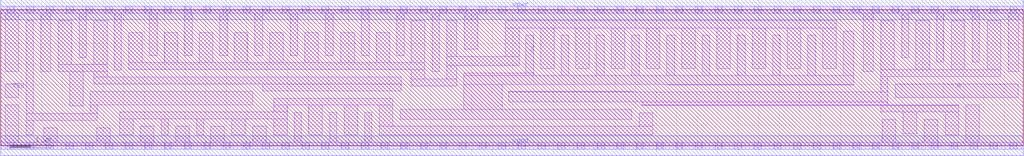
<source format=lef>
# 
# LEF OUT 
# User Name : iptguser 
# Date : Wed Jan 14 18:07:26 2015
# 
VERSION 5.6 ;
NAMESCASESENSITIVE ON ;
BUSBITCHARS "[]" ;
DIVIDERCHAR "/" ;
UNITS
  TIME NANOSECONDS 1 ;
  CAPACITANCE PICOFARADS 1 ;
  RESISTANCE OHMS 1 ;
  DATABASE MICRONS 1000 ;
END UNITS
MANUFACTURINGGRID 0.005 ;

#### end of header section  #######

SITE unit
    SYMMETRY Y  ;
    CLASS CORE  ;
    SIZE  0.480 BY 3.330 ;
END unit

SITE unithd
    SYMMETRY Y  ;
    CLASS CORE  ;
    SIZE  0.460 BY 2.720 ;
END unithd

SITE unithv
    SYMMETRY Y  ;
    CLASS CORE  ;
    SIZE  0.480 BY 4.070 ;
END unithv

######  Starting overlap layers #####
# ******** Layer OverlapCheck, type blockage, number 90 **************
LAYER OverlapCheck
  TYPE OVERLAP ;
END OverlapCheck

######  Starting routing layers - metal and via #####
# ******** Layer li1, type routing, number 56 **************
LAYER li1
  TYPE ROUTING ;
  DIRECTION VERTICAL ;
  PITCH 0.48 ;
  MINWIDTH 0.170000 ;
  WIDTH 0.170000 ;
  AREA 0.028900 ;
  SPACINGTABLE
    PARALLELRUNLENGTH 0
    WIDTH 0 0.170000 ;
  THICKNESS 0.100000 ;
  EDGECAPACITANCE 3.26 ;
  CAPACITANCE CPERSQDIST 36900000 ;
  RESISTANCE RPERSQ 12.2 ;
#  DCCURRENTDENSITY AVERAGE (no limit on this layer) ;
  ANTENNADIFFSIDEAREARATIO PWL ( ( 0.000000 75.000000 ) ( 0.012500 75.000000 ) ( 0.022500 85.125000 ) ( 22.500000 10200.000000 ) ) ;
END li1

# ******** Layer mcon, type routing, number 35 **************
LAYER mcon
  TYPE CUT ;
  SPACING 0.190000 ;
  WIDTH 0.170000 ;
  ANTENNADIFFAREARATIO PWL ( ( 0.000000 3.000000 ) ( 0.012500 3.000000 ) ( 0.022500 3.405000 ) ( 22.500000 408.000000 ) ) ;
  DCCURRENTDENSITY AVERAGE 0.36 ; # mA per via Iavg_max at Tj = 90oC
  ENCLOSURE BELOW 0.000000 0.000000 ;
  ENCLOSURE ABOVE 0.000000 0.000000 ;
END mcon

# ******** Layer met1, type routing, number 36 **************
LAYER met1
  TYPE ROUTING ;
  DIRECTION HORIZONTAL ;
  PITCH 0.37 ;
  MINENCLOSEDAREA 0.140000 ;
  MINWIDTH 0.140000 ;
  WIDTH 0.140000 ;
  AREA 0.083000 ;
  SPACINGTABLE
  PARALLELRUNLENGTH 0.000
    WIDTH 0.000 0.140000
    WIDTH 3.000000 0.280000
    ;
  THICKNESS 0.350000 ;
  EDGECAPACITANCE 1.79 ;
  CAPACITANCE CPERSQDIST 25800000 ;
  RESISTANCE RPERSQ 0.125 ;
  DCCURRENTDENSITY AVERAGE 2.8 ; # mA/um Iavg_max at Tj = 90oC
  ACCURRENTDENSITY RMS 6.1 ; # mA/um Irms_max at Tj = 90oC
  ANTENNADIFFSIDEAREARATIO PWL ( ( 0.000000 400.000000 ) ( 0.012500 400.000000 ) ( 0.022500 2609.000000 ) ( 22.500000 11600.000000 ) ) ;
END met1

# ******** Layer via, type routing, number 40 **************
LAYER via1
  TYPE CUT ;
  SPACING 0.170000 ;
  WIDTH 0.150000 ;
  ANTENNADIFFAREARATIO PWL ( ( 0.000000 6.000000 ) ( 0.012500 6.000000 ) ( 0.022500 6.810000 ) ( 22.500000 816.000000 ) ) ;
  DCCURRENTDENSITY AVERAGE 0.29 ; # mA per via Iavg_max at Tj = 90oC
  ENCLOSURE BELOW 0.000000 0.000000 ;
  ENCLOSURE ABOVE 0.000000 0.000000 ;
END via1

# ******** Layer met2, type routing, number 41 **************
LAYER met2
  TYPE ROUTING ;
  DIRECTION VERTICAL ;
  PITCH 0.48 ;
  MINENCLOSEDAREA 0.140000 ;
  MINWIDTH 0.140000 ;
  WIDTH 0.140000 ;
  AREA 0.067600 ;
  SPACINGTABLE
  PARALLELRUNLENGTH 0.000
    WIDTH 0.000 0.140000
    WIDTH 3.000000 0.280000
    ;
  THICKNESS 0.350000 ;
  EDGECAPACITANCE 1.22 ;
  CAPACITANCE CPERSQDIST 17500000 ;
  RESISTANCE RPERSQ 0.125 ;
  DCCURRENTDENSITY AVERAGE 2.8 ; # mA/um Iavg_max at Tj = 90oC
  ACCURRENTDENSITY RMS 6.1 ; # mA/um Irms_max at Tj = 90oC
  ANTENNADIFFSIDEAREARATIO PWL ( ( 0.000000 400.000000 ) ( 0.012500 400.000000 ) ( 0.022500 2609.000000 ) ( 22.500000 11600.000000 ) ) ;
END met2

# ******** Layer via2, type routing, number 44 **************
LAYER via2
  TYPE CUT ;
  SPACING 0.200000 ;
  WIDTH 0.200000 ;
  ANTENNADIFFAREARATIO PWL ( ( 0.000000 6.000000 ) ( 0.012500 6.000000 ) ( 0.022500 6.810000 ) ( 22.500000 816.000000 ) ) ;
  DCCURRENTDENSITY AVERAGE 0.48 ; # mA per via Iavg_max at Tj = 90oC
  ENCLOSURE BELOW 0.000000 0.000000 ;
  ENCLOSURE ABOVE 0.000000 0.000000 ;
END via2

# ******** Layer met3, type routing, number 34 **************
LAYER met3
  TYPE ROUTING ;
  DIRECTION HORIZONTAL ;
  PITCH 0.666 ;
  MINWIDTH 0.300000 ;
  WIDTH 0.300000 ;
  AREA 0.240000 ;
  SPACINGTABLE
  PARALLELRUNLENGTH 0.000
    WIDTH 0.000 0.300000
    WIDTH 3.000000 0.400000
    ;
  THICKNESS 0.800000 ;
  EDGECAPACITANCE 1.86 ;
  CAPACITANCE CPERSQDIST 12600000 ;
  RESISTANCE RPERSQ 0.047 ;
  DCCURRENTDENSITY AVERAGE 6.8 ; # mA/um Iavg_max at Tj = 90oC
  ACCURRENTDENSITY RMS 14.9 ; # mA/um Irms_max at Tj = 90oC
  ANTENNADIFFSIDEAREARATIO PWL ( ( 0.000000 400.000000 ) ( 0.012500 400.000000 ) ( 0.022500 2609.000000 ) ( 22.500000 11600.000000 ) ) ;
END met3

# ******** Layer via3, type routing, number 70 **************
LAYER via3
  TYPE CUT ;
  SPACING 0.200000 ;
  WIDTH 0.200000 ;
  ANTENNADIFFAREARATIO PWL ( ( 0.000000 6.000000 ) ( 0.012500 6.000000 ) ( 0.022500 6.810000 ) ( 22.500000 816.000000 ) ) ;
  DCCURRENTDENSITY AVERAGE 0.48 ; # mA per via Iavg_max at Tj = 90oC
  ENCLOSURE BELOW 0.000000 0.000000 ;
  ENCLOSURE ABOVE 0.000000 0.000000 ;
END via3

# ******** Layer met4, type routing, number 71 **************
LAYER met4
  TYPE ROUTING ;
  DIRECTION VERTICAL ;
  PITCH 0.96 ;
  MINWIDTH 0.300000 ;
  WIDTH 0.300000 ;
  AREA 0.240000 ;
  SPACINGTABLE
  PARALLELRUNLENGTH 0.000
    WIDTH 0.000 0.300000
    WIDTH 3.000000 0.400000
    ;
  THICKNESS 0.800000 ;
  EDGECAPACITANCE 1.29 ;
  CAPACITANCE CPERSQDIST 8670000 ;
  RESISTANCE RPERSQ 0.047 ;
  DCCURRENTDENSITY AVERAGE 6.8 ; # mA/um Iavg_max at Tj = 90oC
  ACCURRENTDENSITY RMS 14.9 ; # mA/um Irms_max at Tj = 90oC
  ANTENNADIFFSIDEAREARATIO PWL ( ( 0.000000 400.000000 ) ( 0.012500 400.000000 ) ( 0.022500 2609.000000 ) ( 22.500000 11600.000000 ) ) ;
END met4

# ******** Layer via4, type routing, number 58 **************
LAYER via4
  TYPE CUT ;
  SPACING 0.800000 ;
  WIDTH 0.800000 ;
  ANTENNADIFFAREARATIO PWL ( ( 0.000000 6.000000 ) ( 0.012500 6.000000 ) ( 0.022500 6.810000 ) ( 22.500000 816.000000 ) ) ;
  DCCURRENTDENSITY AVERAGE 2.49 ; # mA per via Iavg_max at Tj = 90oC
  ENCLOSURE BELOW 0.000000 0.000000 ;
  ENCLOSURE ABOVE 0.000000 0.000000 ;
END via4

# ******** Layer met5, type routing, number 72 **************
LAYER met5
  TYPE ROUTING ;
  DIRECTION HORIZONTAL ;
  PITCH 3.3 ;
  MINWIDTH 1.600000 ;
  WIDTH 1.600000 ;
  AREA 2.560000 ;
  SPACINGTABLE
    PARALLELRUNLENGTH 0
    WIDTH 0 1.600000 ;
  THICKNESS 1.200000 ;
  EDGECAPACITANCE 4.96 ;
  CAPACITANCE CPERSQDIST 6480000 ;
  RESISTANCE RPERSQ 0.047 ;
  DCCURRENTDENSITY AVERAGE 10.17 ; # mA/um Iavg_max at Tj = 90oC
  ACCURRENTDENSITY RMS 22.34 ; # mA/um Irms_max at Tj = 90oC
  ANTENNADIFFSIDEAREARATIO PWL ( ( 0.000000 400.000000 ) ( 0.012500 400.000000 ) ( 0.022500 2609.000000 ) ( 22.500000 11600.000000 ) ) ;
END met5

######  completed routing layers - metal and via #####

### Routing via cells section   ###
# Plus via rule, metals are along the prefered direction
VIA L1M1_PR DEFAULT
 LAYER mcon ;
 RECT -0.085 -0.085 0.085 0.085 ;
 LAYER li1 ;
 RECT -0.085 -0.165 -0.085 0.165 ;
 LAYER met1 ;
 RECT -0.16 -0.13 0.16 0.13 ;
END L1M1_PR

VIARULE L1M1_PR GENERATE
 LAYER li1 ;
 ENCLOSURE 0.000 0.080 ;
 LAYER met1 ;
 ENCLOSURE 0.030 0.060 ;
 LAYER mcon ;
 RECT -0.085 -0.085 0.085 0.085 ;
 SPACING 0.360 BY 0.360 ;
END L1M1_PR

# Plus via rule, metals are along the non prefered direction
VIA L1M1_PR_R DEFAULT
 LAYER mcon ;
 RECT -0.085 -0.085 0.085 0.085 ;
 LAYER li1 ;
 RECT -0.165 -0.085 0.165 0.085 ;
 LAYER met1 ;
 RECT -0.13 -0.16 0.13 0.16 ;
END L1M1_PR_R

VIARULE L1M1_PR_R GENERATE
 LAYER li1 ;
 ENCLOSURE 0.000 0.080 ;
 LAYER met1 ;
 ENCLOSURE 0.030 0.060 ;
 LAYER mcon ;
 RECT -0.085 -0.085 0.085 0.085 ;
 SPACING 0.360 BY 0.360 ;
END L1M1_PR_R

# Minus via rule, lower layer metal is along prefered direction
VIA L1M1_PR_M DEFAULT
 LAYER mcon ;
 RECT -0.085 -0.085 0.085 0.085 ;
 LAYER li1 ;
 RECT -0.085 -0.165 -0.085 0.165 ;
 LAYER met1 ;
 RECT -0.13 -0.16 0.13 0.16 ;
END L1M1_PR_M

VIARULE L1M1_PR_M GENERATE
 LAYER li1 ;
 ENCLOSURE 0.000 0.080 ;
 LAYER met1 ;
 ENCLOSURE 0.030 0.060 ;
 LAYER mcon ;
 RECT -0.085 -0.085 0.085 0.085 ;
 SPACING 0.360 BY 0.360 ;
END L1M1_PR_M

# Minus via rule, upper layer metal is along prefered direction
VIA L1M1_PR_MR DEFAULT
 LAYER mcon ;
 RECT -0.085 -0.085 0.085 0.085 ;
 LAYER li1 ;
 RECT -0.165 -0.085 0.165 0.085 ;
 LAYER met1 ;
 RECT -0.16 -0.13 0.16 0.13 ;
END L1M1_PR_MR

VIARULE L1M1_PR_MR GENERATE
 LAYER li1 ;
 ENCLOSURE 0.000 0.080 ;
 LAYER met1 ;
 ENCLOSURE 0.030 0.060 ;
 LAYER mcon ;
 RECT -0.085 -0.085 0.085 0.085 ;
 SPACING 0.360 BY 0.360 ;
END L1M1_PR_MR

# Centered via rule, we really do not want to use it
# VIA L1M1_PR_C DEFAULT
#   LAYER mcon ;
#   RECT -0.085000 -0.085000 0.085000 0.085000 ;
#   LAYER li1 ;
#   RECT -0.085000 -0.085000 0.085000 0.085000 ;
#   LAYER met1 ;
#   RECT -0.145000 -0.145000 0.145000 0.145000 ;
# END L1M1_PR_C

# VIARULE L1M1_PR_C GENERATE
#   LAYER li1 ;
#   ENCLOSURE 0.000000 0.000000 ;
#   LAYER met1 ;
#   ENCLOSURE 0.060000 0.060000 ;
#   LAYER mcon ;
#   RECT -0.085000 -0.085000 0.085000 0.085000 ;
#   SPACING 0.360000 BY 0.360000 ;
# END L1M1_PR_C

# Plus via rule, metals are along the prefered direction
VIA M1M2_PR DEFAULT
 LAYER via1 ;
 RECT -0.075 -0.075 0.075 0.075 ;
 LAYER met1 ;
 RECT -0.16 -0.13 0.16 0.13 ;
 LAYER met2 ;
 RECT -0.13 -0.16 0.13 0.16 ;
END M1M2_PR

VIARULE M1M2_PR GENERATE
 LAYER met1 ;
 ENCLOSURE 0.055 0.085 ;
 LAYER met2 ;
 ENCLOSURE 0.055 0.085 ;
 LAYER via1 ;
 RECT -0.075 -0.075 0.075 0.075 ;
 SPACING 0.320 BY 0.320 ;
END M1M2_PR

# Plus via rule, metals are along the non prefered direction
VIA M1M2_PR_R DEFAULT
 LAYER via1 ;
 RECT -0.075 -0.075 0.075 0.075 ;
 LAYER met1 ;
 RECT -0.13 -0.16 0.13 0.16 ;
 LAYER met2 ;
 RECT -0.16 -0.13 0.16 0.13 ;
END M1M2_PR_R

VIARULE M1M2_PR_R GENERATE
 LAYER met1 ;
 ENCLOSURE 0.055 0.085 ;
 LAYER met2 ;
 ENCLOSURE 0.055 0.085 ;
 LAYER via1 ;
 RECT -0.075 -0.075 0.075 0.075 ;
 SPACING 0.320 BY 0.320 ;
END M1M2_PR_R

# Minus via rule, lower layer metal is along prefered direction
VIA M1M2_PR_M DEFAULT
 LAYER via1 ;
 RECT -0.075 -0.075 0.075 0.075 ;
 LAYER met1 ;
 RECT -0.16 -0.13 0.16 0.13 ;
 LAYER met2 ;
 RECT -0.16 -0.13 0.16 0.13 ;
END M1M2_PR_M

VIARULE M1M2_PR_M GENERATE
 LAYER met1 ;
 ENCLOSURE 0.055 0.085 ;
 LAYER met2 ;
 ENCLOSURE 0.055 0.085 ;
 LAYER via1 ;
 RECT -0.075 -0.075 0.075 0.075 ;
 SPACING 0.320 BY 0.320 ;
END M1M2_PR_M

# Minus via rule, upper layer metal is along prefered direction
VIA M1M2_PR_MR DEFAULT
 LAYER via1 ;
 RECT -0.075 -0.075 0.075 0.075 ;
 LAYER met1 ;
 RECT -0.13 -0.16 0.13 0.16 ;
 LAYER met2 ;
 RECT -0.13 -0.16 0.13 0.16 ;
END M1M2_PR_MR

VIARULE M1M2_PR_MR GENERATE
 LAYER met1 ;
 ENCLOSURE 0.055 0.085 ;
 LAYER met2 ;
 ENCLOSURE 0.055 0.085 ;
 LAYER via1 ;
 RECT -0.075 -0.075 0.075 0.075 ;
 SPACING 0.320 BY 0.320 ;
END M1M2_PR_MR

# # Centered via rule, we really do not want to use it
# VIA M1M2_PR_C DEFAULT
#   LAYER via ;
#   RECT -0.075000 -0.075000 0.075000 0.075000 ;
#   LAYER met1 ;
#   RECT -0.160000 -0.160000 0.160000 0.160000 ;
#   LAYER met2 ;
#   RECT -0.160000 -0.160000 0.160000 0.160000 ;
# END M1M2_PR_C

# VIARULE M1M2_PR_C GENERATE
#   LAYER met1 ;
#   ENCLOSURE 0.085000 0.085000 ;
#   LAYER met2 ;
#   ENCLOSURE 0.085000 0.085000 ;
#   LAYER via ;
#   RECT -0.075000 -0.075000 0.075000 0.075000 ;
#   SPACING 0.320000 BY 0.320000 ;
# END M1M2_PR_C

# Plus via rule, metals are along the prefered direction
VIA M2M3_PR DEFAULT
 LAYER via2 ;
 RECT -0.1 -0.1 0.1 0.1 ;
 LAYER met2 ;
 RECT -0.14 -0.185 0.14 0.185 ;
 LAYER met3 ;
 RECT -0.165 -0.165 0.165 0.165 ;
END M2M3_PR

VIARULE M2M3_PR GENERATE
 LAYER met2 ;
 ENCLOSURE 0.040 0.085 ;
 LAYER met3 ;
 ENCLOSURE 0.065 0.065 ;
 LAYER via2 ;
 RECT -0.1 -0.1 0.1 0.1 ;
 SPACING 0.40 BY 0.40 ;
END M2M3_PR

# Plus via rule, metals are along the non prefered direction
VIA M2M3_PR_R DEFAULT
 LAYER via2 ;
 RECT -0.1 -0.1 0.1 0.1 ;
 LAYER met2 ;
 RECT -0.185 -0.14 0.185 0.14 ;
 LAYER met3 ;
 RECT -0.165 -0.165 0.165 0.165 ;
END M2M3_PR_R

VIARULE M2M3_PR_R GENERATE
 LAYER met2 ;
 ENCLOSURE 0.040 0.085 ;
 LAYER met3 ;
 ENCLOSURE 0.065 0.065 ;
 LAYER via2 ;
 RECT -0.1 -0.1 0.1 0.1 ;
 SPACING 0.40 BY 0.40 ;
END M2M3_PR_R

# Minus via rule, lower layer metal is along prefered direction
VIA M2M3_PR_M DEFAULT
  LAYER via2 ;
  RECT -0.100000 -0.100000 0.100000 0.100000 ;
  LAYER met2 ;
  RECT -0.140000 -0.185000 0.140000 0.185000 ;
  LAYER met3 ;
  RECT -0.165000 -0.165000 0.165000 0.165000 ;
END M2M3_PR_M

VIARULE M2M3_PR_M GENERATE
  LAYER met2 ;
  ENCLOSURE 0.040000 0.085000 ;
  LAYER met3 ;
  ENCLOSURE 0.065000 0.065000 ;
  LAYER via2 ;
  RECT -0.100000 -0.100000 0.100000 0.100000 ;
  SPACING 0.400000 BY 0.400000 ;
END M2M3_PR_M

# Minus via rule, upper layer metal is along prefered direction
VIA M2M3_PR_MR DEFAULT
  LAYER via2 ;
  RECT -0.100000 -0.100000 0.100000 0.100000 ;
  LAYER met2 ;
  RECT -0.185000 -0.140000 0.185000 0.140000 ;
  LAYER met3 ;
  RECT -0.165000 -0.165000 0.165000 0.165000 ;
END M2M3_PR_MR

VIARULE M2M3_PR_MR GENERATE
  LAYER met2 ;
  ENCLOSURE 0.085000 0.040000 ;
  LAYER met3 ;
  ENCLOSURE 0.065000 0.065000 ;
  LAYER via2 ;
  RECT -0.100000 -0.100000 0.100000 0.100000 ;
  SPACING 0.400000 BY 0.400000 ;
END M2M3_PR_MR

# # Centered via rule, we really do not want to use it
# VIA M2M3_PR_C DEFAULT
#   LAYER via2 ;
#   RECT -0.100000 -0.100000 0.100000 0.100000 ;
#   LAYER met2 ;
#   RECT -0.185000 -0.185000 0.185000 0.185000 ;
#   LAYER met3 ;
#   RECT -0.165000 -0.165000 0.165000 0.165000 ;
# END M2M3_PR_C

# VIARULE M2M3_PR_C GENERATE
#   LAYER met2 ;
#   ENCLOSURE 0.085000 0.085000 ;
#   LAYER met3 ;
#   ENCLOSURE 0.065000 0.065000 ;
#   LAYER via2 ;
#   RECT -0.100000 -0.100000 0.100000 0.100000 ;
#   SPACING 0.400000 BY 0.400000 ;
# END M2M3_PR_C

# Plus via rule, metals are along the prefered direction
VIA M3M4_PR DEFAULT
 LAYER via3 ;
 RECT -0.1 -0.1 0.1 0.1 ;
 LAYER met3 ;
 RECT -0.19 -0.16 0.19 0.16 ;
 LAYER met4 ;
 RECT -0.165 -0.165 0.165 0.165 ;
END M3M4_PR

VIARULE M3M4_PR GENERATE
 LAYER met3 ;
 ENCLOSURE 0.06 0.09 ;
 LAYER met4 ;
 ENCLOSURE 0.065 0.065 ;
 LAYER via3 ;
 RECT -0.1 -0.1 0.1 0.1 ;
 SPACING 0.40 BY 0.40 ;
END M3M4_PR

# Plus via rule, metals are along the non prefered direction
VIA M3M4_PR_R DEFAULT
 LAYER via3 ;
 RECT -0.1 -0.1 0.1 0.1 ;
 LAYER met3 ;
 RECT -0.16 -0.19 0.16 0.19 ;
 LAYER met4 ;
 RECT -0.165 -0.165 0.165 0.165 ;
END M3M4_PR_R

VIARULE M3M4_PR_R GENERATE
 LAYER met3 ;
 ENCLOSURE 0.06 0.09 ;
 LAYER met4 ;
 ENCLOSURE 0.065 0.065 ;
 LAYER via3 ;
 RECT -0.1 -0.1 0.1 0.1 ;
 SPACING 0.40 BY 0.40 ;
END M3M4_PR_R

# Minus via rule, lower layer metal is along prefered direction
VIA M3M4_PR_M DEFAULT
  LAYER via3 ;
  RECT -0.100000 -0.100000 0.100000 0.100000 ;
  LAYER met3 ;
  RECT -0.190000 -0.160000 0.190000 0.160000 ;
  LAYER met4 ;
  RECT -0.165000 -0.165000 0.165000 0.165000 ;
END M3M4_PR_M

VIARULE M3M4_PR_M GENERATE
  LAYER met3 ;
  ENCLOSURE 0.090000 0.060000 ;
  LAYER met4 ;
  ENCLOSURE 0.065000 0.065000 ;
  LAYER via3 ;
  RECT -0.100000 -0.100000 0.100000 0.100000 ;
  SPACING 0.400000 BY 0.400000 ;
END M3M4_PR_M

# Minus via rule, upper layer metal is along prefered direction
VIA M3M4_PR_MR DEFAULT
  LAYER via3 ;
  RECT -0.100000 -0.100000 0.100000 0.100000 ;
  LAYER met3 ;
  RECT -0.160000 -0.190000 0.160000 0.190000 ;
  LAYER met4 ;
  RECT -0.165000 -0.165000 0.165000 0.165000 ;
END M3M4_PR_MR

VIARULE M3M4_PR_MR GENERATE
  LAYER met3 ;
  ENCLOSURE 0.060000 0.090000 ;
  LAYER met4 ;
  ENCLOSURE 0.065000 0.065000 ;
  LAYER via3 ;
  RECT -0.100000 -0.100000 0.100000 0.100000 ;
  SPACING 0.400000 BY 0.400000 ;
END M3M4_PR_MR

# # Centered via rule, we really do not want to use it
# VIA M3M4_PR_C DEFAULT
#   LAYER via3 ;
#   RECT -0.100000 -0.100000 0.100000 0.100000 ;
#   LAYER met3 ;
#   RECT -0.190000 -0.190000 0.190000 0.190000 ;
#   LAYER met4 ;
#   RECT -0.165000 -0.165000 0.165000 0.165000 ;
# END M3M4_PR_C

# VIARULE M3M4_PR_C GENERATE
#   LAYER met3 ;
#   ENCLOSURE 0.090000 0.090000 ;
#   LAYER met4 ;
#   ENCLOSURE 0.065000 0.065000 ;
#   LAYER via3 ;
#   RECT -0.100000 -0.100000 0.100000 0.100000 ;
#   SPACING 0.400000 BY 0.400000 ;
# END M3M4_PR_C

# Plus via rule, metals are along the prefered direction
VIA M4M5_PR DEFAULT
 LAYER via4 ;
 RECT -0.4 -0.4 0.4 0.4 ;
 LAYER met4 ;
 RECT -0.59 -0.59 0.59 0.59 ;
 LAYER met5 ;
 RECT -0.71 -0.71 0.71 0.71 ;
END M4M5_PR

VIARULE M4M5_PR GENERATE
 LAYER met4 ;
 ENCLOSURE 0.190 0.190 ;
 LAYER met5 ;
 ENCLOSURE 0.310 0.310 ;
 LAYER via4 ;
 RECT -0.4 -0.4 0.4 0.4 ;
 SPACING 1.60 BY 1.60 ;
END M4M5_PR

# Plus via rule, metals are along the non prefered direction
VIA M4M5_PR_R DEFAULT
  LAYER via4 ;
  RECT -0.400000 -0.400000 0.400000 0.400000 ;
  LAYER met4 ;
  RECT -0.590000 -0.590000 0.590000 0.590000 ;
  LAYER met5 ;
  RECT -0.710000 -0.710000 0.710000 0.710000 ;
END M4M5_PR_R

VIARULE M4M5_PR_R GENERATE
  LAYER met4 ;
  ENCLOSURE 0.190000 0.190000 ;
  LAYER met5 ;
  ENCLOSURE 0.310000 0.310000 ;
  LAYER via4 ;
  RECT -0.400000 -0.400000 0.400000 0.400000 ;
  SPACING 1.600000 BY 1.600000 ;
END M4M5_PR_R

# Minus via rule, lower layer metal is along prefered direction
VIA M4M5_PR_M DEFAULT
  LAYER via4 ;
  RECT -0.400000 -0.400000 0.400000 0.400000 ;
  LAYER met4 ;
  RECT -0.590000 -0.590000 0.590000 0.590000 ;
  LAYER met5 ;
  RECT -0.710000 -0.710000 0.710000 0.710000 ;
END M4M5_PR_M

VIARULE M4M5_PR_M GENERATE
  LAYER met4 ;
  ENCLOSURE 0.190000 0.190000 ;
  LAYER met5 ;
  ENCLOSURE 0.310000 0.310000 ;
  LAYER via4 ;
  RECT -0.400000 -0.400000 0.400000 0.400000 ;
  SPACING 1.600000 BY 1.600000 ;
END M4M5_PR_M

# Minus via rule, upper layer metal is along prefered direction
VIA M4M5_PR_MR DEFAULT
  LAYER via4 ;
  RECT -0.400000 -0.400000 0.400000 0.400000 ;
  LAYER met4 ;
  RECT -0.590000 -0.590000 0.590000 0.590000 ;
  LAYER met5 ;
  RECT -0.710000 -0.710000 0.710000 0.710000 ;
END M4M5_PR_MR

VIARULE M4M5_PR_MR GENERATE
  LAYER met4 ;
  ENCLOSURE 0.190000 0.190000 ;
  LAYER met5 ;
  ENCLOSURE 0.310000 0.310000 ;
  LAYER via4 ;
  RECT -0.400000 -0.400000 0.400000 0.400000 ;
  SPACING 1.600000 BY 1.600000 ;
END M4M5_PR_MR

# # Centered via rule, we really do not want to use it
# VIA M4M5_PR_C DEFAULT
#   LAYER via4 ;
#   RECT -0.400000 -0.400000 0.400000 0.400000 ;
#   LAYER met4 ;
#   RECT -0.590000 -0.590000 0.590000 0.590000 ;
#   LAYER met5 ;
#   RECT -0.710000 -0.710000 0.710000 0.710000 ;
# END M4M5_PR_C

# VIARULE M4M5_PR_C GENERATE
#   LAYER met4 ;
#   ENCLOSURE 0.190000 0.190000 ;
#   LAYER met5 ;
#   ENCLOSURE 0.310000 0.310000 ;
#   LAYER via4 ;
#   RECT -0.400000 -0.400000 0.400000 0.400000 ;
#   SPACING 1.600000 BY 1.600000 ;
# END M4M5_PR_C


MACRO scs8lp_a2111o_0
  CLASS CORE ;
  SOURCE USER ;
  ORIGIN 0 0 ;
  SIZE 3.84 BY 3.33 ;
  SYMMETRY X Y R90 ;
  SITE unit ;

  PIN X
    DIRECTION OUTPUT ;
    USE SIGNAL ;
    PORT
      LAYER li1 ;
        RECT 0.0850 0.2800 0.6450 0.6100 ;
        RECT 0.0850 0.6100 0.3650 3.0750 ;
    END
    ANTENNADIFFAREA 0.2809 ;
  END X

  PIN D1
    DIRECTION INPUT ;
    USE SIGNAL ;
    PORT
      LAYER li1 ;
        RECT 0.9800 1.1350 1.3750 1.8750 ;
    END
    ANTENNAGATEAREA 0.159 ;
  END D1

  PIN C1
    DIRECTION INPUT ;
    USE SIGNAL ;
    PORT
      LAYER li1 ;
        RECT 1.5450 1.1350 1.8700 2.9400 ;
    END
    ANTENNAGATEAREA 0.159 ;
  END C1

  PIN B1
    DIRECTION INPUT ;
    USE SIGNAL ;
    PORT
      LAYER li1 ;
        RECT 2.0400 1.1350 2.4100 2.2700 ;
        RECT 2.0400 2.2700 2.2450 2.5400 ;
    END
    ANTENNAGATEAREA 0.159 ;
  END B1

  PIN A2
    DIRECTION INPUT ;
    USE SIGNAL ;
    PORT
      LAYER li1 ;
        RECT 3.4200 0.7800 3.7550 1.8450 ;
    END
    ANTENNAGATEAREA 0.159 ;
  END A2

  PIN A1
    DIRECTION INPUT ;
    USE SIGNAL ;
    PORT
      LAYER li1 ;
        RECT 2.9150 0.7800 3.2500 1.8400 ;
    END
    ANTENNAGATEAREA 0.159 ;
  END A1

  PIN vgnd
    DIRECTION INOUT ;
    USE GROUND ;
    PORT
      LAYER met1 ;
        RECT 0.0000 -0.2450 3.8400 0.2450 ;
    END
  END vgnd

  PIN vpwr
    DIRECTION INOUT ;
    USE POWER ;
    PORT
      LAYER met1 ;
        RECT 0.0000 3.0850 3.8400 3.5750 ;
    END
  END vpwr

  PIN vpb
    DIRECTION INOUT ;
    USE POWER ;
    PORT
      LAYER met1 ;
        RECT 0.0000 2.8000 0.5000 3.3000 ;
    END
  END vpb

  PIN vnb
    DIRECTION INOUT ;
    USE GROUND ;
    PORT
      LAYER met1 ;
        RECT 0.0000 0.0000 0.5000 0.5000 ;
    END
  END vnb
  OBS
    LAYER li1 ;
      RECT 0.5350 0.7950 2.7450 0.9650 ;
      RECT 2.4900 0.2800 2.7450 0.7950 ;
      RECT 1.1050 2.2250 1.3750 3.0400 ;
      RECT 0.5350 2.0550 1.3750 2.2250 ;
      RECT 1.2450 0.2800 1.5100 0.7950 ;
      RECT 0.5350 0.9650 0.8100 2.0550 ;
      RECT 0.0000 3.2450 3.8400 3.4150 ;
      RECT 2.9900 2.3700 3.2550 3.2450 ;
      RECT 0.5350 2.4050 0.8550 3.2450 ;
      RECT 0.8150 0.0850 1.0750 0.6100 ;
      RECT 0.0000 -0.0850 3.8400 0.0850 ;
      RECT 1.6800 0.0850 2.3200 0.6100 ;
      RECT 3.2150 0.0850 3.5950 0.6100 ;
      RECT 2.3150 2.7100 2.8200 3.0400 ;
      RECT 2.5800 2.1900 2.8200 2.7100 ;
      RECT 2.5800 2.0200 3.7200 2.1900 ;
      RECT 3.4250 2.1900 3.7200 3.0400 ;
    LAYER mcon ;
      RECT 3.5150 -0.0850 3.6850 0.0850 ;
      RECT 3.5150 3.2450 3.6850 3.4150 ;
      RECT 3.0350 -0.0850 3.2050 0.0850 ;
      RECT 3.0350 3.2450 3.2050 3.4150 ;
      RECT 2.5550 -0.0850 2.7250 0.0850 ;
      RECT 2.5550 3.2450 2.7250 3.4150 ;
      RECT 2.0750 -0.0850 2.2450 0.0850 ;
      RECT 2.0750 3.2450 2.2450 3.4150 ;
      RECT 1.5950 -0.0850 1.7650 0.0850 ;
      RECT 1.5950 3.2450 1.7650 3.4150 ;
      RECT 1.1150 -0.0850 1.2850 0.0850 ;
      RECT 1.1150 3.2450 1.2850 3.4150 ;
      RECT 0.6350 -0.0850 0.8050 0.0850 ;
      RECT 0.6350 3.2450 0.8050 3.4150 ;
      RECT 0.1550 -0.0850 0.3250 0.0850 ;
      RECT 0.1550 3.2450 0.3250 3.4150 ;
  END
END scs8lp_a2111o_0

MACRO scs8lp_a2111o_1
  CLASS CORE ;
  SOURCE USER ;
  ORIGIN 0 0 ;
  SIZE 4.32 BY 3.33 ;
  SYMMETRY X Y R90 ;
  SITE unit ;

  PIN D1
    DIRECTION INPUT ;
    USE SIGNAL ;
    PORT
      LAYER li1 ;
        RECT 1.0750 1.3350 1.7750 1.7500 ;
    END
    ANTENNAGATEAREA 0.315 ;
  END D1

  PIN X
    DIRECTION OUTPUT ;
    USE SIGNAL ;
    PORT
      LAYER li1 ;
        RECT 0.0850 0.2550 0.5200 1.7750 ;
        RECT 0.0850 1.7750 0.4800 3.0750 ;
    END
    ANTENNADIFFAREA 0.5565 ;
  END X

  PIN C1
    DIRECTION INPUT ;
    USE SIGNAL ;
    PORT
      LAYER li1 ;
        RECT 1.9450 1.3350 2.2650 2.9600 ;
    END
    ANTENNAGATEAREA 0.315 ;
  END C1

  PIN B1
    DIRECTION INPUT ;
    USE SIGNAL ;
    PORT
      LAYER li1 ;
        RECT 2.4350 1.3350 2.8200 1.7500 ;
    END
    ANTENNAGATEAREA 0.315 ;
  END B1

  PIN A2
    DIRECTION INPUT ;
    USE SIGNAL ;
    PORT
      LAYER li1 ;
        RECT 3.8650 1.2100 4.2350 1.7600 ;
    END
    ANTENNAGATEAREA 0.315 ;
  END A2

  PIN A1
    DIRECTION INPUT ;
    USE SIGNAL ;
    PORT
      LAYER li1 ;
        RECT 2.9900 1.2100 3.6950 1.7600 ;
    END
    ANTENNAGATEAREA 0.315 ;
  END A1

  PIN vgnd
    DIRECTION INOUT ;
    USE GROUND ;
    PORT
      LAYER met1 ;
        RECT 0.0000 -0.2450 4.3200 0.2450 ;
    END
  END vgnd

  PIN vpwr
    DIRECTION INOUT ;
    USE POWER ;
    PORT
      LAYER met1 ;
        RECT 0.0000 3.0850 4.3200 3.5750 ;
    END
  END vpwr

  PIN vpb
    DIRECTION INOUT ;
    USE POWER ;
    PORT
      LAYER met1 ;
        RECT 0.0000 2.8000 0.5000 3.3000 ;
    END
  END vpb

  PIN vnb
    DIRECTION INOUT ;
    USE GROUND ;
    PORT
      LAYER met1 ;
        RECT 0.0000 0.0000 0.5000 0.5000 ;
    END
  END vnb
  OBS
    LAYER li1 ;
      RECT 0.6900 0.9950 3.2400 1.0400 ;
      RECT 2.5300 0.2550 3.2400 0.9950 ;
      RECT 0.6900 1.0400 2.8200 1.1650 ;
      RECT 1.1700 2.0900 1.5000 3.0750 ;
      RECT 0.6900 1.9200 1.5000 2.0900 ;
      RECT 1.6300 0.2550 1.8600 0.9950 ;
      RECT 0.6900 1.1650 0.9050 1.9200 ;
      RECT 0.0000 3.2450 4.3200 3.4150 ;
      RECT 3.3000 2.2700 3.6300 3.2450 ;
      RECT 0.6500 2.2600 0.9800 3.2450 ;
      RECT 2.5300 2.1000 3.1300 3.0750 ;
      RECT 2.5300 1.9300 4.0600 2.1000 ;
      RECT 3.8000 2.1000 4.0600 3.0750 ;
      RECT 0.6900 0.0850 1.4600 0.8250 ;
      RECT 0.0000 -0.0850 4.3200 0.0850 ;
      RECT 2.0300 0.0850 2.3600 0.8250 ;
      RECT 3.7000 0.0850 4.0300 1.0400 ;
    LAYER mcon ;
      RECT 3.9950 -0.0850 4.1650 0.0850 ;
      RECT 3.9950 3.2450 4.1650 3.4150 ;
      RECT 3.5150 -0.0850 3.6850 0.0850 ;
      RECT 3.5150 3.2450 3.6850 3.4150 ;
      RECT 3.0350 -0.0850 3.2050 0.0850 ;
      RECT 3.0350 3.2450 3.2050 3.4150 ;
      RECT 2.5550 -0.0850 2.7250 0.0850 ;
      RECT 2.5550 3.2450 2.7250 3.4150 ;
      RECT 2.0750 -0.0850 2.2450 0.0850 ;
      RECT 2.0750 3.2450 2.2450 3.4150 ;
      RECT 1.5950 -0.0850 1.7650 0.0850 ;
      RECT 1.5950 3.2450 1.7650 3.4150 ;
      RECT 1.1150 -0.0850 1.2850 0.0850 ;
      RECT 1.1150 3.2450 1.2850 3.4150 ;
      RECT 0.6350 -0.0850 0.8050 0.0850 ;
      RECT 0.6350 3.2450 0.8050 3.4150 ;
      RECT 0.1550 -0.0850 0.3250 0.0850 ;
      RECT 0.1550 3.2450 0.3250 3.4150 ;
  END
END scs8lp_a2111o_1

MACRO scs8lp_a2111o_2
  CLASS CORE ;
  SOURCE USER ;
  ORIGIN 0 0 ;
  SIZE 4.8 BY 3.33 ;
  SYMMETRY X Y R90 ;
  SITE unit ;

  PIN D1
    DIRECTION INPUT ;
    USE SIGNAL ;
    PORT
      LAYER li1 ;
        RECT 1.5850 1.3450 2.2550 1.7500 ;
    END
    ANTENNAGATEAREA 0.315 ;
  END D1

  PIN C1
    DIRECTION INPUT ;
    USE SIGNAL ;
    PORT
      LAYER li1 ;
        RECT 2.4250 1.3450 2.7950 2.9650 ;
    END
    ANTENNAGATEAREA 0.315 ;
  END C1

  PIN B1
    DIRECTION INPUT ;
    USE SIGNAL ;
    PORT
      LAYER li1 ;
        RECT 2.9650 1.3450 3.3100 1.7500 ;
    END
    ANTENNAGATEAREA 0.315 ;
  END B1

  PIN A2
    DIRECTION INPUT ;
    USE SIGNAL ;
    PORT
      LAYER li1 ;
        RECT 3.9450 1.2100 4.7150 1.7500 ;
    END
    ANTENNAGATEAREA 0.315 ;
  END A2

  PIN A1
    DIRECTION INPUT ;
    USE SIGNAL ;
    PORT
      LAYER li1 ;
        RECT 3.5050 0.3000 3.7750 1.7500 ;
    END
    ANTENNAGATEAREA 0.315 ;
  END A1

  PIN X
    DIRECTION OUTPUT ;
    USE SIGNAL ;
    PORT
      LAYER li1 ;
        RECT 0.6250 0.2550 0.8950 2.1000 ;
        RECT 0.6250 2.1000 0.8150 3.0000 ;
    END
    ANTENNADIFFAREA 0.588 ;
  END X

  PIN vgnd
    DIRECTION INOUT ;
    USE GROUND ;
    PORT
      LAYER met1 ;
        RECT 0.0000 -0.2450 4.8000 0.2450 ;
    END
  END vgnd

  PIN vpwr
    DIRECTION INOUT ;
    USE POWER ;
    PORT
      LAYER met1 ;
        RECT 0.0000 3.0850 4.8000 3.5750 ;
    END
  END vpwr

  PIN vpb
    DIRECTION INOUT ;
    USE POWER ;
    PORT
      LAYER met1 ;
        RECT 0.0000 2.8000 0.5000 3.3000 ;
    END
  END vpb

  PIN vnb
    DIRECTION INOUT ;
    USE GROUND ;
    PORT
      LAYER met1 ;
        RECT 0.0000 0.0000 0.5000 0.5000 ;
    END
  END vnb
  OBS
    LAYER li1 ;
      RECT 0.0000 -0.0850 4.8000 0.0850 ;
      RECT 4.0900 0.0850 4.4200 1.0400 ;
      RECT 1.0650 0.0850 2.0100 0.8350 ;
      RECT 2.5900 0.0850 2.9200 0.8150 ;
      RECT 0.2050 0.0850 0.4550 1.1050 ;
      RECT 0.0000 3.2450 4.8000 3.4150 ;
      RECT 3.6050 2.2700 3.9350 3.2450 ;
      RECT 0.9850 2.2700 1.3150 3.2450 ;
      RECT 0.1250 1.8150 0.4550 3.2450 ;
      RECT 1.0650 1.0050 3.3350 1.1750 ;
      RECT 3.0900 0.2550 3.3350 1.0050 ;
      RECT 1.6800 2.1000 2.0100 3.0750 ;
      RECT 1.0650 1.9200 2.0100 2.1000 ;
      RECT 2.1800 0.2550 2.4200 1.0050 ;
      RECT 1.0650 1.1750 1.4150 1.9200 ;
      RECT 3.0700 2.1000 3.4000 3.0750 ;
      RECT 3.0700 1.9300 4.4200 2.1000 ;
      RECT 4.1050 2.1000 4.4200 3.0750 ;
    LAYER mcon ;
      RECT 4.4750 -0.0850 4.6450 0.0850 ;
      RECT 3.9950 -0.0850 4.1650 0.0850 ;
      RECT 3.5150 -0.0850 3.6850 0.0850 ;
      RECT 3.0350 -0.0850 3.2050 0.0850 ;
      RECT 2.5550 -0.0850 2.7250 0.0850 ;
      RECT 2.0750 -0.0850 2.2450 0.0850 ;
      RECT 1.5950 -0.0850 1.7650 0.0850 ;
      RECT 1.1150 -0.0850 1.2850 0.0850 ;
      RECT 0.6350 -0.0850 0.8050 0.0850 ;
      RECT 0.1550 -0.0850 0.3250 0.0850 ;
      RECT 4.4750 3.2450 4.6450 3.4150 ;
      RECT 3.9950 3.2450 4.1650 3.4150 ;
      RECT 3.5150 3.2450 3.6850 3.4150 ;
      RECT 3.0350 3.2450 3.2050 3.4150 ;
      RECT 2.5550 3.2450 2.7250 3.4150 ;
      RECT 2.0750 3.2450 2.2450 3.4150 ;
      RECT 1.5950 3.2450 1.7650 3.4150 ;
      RECT 1.1150 3.2450 1.2850 3.4150 ;
      RECT 0.6350 3.2450 0.8050 3.4150 ;
      RECT 0.1550 3.2450 0.3250 3.4150 ;
  END
END scs8lp_a2111o_2

MACRO scs8lp_a2111o_4
  CLASS CORE ;
  SOURCE USER ;
  ORIGIN 0 0 ;
  SIZE 8.16 BY 3.33 ;
  SYMMETRY X Y R90 ;
  SITE unit ;

  PIN X
    DIRECTION OUTPUT ;
    USE SIGNAL ;
    PORT
      LAYER li1 ;
        RECT 7.7150 1.2350 8.0750 1.7450 ;
        RECT 6.3900 1.7450 8.0750 1.9250 ;
        RECT 6.3900 1.0650 8.0750 1.2350 ;
        RECT 6.3900 1.9250 6.5800 3.0750 ;
        RECT 7.2500 1.9250 7.4400 3.0750 ;
        RECT 6.3900 0.2550 6.5800 1.0650 ;
        RECT 7.2500 0.2550 7.4400 1.0650 ;
    END
    ANTENNADIFFAREA 1.176 ;
  END X

  PIN D1
    DIRECTION INPUT ;
    USE SIGNAL ;
    PORT
      LAYER li1 ;
        RECT 0.0850 1.4250 0.5350 1.7500 ;
    END
    ANTENNAGATEAREA 0.63 ;
  END D1

  PIN C1
    DIRECTION INPUT ;
    USE SIGNAL ;
    PORT
      LAYER li1 ;
        RECT 1.1050 1.4250 2.7950 1.7700 ;
    END
    ANTENNAGATEAREA 0.63 ;
  END C1

  PIN B1
    DIRECTION INPUT ;
    USE SIGNAL ;
    PORT
      LAYER li1 ;
        RECT 3.3750 1.5350 4.1650 1.7850 ;
        RECT 2.9650 1.3350 4.1650 1.5350 ;
    END
    ANTENNAGATEAREA 0.63 ;
  END B1

  PIN A2
    DIRECTION INPUT ;
    USE SIGNAL ;
    PORT
      LAYER li1 ;
        RECT 5.3400 1.2100 5.8500 1.4450 ;
    END
    ANTENNAGATEAREA 0.63 ;
  END A2

  PIN A1
    DIRECTION INPUT ;
    USE SIGNAL ;
    PORT
      LAYER li1 ;
        RECT 4.6950 1.2100 5.1700 1.4450 ;
    END
    ANTENNAGATEAREA 0.63 ;
  END A1

  PIN vgnd
    DIRECTION INOUT ;
    USE GROUND ;
    PORT
      LAYER met1 ;
        RECT 0.0000 -0.2450 8.1600 0.2450 ;
    END
  END vgnd

  PIN vpwr
    DIRECTION INOUT ;
    USE POWER ;
    PORT
      LAYER met1 ;
        RECT 0.0000 3.0850 8.1600 3.5750 ;
    END
  END vpwr

  PIN vpb
    DIRECTION INOUT ;
    USE POWER ;
    PORT
      LAYER met1 ;
        RECT 0.0000 2.8000 0.5000 3.3000 ;
    END
  END vpb

  PIN vnb
    DIRECTION INOUT ;
    USE GROUND ;
    PORT
      LAYER met1 ;
        RECT 0.0000 0.0000 0.5000 0.5000 ;
    END
  END vnb
  OBS
    LAYER li1 ;
      RECT 0.0000 3.2450 8.1600 3.4150 ;
      RECT 7.6100 2.1050 7.9400 3.2450 ;
      RECT 4.0400 2.2950 4.3700 3.2450 ;
      RECT 5.0300 2.2950 5.3600 3.2450 ;
      RECT 5.8900 1.9550 6.2200 3.2450 ;
      RECT 6.7500 2.0950 7.0800 3.2450 ;
      RECT 6.0200 1.4050 7.5450 1.5750 ;
      RECT 4.3450 1.6150 6.2000 1.7850 ;
      RECT 6.0200 1.5750 6.2000 1.6150 ;
      RECT 3.6800 0.2550 4.8000 0.4650 ;
      RECT 0.3450 1.0650 4.5150 1.1550 ;
      RECT 4.3450 1.1550 4.5150 1.6150 ;
      RECT 1.2750 0.9850 4.5150 1.0650 ;
      RECT 3.6800 0.4650 3.8700 0.9850 ;
      RECT 0.3450 1.1550 1.4550 1.2350 ;
      RECT 1.2750 0.2550 1.5050 0.9850 ;
      RECT 2.1750 0.2550 2.4050 0.9850 ;
      RECT 0.7050 1.9300 1.0350 2.7350 ;
      RECT 0.7050 1.2350 0.9350 1.9300 ;
      RECT 0.3450 0.2550 0.6050 1.0650 ;
      RECT 4.6850 0.8150 5.7200 1.0400 ;
      RECT 4.0400 0.7600 5.7200 0.8150 ;
      RECT 4.0400 0.6350 4.8600 0.7600 ;
      RECT 5.5300 0.2550 5.7200 0.7600 ;
      RECT 2.5150 2.9050 3.8250 3.0750 ;
      RECT 2.5150 2.2800 2.8450 2.9050 ;
      RECT 3.4950 2.1250 3.8250 2.9050 ;
      RECT 3.4950 1.9550 5.7200 2.1250 ;
      RECT 4.5400 2.1250 4.8000 3.0250 ;
      RECT 5.5300 2.1250 5.7200 3.0750 ;
      RECT 1.5650 2.1100 1.8950 2.7350 ;
      RECT 1.5650 1.9400 3.2050 2.1100 ;
      RECT 3.0150 2.1100 3.2050 2.7350 ;
      RECT 2.9650 1.7050 3.2050 1.9400 ;
      RECT 0.0000 -0.0850 8.1600 0.0850 ;
      RECT 7.6100 0.0850 7.9400 0.8950 ;
      RECT 0.7750 0.0850 1.1050 0.8850 ;
      RECT 1.6750 0.0850 2.0050 0.8150 ;
      RECT 2.5750 0.0850 3.5100 0.8150 ;
      RECT 5.0300 0.0850 5.3600 0.5900 ;
      RECT 5.8900 0.0850 6.2200 1.0400 ;
      RECT 6.7500 0.0850 7.0800 0.8950 ;
      RECT 0.2750 2.9050 2.3250 3.0750 ;
      RECT 2.0650 2.2800 2.3250 2.9050 ;
      RECT 1.2050 1.9400 1.3950 2.9050 ;
      RECT 0.2750 1.9200 0.5350 2.9050 ;
    LAYER mcon ;
      RECT 7.8350 -0.0850 8.0050 0.0850 ;
      RECT 7.8350 3.2450 8.0050 3.4150 ;
      RECT 7.3550 -0.0850 7.5250 0.0850 ;
      RECT 7.3550 3.2450 7.5250 3.4150 ;
      RECT 6.8750 -0.0850 7.0450 0.0850 ;
      RECT 6.8750 3.2450 7.0450 3.4150 ;
      RECT 6.3950 -0.0850 6.5650 0.0850 ;
      RECT 6.3950 3.2450 6.5650 3.4150 ;
      RECT 5.9150 -0.0850 6.0850 0.0850 ;
      RECT 5.9150 3.2450 6.0850 3.4150 ;
      RECT 5.4350 -0.0850 5.6050 0.0850 ;
      RECT 5.4350 3.2450 5.6050 3.4150 ;
      RECT 4.9550 -0.0850 5.1250 0.0850 ;
      RECT 4.9550 3.2450 5.1250 3.4150 ;
      RECT 4.4750 -0.0850 4.6450 0.0850 ;
      RECT 4.4750 3.2450 4.6450 3.4150 ;
      RECT 3.9950 -0.0850 4.1650 0.0850 ;
      RECT 3.9950 3.2450 4.1650 3.4150 ;
      RECT 3.5150 -0.0850 3.6850 0.0850 ;
      RECT 3.5150 3.2450 3.6850 3.4150 ;
      RECT 3.0350 -0.0850 3.2050 0.0850 ;
      RECT 3.0350 3.2450 3.2050 3.4150 ;
      RECT 2.5550 -0.0850 2.7250 0.0850 ;
      RECT 2.5550 3.2450 2.7250 3.4150 ;
      RECT 2.0750 -0.0850 2.2450 0.0850 ;
      RECT 2.0750 3.2450 2.2450 3.4150 ;
      RECT 1.5950 -0.0850 1.7650 0.0850 ;
      RECT 1.5950 3.2450 1.7650 3.4150 ;
      RECT 1.1150 -0.0850 1.2850 0.0850 ;
      RECT 1.1150 3.2450 1.2850 3.4150 ;
      RECT 0.6350 -0.0850 0.8050 0.0850 ;
      RECT 0.6350 3.2450 0.8050 3.4150 ;
      RECT 0.1550 -0.0850 0.3250 0.0850 ;
      RECT 0.1550 3.2450 0.3250 3.4150 ;
  END
END scs8lp_a2111o_4

MACRO scs8lp_a2111o_lp
  CLASS CORE ;
  SOURCE USER ;
  ORIGIN 0 0 ;
  SIZE 5.28 BY 3.33 ;
  SYMMETRY X Y R90 ;
  SITE unit ;

  PIN X
    DIRECTION OUTPUT ;
    USE SIGNAL ;
    PORT
      LAYER li1 ;
        RECT 2.2350 1.9200 2.7550 2.1800 ;
        RECT 2.2350 0.6450 2.4050 1.9200 ;
        RECT 2.2350 0.2650 2.8450 0.6450 ;
    END
    ANTENNADIFFAREA 0.4047 ;
  END X

  PIN A1
    DIRECTION INPUT ;
    USE SIGNAL ;
    PORT
      LAYER li1 ;
        RECT 4.4450 1.1750 5.1550 1.8450 ;
    END
    ANTENNAGATEAREA 0.313 ;
  END A1

  PIN A2
    DIRECTION INPUT ;
    USE SIGNAL ;
    PORT
      LAYER li1 ;
        RECT 3.9350 1.1750 4.2650 1.8450 ;
    END
    ANTENNAGATEAREA 0.313 ;
  END A2

  PIN B1
    DIRECTION INPUT ;
    USE SIGNAL ;
    PORT
      LAYER li1 ;
        RECT 3.3650 1.1750 3.7150 1.8450 ;
    END
    ANTENNAGATEAREA 0.376 ;
  END B1

  PIN C1
    DIRECTION INPUT ;
    USE SIGNAL ;
    PORT
      LAYER li1 ;
        RECT 1.0600 1.1750 1.3900 1.8450 ;
    END
    ANTENNAGATEAREA 0.376 ;
  END C1

  PIN D1
    DIRECTION INPUT ;
    USE SIGNAL ;
    PORT
      LAYER li1 ;
        RECT 0.1250 0.8550 0.5300 1.7800 ;
    END
    ANTENNAGATEAREA 0.376 ;
  END D1

  PIN vgnd
    DIRECTION INOUT ;
    USE GROUND ;
    PORT
      LAYER met1 ;
        RECT 0.0000 -0.2450 5.2800 0.2450 ;
    END
  END vgnd

  PIN vpwr
    DIRECTION INOUT ;
    USE POWER ;
    PORT
      LAYER met1 ;
        RECT 0.0000 3.0850 5.2800 3.5750 ;
    END
  END vpwr

  PIN vpb
    DIRECTION INOUT ;
    USE POWER ;
    PORT
      LAYER met1 ;
        RECT 0.0000 2.8000 0.5000 3.3000 ;
    END
  END vpb

  PIN vnb
    DIRECTION INOUT ;
    USE GROUND ;
    PORT
      LAYER met1 ;
        RECT 0.0000 0.0000 0.5000 0.5000 ;
    END
  END vnb
  OBS
    LAYER li1 ;
      RECT 2.5850 0.8250 5.0350 0.9950 ;
      RECT 4.7050 0.2650 5.0350 0.8250 ;
      RECT 3.0950 0.2650 3.4250 0.8250 ;
      RECT 2.5850 0.9950 2.9150 1.4950 ;
      RECT 0.7100 0.8250 2.0550 0.9950 ;
      RECT 1.7250 0.9950 2.0550 1.7900 ;
      RECT 0.7100 0.2650 1.2650 0.8250 ;
      RECT 0.1150 2.1950 0.4450 3.0650 ;
      RECT 0.1150 2.0250 0.8800 2.1950 ;
      RECT 0.7100 0.9950 0.8800 2.0250 ;
      RECT 0.0000 -0.0850 5.2800 0.0850 ;
      RECT 3.8850 0.0850 4.2150 0.6450 ;
      RECT 0.1150 0.0850 0.4450 0.6750 ;
      RECT 1.7250 0.0850 2.0550 0.6450 ;
      RECT 0.0000 3.2450 5.2800 3.4150 ;
      RECT 1.8350 2.7100 2.1650 3.2450 ;
      RECT 4.2000 2.3750 4.5300 3.2450 ;
      RECT 3.6700 2.1950 4.0000 3.0650 ;
      RECT 3.6700 2.0250 5.1350 2.1950 ;
      RECT 4.8050 2.1950 5.1350 3.0650 ;
      RECT 1.1350 2.3600 3.4700 2.5300 ;
      RECT 3.1400 2.5300 3.4700 3.0650 ;
      RECT 3.1400 2.0250 3.4700 2.3600 ;
      RECT 1.1350 2.5300 1.4650 3.0650 ;
      RECT 1.1350 2.0250 1.4650 2.3600 ;
    LAYER mcon ;
      RECT 4.9550 -0.0850 5.1250 0.0850 ;
      RECT 4.4750 -0.0850 4.6450 0.0850 ;
      RECT 3.9950 -0.0850 4.1650 0.0850 ;
      RECT 3.5150 -0.0850 3.6850 0.0850 ;
      RECT 3.0350 -0.0850 3.2050 0.0850 ;
      RECT 2.5550 -0.0850 2.7250 0.0850 ;
      RECT 2.0750 -0.0850 2.2450 0.0850 ;
      RECT 1.5950 -0.0850 1.7650 0.0850 ;
      RECT 1.1150 -0.0850 1.2850 0.0850 ;
      RECT 0.6350 -0.0850 0.8050 0.0850 ;
      RECT 0.1550 -0.0850 0.3250 0.0850 ;
      RECT 4.9550 3.2450 5.1250 3.4150 ;
      RECT 4.4750 3.2450 4.6450 3.4150 ;
      RECT 3.9950 3.2450 4.1650 3.4150 ;
      RECT 3.5150 3.2450 3.6850 3.4150 ;
      RECT 3.0350 3.2450 3.2050 3.4150 ;
      RECT 2.5550 3.2450 2.7250 3.4150 ;
      RECT 2.0750 3.2450 2.2450 3.4150 ;
      RECT 1.5950 3.2450 1.7650 3.4150 ;
      RECT 1.1150 3.2450 1.2850 3.4150 ;
      RECT 0.6350 3.2450 0.8050 3.4150 ;
      RECT 0.1550 3.2450 0.3250 3.4150 ;
  END
END scs8lp_a2111o_lp

MACRO scs8lp_a2111o_m
  CLASS CORE ;
  SOURCE USER ;
  ORIGIN 0 0 ;
  SIZE 3.36 BY 3.33 ;
  SYMMETRY X Y R90 ;
  SITE unit ;

  PIN X
    DIRECTION OUTPUT ;
    USE SIGNAL ;
    PORT
      LAYER li1 ;
        RECT 0.1550 0.3450 0.3900 0.6750 ;
        RECT 0.1550 0.6750 0.3250 2.5300 ;
        RECT 0.1550 2.5300 0.3900 2.8600 ;
    END
    ANTENNADIFFAREA 0.2226 ;
  END X

  PIN B1
    DIRECTION INPUT ;
    USE SIGNAL ;
    PORT
      LAYER li1 ;
        RECT 1.5000 2.3200 1.7650 2.7350 ;
        RECT 1.5000 2.7350 2.1700 3.0650 ;
    END
    ANTENNAGATEAREA 0.126 ;
  END B1

  PIN A1
    DIRECTION INPUT ;
    USE SIGNAL ;
    PORT
      LAYER li1 ;
        RECT 2.8900 2.3200 3.2050 2.6650 ;
        RECT 2.7000 2.6650 3.2050 2.9950 ;
    END
    ANTENNAGATEAREA 0.126 ;
  END A1

  PIN D1
    DIRECTION INPUT ;
    USE SIGNAL ;
    PORT
      LAYER li1 ;
        RECT 0.9650 1.0950 1.2950 1.7500 ;
    END
    ANTENNAGATEAREA 0.126 ;
  END D1

  PIN C1
    DIRECTION INPUT ;
    USE SIGNAL ;
    PORT
      LAYER li1 ;
        RECT 1.0000 2.3200 1.3300 2.9650 ;
    END
    ANTENNAGATEAREA 0.126 ;
  END C1

  PIN A2
    DIRECTION INPUT ;
    USE SIGNAL ;
    PORT
      LAYER li1 ;
        RECT 2.5550 0.8400 3.2050 1.3800 ;
    END
    ANTENNAGATEAREA 0.126 ;
  END A2

  PIN vgnd
    DIRECTION INOUT ;
    USE GROUND ;
    PORT
      LAYER met1 ;
        RECT 0.0000 -0.2450 3.3600 0.2450 ;
    END
  END vgnd

  PIN vpwr
    DIRECTION INOUT ;
    USE POWER ;
    PORT
      LAYER met1 ;
        RECT 0.0000 3.0850 3.3600 3.5750 ;
    END
  END vpwr

  PIN vpb
    DIRECTION INOUT ;
    USE POWER ;
    PORT
      LAYER met1 ;
        RECT 0.0000 2.8000 0.5000 3.3000 ;
    END
  END vpb

  PIN vnb
    DIRECTION INOUT ;
    USE GROUND ;
    PORT
      LAYER met1 ;
        RECT 0.0000 0.0000 0.5000 0.5000 ;
    END
  END vnb
  OBS
    LAYER li1 ;
      RECT 0.5050 1.9300 1.6450 2.1400 ;
      RECT 1.4750 0.8950 1.6450 1.9300 ;
      RECT 1.2600 0.7250 2.3300 0.8950 ;
      RECT 1.2600 0.3450 1.4700 0.7250 ;
      RECT 2.1200 0.3450 2.3300 0.7250 ;
      RECT 0.5050 1.4700 0.6750 1.9300 ;
      RECT 0.5700 0.0850 0.9000 0.4850 ;
      RECT 0.0000 -0.0850 3.3600 0.0850 ;
      RECT 1.6900 0.0850 1.9000 0.5450 ;
      RECT 2.8500 0.0850 3.1800 0.4850 ;
      RECT 0.0000 3.2450 3.3600 3.4150 ;
      RECT 2.3400 2.4950 2.5300 3.2450 ;
      RECT 2.3400 2.3050 2.7100 2.4950 ;
      RECT 2.5200 1.9550 2.7100 2.3050 ;
      RECT 0.6100 2.6450 0.8200 3.2450 ;
      RECT 2.0900 1.7750 2.3000 2.1350 ;
      RECT 2.0900 1.6050 3.2600 1.7750 ;
      RECT 2.9300 1.7750 3.2600 2.0950 ;
    LAYER mcon ;
      RECT 3.0350 -0.0850 3.2050 0.0850 ;
      RECT 2.5550 -0.0850 2.7250 0.0850 ;
      RECT 2.0750 -0.0850 2.2450 0.0850 ;
      RECT 1.5950 -0.0850 1.7650 0.0850 ;
      RECT 1.1150 -0.0850 1.2850 0.0850 ;
      RECT 0.6350 -0.0850 0.8050 0.0850 ;
      RECT 0.1550 -0.0850 0.3250 0.0850 ;
      RECT 3.0350 3.2450 3.2050 3.4150 ;
      RECT 2.5550 3.2450 2.7250 3.4150 ;
      RECT 2.0750 3.2450 2.2450 3.4150 ;
      RECT 1.5950 3.2450 1.7650 3.4150 ;
      RECT 1.1150 3.2450 1.2850 3.4150 ;
      RECT 0.6350 3.2450 0.8050 3.4150 ;
      RECT 0.1550 3.2450 0.3250 3.4150 ;
  END
END scs8lp_a2111o_m

MACRO scs8lp_a2111oi_0
  CLASS CORE ;
  SOURCE USER ;
  ORIGIN 0 0 ;
  SIZE 3.36 BY 3.33 ;
  SYMMETRY X Y R90 ;
  SITE unit ;

  PIN Y
    DIRECTION OUTPUT ;
    USE SIGNAL ;
    PORT
      LAYER li1 ;
        RECT 0.5350 0.7800 2.2650 1.0200 ;
        RECT 0.5350 1.0200 0.7050 2.3950 ;
        RECT 0.8100 0.2800 1.0650 0.7800 ;
        RECT 1.7350 0.2800 2.2650 0.7800 ;
        RECT 0.3850 2.3950 0.7050 3.0650 ;
    END
    ANTENNADIFFAREA 0.424 ;
  END Y

  PIN D1
    DIRECTION INPUT ;
    USE SIGNAL ;
    PORT
      LAYER li1 ;
        RECT 0.0850 0.7800 0.3650 2.2100 ;
    END
    ANTENNAGATEAREA 0.159 ;
  END D1

  PIN C1
    DIRECTION INPUT ;
    USE SIGNAL ;
    PORT
      LAYER li1 ;
        RECT 0.9800 1.1900 1.3500 2.9300 ;
    END
    ANTENNAGATEAREA 0.159 ;
  END C1

  PIN B1
    DIRECTION INPUT ;
    USE SIGNAL ;
    PORT
      LAYER li1 ;
        RECT 1.5200 1.1900 2.2650 1.8600 ;
    END
    ANTENNAGATEAREA 0.159 ;
  END B1

  PIN A2
    DIRECTION INPUT ;
    USE SIGNAL ;
    PORT
      LAYER li1 ;
        RECT 2.9350 0.8400 3.2750 2.2250 ;
    END
    ANTENNAGATEAREA 0.159 ;
  END A2

  PIN A1
    DIRECTION INPUT ;
    USE SIGNAL ;
    PORT
      LAYER li1 ;
        RECT 2.4350 0.7800 2.7650 1.8750 ;
    END
    ANTENNAGATEAREA 0.159 ;
  END A1

  PIN vgnd
    DIRECTION INOUT ;
    USE GROUND ;
    PORT
      LAYER met1 ;
        RECT 0.0000 -0.2450 3.3600 0.2450 ;
    END
  END vgnd

  PIN vpwr
    DIRECTION INOUT ;
    USE POWER ;
    PORT
      LAYER met1 ;
        RECT 0.0000 3.0850 3.3600 3.5750 ;
    END
  END vpwr

  PIN vpb
    DIRECTION INOUT ;
    USE POWER ;
    PORT
      LAYER met1 ;
        RECT 0.0000 2.8000 0.5000 3.3000 ;
    END
  END vpb

  PIN vnb
    DIRECTION INOUT ;
    USE GROUND ;
    PORT
      LAYER met1 ;
        RECT 0.0000 0.0000 0.5000 0.5000 ;
    END
  END vnb
  OBS
    LAYER li1 ;
      RECT 0.0000 3.2450 3.3600 3.4150 ;
      RECT 2.0400 2.4050 2.3700 3.2450 ;
      RECT 0.0000 -0.0850 3.3600 0.0850 ;
      RECT 2.4950 0.0850 2.8250 0.6100 ;
      RECT 0.3450 0.0850 0.6400 0.6100 ;
      RECT 1.2350 0.0850 1.5600 0.6100 ;
      RECT 2.5400 2.3950 2.8550 3.0650 ;
      RECT 2.5400 2.2250 2.7650 2.3950 ;
      RECT 1.5650 2.0450 2.7650 2.2250 ;
      RECT 1.5650 2.2250 1.8600 3.0650 ;
    LAYER mcon ;
      RECT 3.0350 -0.0850 3.2050 0.0850 ;
      RECT 3.0350 3.2450 3.2050 3.4150 ;
      RECT 2.5550 -0.0850 2.7250 0.0850 ;
      RECT 2.5550 3.2450 2.7250 3.4150 ;
      RECT 2.0750 -0.0850 2.2450 0.0850 ;
      RECT 2.0750 3.2450 2.2450 3.4150 ;
      RECT 1.5950 -0.0850 1.7650 0.0850 ;
      RECT 1.5950 3.2450 1.7650 3.4150 ;
      RECT 1.1150 -0.0850 1.2850 0.0850 ;
      RECT 1.1150 3.2450 1.2850 3.4150 ;
      RECT 0.6350 -0.0850 0.8050 0.0850 ;
      RECT 0.6350 3.2450 0.8050 3.4150 ;
      RECT 0.1550 -0.0850 0.3250 0.0850 ;
      RECT 0.1550 3.2450 0.3250 3.4150 ;
  END
END scs8lp_a2111oi_0

MACRO scs8lp_a2111oi_1
  CLASS CORE ;
  SOURCE USER ;
  ORIGIN 0 0 ;
  SIZE 3.36 BY 3.33 ;
  SYMMETRY X Y R90 ;
  SITE unit ;

  PIN Y
    DIRECTION OUTPUT ;
    USE SIGNAL ;
    PORT
      LAYER li1 ;
        RECT 0.6350 0.8400 2.7250 0.9850 ;
        RECT 0.1150 0.9850 2.7250 1.0150 ;
        RECT 1.9700 0.2550 2.7250 0.8400 ;
        RECT 0.6350 0.2550 0.9650 0.8400 ;
        RECT 0.1150 1.0150 0.8550 1.1550 ;
        RECT 0.1150 1.1550 0.3650 3.0750 ;
    END
    ANTENNADIFFAREA 1.2894 ;
  END Y

  PIN D1
    DIRECTION INPUT ;
    USE SIGNAL ;
    PORT
      LAYER li1 ;
        RECT 0.5350 1.3450 0.8550 2.8600 ;
    END
    ANTENNAGATEAREA 0.315 ;
  END D1

  PIN C1
    DIRECTION INPUT ;
    USE SIGNAL ;
    PORT
      LAYER li1 ;
        RECT 1.0250 1.2100 1.3150 3.0200 ;
    END
    ANTENNAGATEAREA 0.315 ;
  END C1

  PIN B1
    DIRECTION INPUT ;
    USE SIGNAL ;
    PORT
      LAYER li1 ;
        RECT 1.4850 1.1850 1.8750 1.5200 ;
    END
    ANTENNAGATEAREA 0.315 ;
  END B1

  PIN A2
    DIRECTION INPUT ;
    USE SIGNAL ;
    PORT
      LAYER li1 ;
        RECT 2.9050 1.1900 3.2700 1.5200 ;
    END
    ANTENNAGATEAREA 0.315 ;
  END A2

  PIN A1
    DIRECTION INPUT ;
    USE SIGNAL ;
    PORT
      LAYER li1 ;
        RECT 2.0450 1.1850 2.7250 1.5150 ;
    END
    ANTENNAGATEAREA 0.315 ;
  END A1

  PIN vgnd
    DIRECTION INOUT ;
    USE GROUND ;
    PORT
      LAYER met1 ;
        RECT 0.0000 -0.2450 3.3600 0.2450 ;
    END
  END vgnd

  PIN vpwr
    DIRECTION INOUT ;
    USE POWER ;
    PORT
      LAYER met1 ;
        RECT 0.0000 3.0850 3.3600 3.5750 ;
    END
  END vpwr

  PIN vpb
    DIRECTION INOUT ;
    USE POWER ;
    PORT
      LAYER met1 ;
        RECT 0.0000 2.8000 0.5000 3.3000 ;
    END
  END vpb

  PIN vnb
    DIRECTION INOUT ;
    USE GROUND ;
    PORT
      LAYER met1 ;
        RECT 0.0000 0.0000 0.5000 0.5000 ;
    END
  END vnb
  OBS
    LAYER li1 ;
      RECT 0.0000 -0.0850 3.3600 0.0850 ;
      RECT 2.8950 0.0850 3.1600 1.0150 ;
      RECT 0.1350 0.0850 0.4650 0.8150 ;
      RECT 1.1350 0.0850 1.8000 0.6700 ;
      RECT 0.0000 3.2450 3.3600 3.4150 ;
      RECT 2.3250 2.1050 2.6550 3.2450 ;
      RECT 1.7650 1.9250 2.0950 3.0750 ;
      RECT 1.7650 1.7550 3.1600 1.9250 ;
      RECT 2.8900 1.9250 3.1600 3.0750 ;
    LAYER mcon ;
      RECT 3.0350 -0.0850 3.2050 0.0850 ;
      RECT 3.0350 3.2450 3.2050 3.4150 ;
      RECT 2.5550 -0.0850 2.7250 0.0850 ;
      RECT 2.5550 3.2450 2.7250 3.4150 ;
      RECT 2.0750 -0.0850 2.2450 0.0850 ;
      RECT 2.0750 3.2450 2.2450 3.4150 ;
      RECT 1.5950 -0.0850 1.7650 0.0850 ;
      RECT 1.5950 3.2450 1.7650 3.4150 ;
      RECT 1.1150 -0.0850 1.2850 0.0850 ;
      RECT 1.1150 3.2450 1.2850 3.4150 ;
      RECT 0.6350 -0.0850 0.8050 0.0850 ;
      RECT 0.6350 3.2450 0.8050 3.4150 ;
      RECT 0.1550 -0.0850 0.3250 0.0850 ;
      RECT 0.1550 3.2450 0.3250 3.4150 ;
  END
END scs8lp_a2111oi_1

MACRO scs8lp_a2111oi_2
  CLASS CORE ;
  SOURCE USER ;
  ORIGIN 0 0 ;
  SIZE 5.76 BY 3.33 ;
  SYMMETRY X Y R90 ;
  SITE unit ;

  PIN A1
    DIRECTION INPUT ;
    USE SIGNAL ;
    PORT
      LAYER li1 ;
        RECT 3.4650 1.6150 5.1550 1.7850 ;
        RECT 3.4650 1.3450 4.1850 1.6150 ;
        RECT 4.8950 1.3450 5.1550 1.6150 ;
    END
    ANTENNAGATEAREA 0.63 ;
  END A1

  PIN C1
    DIRECTION INPUT ;
    USE SIGNAL ;
    PORT
      LAYER li1 ;
        RECT 0.1250 1.6050 1.8950 1.7750 ;
        RECT 1.5250 1.2950 1.8950 1.6050 ;
        RECT 0.1250 1.2950 0.4550 1.6050 ;
    END
    ANTENNAGATEAREA 0.63 ;
  END C1

  PIN D1
    DIRECTION INPUT ;
    USE SIGNAL ;
    PORT
      LAYER li1 ;
        RECT 0.6250 1.2100 1.3550 1.4350 ;
    END
    ANTENNAGATEAREA 0.63 ;
  END D1

  PIN B1
    DIRECTION INPUT ;
    USE SIGNAL ;
    PORT
      LAYER li1 ;
        RECT 2.0650 1.4250 2.8550 1.7750 ;
    END
    ANTENNAGATEAREA 0.63 ;
  END B1

  PIN A2
    DIRECTION INPUT ;
    USE SIGNAL ;
    PORT
      LAYER li1 ;
        RECT 4.3550 1.2100 4.7250 1.4350 ;
    END
    ANTENNAGATEAREA 0.63 ;
  END A2

  PIN Y
    DIRECTION OUTPUT ;
    USE SIGNAL ;
    PORT
      LAYER li1 ;
        RECT 3.0250 1.2550 3.2950 1.9450 ;
        RECT 1.0000 1.9450 3.2950 1.9550 ;
        RECT 2.0650 1.0850 3.2950 1.2550 ;
        RECT 1.0000 1.9550 5.6600 2.1250 ;
        RECT 2.0650 1.0400 2.2950 1.0850 ;
        RECT 2.9650 0.2550 3.2950 1.0850 ;
        RECT 1.0000 2.1250 1.2650 2.3550 ;
        RECT 5.3250 1.0950 5.6600 1.9550 ;
        RECT 0.1200 0.8700 2.2950 1.0400 ;
        RECT 5.0200 0.2550 5.6600 1.0950 ;
        RECT 1.0500 0.2650 1.2950 0.8700 ;
        RECT 0.1200 0.2550 0.3800 0.8700 ;
        RECT 1.9650 0.2550 2.2950 0.8700 ;
    END
    ANTENNADIFFAREA 1.5414 ;
  END Y

  PIN vgnd
    DIRECTION INOUT ;
    USE GROUND ;
    PORT
      LAYER met1 ;
        RECT 0.0000 -0.2450 5.7600 0.2450 ;
    END
  END vgnd

  PIN vpwr
    DIRECTION INOUT ;
    USE POWER ;
    PORT
      LAYER met1 ;
        RECT 0.0000 3.0850 5.7600 3.5750 ;
    END
  END vpwr

  PIN vpb
    DIRECTION INOUT ;
    USE POWER ;
    PORT
      LAYER met1 ;
        RECT 0.0000 2.8000 0.5000 3.3000 ;
    END
  END vpb

  PIN vnb
    DIRECTION INOUT ;
    USE GROUND ;
    PORT
      LAYER met1 ;
        RECT 0.0000 0.0000 0.5000 0.5000 ;
    END
  END vnb
  OBS
    LAYER li1 ;
      RECT 0.0000 -0.0850 5.7600 0.0850 ;
      RECT 0.5500 0.0850 0.8800 0.7000 ;
      RECT 1.4650 0.0850 1.7950 0.7000 ;
      RECT 2.4650 0.0850 2.7950 0.9150 ;
      RECT 4.1250 0.0850 4.4550 0.7000 ;
      RECT 0.0000 3.2450 5.7600 3.4150 ;
      RECT 3.6900 2.6350 4.0200 3.2450 ;
      RECT 4.5700 2.6350 4.9000 3.2450 ;
      RECT 3.5300 0.8700 4.8500 1.0400 ;
      RECT 3.5300 0.2550 3.8600 0.8700 ;
      RECT 4.6250 0.2550 4.8500 0.8700 ;
      RECT 0.5700 2.5250 1.7000 2.6950 ;
      RECT 1.4500 2.2950 1.7000 2.5250 ;
      RECT 0.5700 1.9550 0.8300 2.5250 ;
      RECT 0.1200 2.8650 3.0700 3.0750 ;
      RECT 1.8700 2.8150 3.0700 2.8650 ;
      RECT 1.8700 2.2950 2.1650 2.8150 ;
      RECT 0.1200 1.9550 0.4000 2.8650 ;
      RECT 3.2600 2.6450 3.5200 3.0750 ;
      RECT 2.3350 2.4650 3.5200 2.6450 ;
      RECT 2.3350 2.2950 5.3500 2.4650 ;
      RECT 4.1900 2.4650 4.4000 3.0750 ;
      RECT 5.0700 2.4650 5.3500 3.0750 ;
    LAYER mcon ;
      RECT 5.4350 -0.0850 5.6050 0.0850 ;
      RECT 4.9550 -0.0850 5.1250 0.0850 ;
      RECT 4.4750 -0.0850 4.6450 0.0850 ;
      RECT 3.9950 -0.0850 4.1650 0.0850 ;
      RECT 3.5150 -0.0850 3.6850 0.0850 ;
      RECT 3.0350 -0.0850 3.2050 0.0850 ;
      RECT 2.5550 -0.0850 2.7250 0.0850 ;
      RECT 2.0750 -0.0850 2.2450 0.0850 ;
      RECT 1.5950 -0.0850 1.7650 0.0850 ;
      RECT 1.1150 -0.0850 1.2850 0.0850 ;
      RECT 0.6350 -0.0850 0.8050 0.0850 ;
      RECT 0.1550 -0.0850 0.3250 0.0850 ;
      RECT 5.4350 3.2450 5.6050 3.4150 ;
      RECT 4.9550 3.2450 5.1250 3.4150 ;
      RECT 4.4750 3.2450 4.6450 3.4150 ;
      RECT 3.9950 3.2450 4.1650 3.4150 ;
      RECT 3.5150 3.2450 3.6850 3.4150 ;
      RECT 3.0350 3.2450 3.2050 3.4150 ;
      RECT 2.5550 3.2450 2.7250 3.4150 ;
      RECT 2.0750 3.2450 2.2450 3.4150 ;
      RECT 1.5950 3.2450 1.7650 3.4150 ;
      RECT 1.1150 3.2450 1.2850 3.4150 ;
      RECT 0.6350 3.2450 0.8050 3.4150 ;
      RECT 0.1550 3.2450 0.3250 3.4150 ;
  END
END scs8lp_a2111oi_2

MACRO scs8lp_a2111oi_4
  CLASS CORE ;
  SOURCE USER ;
  ORIGIN 0 0 ;
  SIZE 10.08 BY 3.33 ;
  SYMMETRY X Y R90 ;
  SITE unit ;

  PIN D1
    DIRECTION INPUT ;
    USE SIGNAL ;
    PORT
      LAYER li1 ;
        RECT 0.4900 1.2100 1.8400 1.4350 ;
    END
    ANTENNAGATEAREA 1.26 ;
  END D1

  PIN C1
    DIRECTION INPUT ;
    USE SIGNAL ;
    PORT
      LAYER li1 ;
        RECT 2.0500 1.4250 3.7400 1.7600 ;
    END
    ANTENNAGATEAREA 1.26 ;
  END C1

  PIN B1
    DIRECTION INPUT ;
    USE SIGNAL ;
    PORT
      LAYER li1 ;
        RECT 3.9500 1.4250 5.6750 1.7600 ;
    END
    ANTENNAGATEAREA 1.26 ;
  END B1

  PIN A2
    DIRECTION INPUT ;
    USE SIGNAL ;
    PORT
      LAYER li1 ;
        RECT 7.9450 1.5450 8.4850 1.7600 ;
        RECT 7.9450 1.3750 9.9750 1.5450 ;
    END
    ANTENNAGATEAREA 1.26 ;
  END A2

  PIN A1
    DIRECTION INPUT ;
    USE SIGNAL ;
    PORT
      LAYER li1 ;
        RECT 5.8450 1.2100 7.7000 1.4350 ;
    END
    ANTENNAGATEAREA 1.26 ;
  END A1

  PIN Y
    DIRECTION OUTPUT ;
    USE SIGNAL ;
    PORT
      LAYER li1 ;
        RECT 4.9450 0.2550 5.1950 0.8700 ;
        RECT 4.9450 0.8700 7.6050 1.0400 ;
        RECT 4.9450 1.0400 5.1850 1.0850 ;
        RECT 6.4600 0.5950 6.7050 0.8700 ;
        RECT 7.3100 0.5950 7.6050 0.8700 ;
        RECT 2.3050 1.0850 5.1850 1.2550 ;
        RECT 2.3050 1.0400 2.5050 1.0850 ;
        RECT 3.1750 0.2550 3.4250 1.0850 ;
        RECT 4.0950 0.2550 4.3350 1.0850 ;
        RECT 0.1400 0.8700 2.5050 1.0400 ;
        RECT 0.1400 1.0400 0.3200 1.7050 ;
        RECT 0.5950 0.2550 0.7850 0.8700 ;
        RECT 1.4550 0.2550 1.6450 0.8700 ;
        RECT 2.3150 0.2550 2.5050 0.8700 ;
        RECT 0.1400 1.7050 1.6450 1.8750 ;
        RECT 0.5950 1.8750 0.7850 2.7350 ;
        RECT 1.4550 1.8750 1.6450 2.7350 ;
    END
    ANTENNADIFFAREA 2.5872 ;
  END Y

  PIN vgnd
    DIRECTION INOUT ;
    USE GROUND ;
    PORT
      LAYER met1 ;
        RECT 0.0000 -0.2450 10.0800 0.2450 ;
    END
  END vgnd

  PIN vpwr
    DIRECTION INOUT ;
    USE POWER ;
    PORT
      LAYER met1 ;
        RECT 0.0000 3.0850 10.0800 3.5750 ;
    END
  END vpwr

  PIN vpb
    DIRECTION INOUT ;
    USE POWER ;
    PORT
      LAYER met1 ;
        RECT 0.0000 2.8000 0.5000 3.3000 ;
    END
  END vpb

  PIN vnb
    DIRECTION INOUT ;
    USE GROUND ;
    PORT
      LAYER met1 ;
        RECT 0.0000 0.0000 0.5000 0.5000 ;
    END
  END vnb
  OBS
    LAYER li1 ;
      RECT 7.5650 1.9300 8.8450 2.1000 ;
      RECT 8.5650 2.1000 8.8450 3.0750 ;
      RECT 8.6550 1.8850 8.8450 1.9300 ;
      RECT 8.6550 1.7150 9.7750 1.8850 ;
      RECT 9.5150 1.8850 9.7750 3.0750 ;
      RECT 4.0550 2.9050 6.0350 3.0750 ;
      RECT 4.9550 2.3050 5.1750 2.9050 ;
      RECT 4.0550 2.2700 4.3850 2.9050 ;
      RECT 5.8450 1.7750 6.0350 2.9050 ;
      RECT 5.8450 1.6050 7.7750 1.7750 ;
      RECT 6.7050 1.7750 6.8950 3.0750 ;
      RECT 7.5650 1.7750 7.7750 1.9300 ;
      RECT 7.5650 2.1000 7.8950 3.0750 ;
      RECT 7.8700 1.0350 9.8500 1.2050 ;
      RECT 7.8700 0.4250 8.0600 1.0350 ;
      RECT 8.7300 0.2550 8.9200 1.0350 ;
      RECT 9.5900 0.2550 9.8500 1.0350 ;
      RECT 5.9650 0.2550 8.0600 0.4250 ;
      RECT 5.9650 0.4250 6.2900 0.7000 ;
      RECT 6.8750 0.4250 7.1400 0.7000 ;
      RECT 0.0000 -0.0850 10.0800 0.0850 ;
      RECT 8.2300 0.0850 8.5600 0.8650 ;
      RECT 9.0900 0.0850 9.4200 0.8650 ;
      RECT 0.0950 0.0850 0.4250 0.7000 ;
      RECT 0.9550 0.0850 1.2850 0.7000 ;
      RECT 1.8150 0.0850 2.1450 0.7000 ;
      RECT 2.6750 0.0850 3.0050 0.9150 ;
      RECT 3.5950 0.0850 3.9250 0.9150 ;
      RECT 4.5050 0.0850 4.7750 0.9150 ;
      RECT 5.3650 0.0850 5.6950 0.6900 ;
      RECT 4.5550 2.1200 4.7850 2.7350 ;
      RECT 4.5550 2.1000 5.6750 2.1200 ;
      RECT 5.3450 2.1200 5.6750 2.7350 ;
      RECT 2.3150 1.9300 5.6750 2.1000 ;
      RECT 2.3150 2.1000 2.5050 2.7350 ;
      RECT 3.1750 2.1000 3.3650 2.7350 ;
      RECT 0.0950 2.9050 3.8650 3.0750 ;
      RECT 2.6750 2.2700 3.0050 2.9050 ;
      RECT 3.5350 2.2700 3.8650 2.9050 ;
      RECT 1.8150 1.9300 2.1450 2.9050 ;
      RECT 0.0950 2.0450 0.4250 2.9050 ;
      RECT 0.9550 2.0450 1.2850 2.9050 ;
      RECT 0.0000 3.2450 10.0800 3.4150 ;
      RECT 8.0650 2.2700 8.3950 3.2450 ;
      RECT 9.0150 2.0550 9.3450 3.2450 ;
      RECT 6.2050 1.9450 6.5350 3.2450 ;
      RECT 7.0650 1.9450 7.3950 3.2450 ;
    LAYER mcon ;
      RECT 8.3150 3.2450 8.4850 3.4150 ;
      RECT 7.8350 3.2450 8.0050 3.4150 ;
      RECT 7.3550 3.2450 7.5250 3.4150 ;
      RECT 6.8750 3.2450 7.0450 3.4150 ;
      RECT 6.3950 3.2450 6.5650 3.4150 ;
      RECT 5.9150 3.2450 6.0850 3.4150 ;
      RECT 5.4350 3.2450 5.6050 3.4150 ;
      RECT 4.9550 3.2450 5.1250 3.4150 ;
      RECT 4.4750 3.2450 4.6450 3.4150 ;
      RECT 3.9950 3.2450 4.1650 3.4150 ;
      RECT 3.5150 3.2450 3.6850 3.4150 ;
      RECT 3.0350 3.2450 3.2050 3.4150 ;
      RECT 2.5550 3.2450 2.7250 3.4150 ;
      RECT 2.0750 3.2450 2.2450 3.4150 ;
      RECT 1.5950 3.2450 1.7650 3.4150 ;
      RECT 1.1150 3.2450 1.2850 3.4150 ;
      RECT 0.6350 3.2450 0.8050 3.4150 ;
      RECT 0.1550 3.2450 0.3250 3.4150 ;
      RECT 9.7550 -0.0850 9.9250 0.0850 ;
      RECT 9.2750 -0.0850 9.4450 0.0850 ;
      RECT 8.7950 -0.0850 8.9650 0.0850 ;
      RECT 8.3150 -0.0850 8.4850 0.0850 ;
      RECT 7.8350 -0.0850 8.0050 0.0850 ;
      RECT 7.3550 -0.0850 7.5250 0.0850 ;
      RECT 6.8750 -0.0850 7.0450 0.0850 ;
      RECT 6.3950 -0.0850 6.5650 0.0850 ;
      RECT 5.9150 -0.0850 6.0850 0.0850 ;
      RECT 5.4350 -0.0850 5.6050 0.0850 ;
      RECT 4.9550 -0.0850 5.1250 0.0850 ;
      RECT 4.4750 -0.0850 4.6450 0.0850 ;
      RECT 3.9950 -0.0850 4.1650 0.0850 ;
      RECT 3.5150 -0.0850 3.6850 0.0850 ;
      RECT 3.0350 -0.0850 3.2050 0.0850 ;
      RECT 2.5550 -0.0850 2.7250 0.0850 ;
      RECT 2.0750 -0.0850 2.2450 0.0850 ;
      RECT 1.5950 -0.0850 1.7650 0.0850 ;
      RECT 1.1150 -0.0850 1.2850 0.0850 ;
      RECT 0.6350 -0.0850 0.8050 0.0850 ;
      RECT 0.1550 -0.0850 0.3250 0.0850 ;
      RECT 9.7550 3.2450 9.9250 3.4150 ;
      RECT 9.2750 3.2450 9.4450 3.4150 ;
      RECT 8.7950 3.2450 8.9650 3.4150 ;
  END
END scs8lp_a2111oi_4

MACRO scs8lp_a2111oi_lp
  CLASS CORE ;
  SOURCE USER ;
  ORIGIN 0 0 ;
  SIZE 4.32 BY 3.33 ;
  SYMMETRY X Y R90 ;
  SITE unit ;

  PIN Y
    DIRECTION OUTPUT ;
    USE SIGNAL ;
    PORT
      LAYER li1 ;
        RECT 3.0050 0.2650 3.4300 0.8250 ;
        RECT 0.1700 0.8250 4.1850 0.9950 ;
        RECT 4.0150 0.9950 4.1850 2.0250 ;
        RECT 0.1700 0.2650 0.5000 0.8250 ;
        RECT 1.7800 0.2650 2.1100 0.8250 ;
        RECT 3.7300 2.0250 4.1850 3.0650 ;
    END
    ANTENNADIFFAREA 0.6357 ;
  END Y

  PIN A1
    DIRECTION INPUT ;
    USE SIGNAL ;
    PORT
      LAYER li1 ;
        RECT 0.1250 1.1750 0.8350 1.8450 ;
    END
    ANTENNAGATEAREA 0.313 ;
  END A1

  PIN A2
    DIRECTION INPUT ;
    USE SIGNAL ;
    PORT
      LAYER li1 ;
        RECT 1.0150 1.1750 1.7950 1.8450 ;
    END
    ANTENNAGATEAREA 0.313 ;
  END A2

  PIN B1
    DIRECTION INPUT ;
    USE SIGNAL ;
    PORT
      LAYER li1 ;
        RECT 2.0450 1.1750 2.7550 1.8450 ;
    END
    ANTENNAGATEAREA 0.376 ;
  END B1

  PIN C1
    DIRECTION INPUT ;
    USE SIGNAL ;
    PORT
      LAYER li1 ;
        RECT 2.9350 1.1800 3.2650 2.8900 ;
    END
    ANTENNAGATEAREA 0.376 ;
  END C1

  PIN D1
    DIRECTION INPUT ;
    USE SIGNAL ;
    PORT
      LAYER li1 ;
        RECT 3.4850 1.1750 3.8350 1.8450 ;
    END
    ANTENNAGATEAREA 0.376 ;
  END D1

  PIN vgnd
    DIRECTION INOUT ;
    USE GROUND ;
    PORT
      LAYER met1 ;
        RECT 0.0000 -0.2450 4.3200 0.2450 ;
    END
  END vgnd

  PIN vpwr
    DIRECTION INOUT ;
    USE POWER ;
    PORT
      LAYER met1 ;
        RECT 0.0000 3.0850 4.3200 3.5750 ;
    END
  END vpwr

  PIN vpb
    DIRECTION INOUT ;
    USE POWER ;
    PORT
      LAYER met1 ;
        RECT 0.0000 2.8000 0.5000 3.3000 ;
    END
  END vpb

  PIN vnb
    DIRECTION INOUT ;
    USE GROUND ;
    PORT
      LAYER met1 ;
        RECT 0.0000 0.0000 0.5000 0.5000 ;
    END
  END vnb
  OBS
    LAYER li1 ;
      RECT 0.0000 -0.0850 4.3200 0.0850 ;
      RECT 3.8900 0.0850 4.2200 0.6450 ;
      RECT 0.9900 0.0850 1.3200 0.6450 ;
      RECT 2.3100 0.0850 2.6400 0.6450 ;
      RECT 0.0000 3.2450 4.3200 3.4150 ;
      RECT 1.1600 2.3750 1.4900 3.2450 ;
      RECT 0.1000 2.0250 0.4300 3.2450 ;
      RECT 0.6300 2.1950 0.9600 3.0650 ;
      RECT 0.6300 2.0250 2.4700 2.1950 ;
      RECT 2.1400 2.1950 2.4700 3.0650 ;
    LAYER mcon ;
      RECT 3.9950 -0.0850 4.1650 0.0850 ;
      RECT 3.5150 -0.0850 3.6850 0.0850 ;
      RECT 3.0350 -0.0850 3.2050 0.0850 ;
      RECT 2.5550 -0.0850 2.7250 0.0850 ;
      RECT 2.0750 -0.0850 2.2450 0.0850 ;
      RECT 1.5950 -0.0850 1.7650 0.0850 ;
      RECT 1.1150 -0.0850 1.2850 0.0850 ;
      RECT 0.6350 -0.0850 0.8050 0.0850 ;
      RECT 0.1550 -0.0850 0.3250 0.0850 ;
      RECT 3.9950 3.2450 4.1650 3.4150 ;
      RECT 3.5150 3.2450 3.6850 3.4150 ;
      RECT 3.0350 3.2450 3.2050 3.4150 ;
      RECT 2.5550 3.2450 2.7250 3.4150 ;
      RECT 2.0750 3.2450 2.2450 3.4150 ;
      RECT 1.5950 3.2450 1.7650 3.4150 ;
      RECT 1.1150 3.2450 1.2850 3.4150 ;
      RECT 0.6350 3.2450 0.8050 3.4150 ;
      RECT 0.1550 3.2450 0.3250 3.4150 ;
  END
END scs8lp_a2111oi_lp

MACRO scs8lp_a2111oi_m
  CLASS CORE ;
  SOURCE USER ;
  ORIGIN 0 0 ;
  SIZE 3.36 BY 3.33 ;
  SYMMETRY X Y R90 ;
  SITE unit ;

  PIN D1
    DIRECTION INPUT ;
    USE SIGNAL ;
    PORT
      LAYER li1 ;
        RECT 0.5250 1.2100 0.8050 2.8600 ;
    END
    ANTENNAGATEAREA 0.126 ;
  END D1

  PIN C1
    DIRECTION INPUT ;
    USE SIGNAL ;
    PORT
      LAYER li1 ;
        RECT 0.9850 0.9750 1.3150 2.1200 ;
    END
    ANTENNAGATEAREA 0.126 ;
  END C1

  PIN B1
    DIRECTION INPUT ;
    USE SIGNAL ;
    PORT
      LAYER li1 ;
        RECT 1.5950 1.2100 1.7750 2.1200 ;
    END
    ANTENNAGATEAREA 0.126 ;
  END B1

  PIN A2
    DIRECTION INPUT ;
    USE SIGNAL ;
    PORT
      LAYER li1 ;
        RECT 3.0000 0.4700 3.2050 2.1200 ;
    END
    ANTENNAGATEAREA 0.126 ;
  END A2

  PIN Y
    DIRECTION OUTPUT ;
    USE SIGNAL ;
    PORT
      LAYER li1 ;
        RECT 0.6350 0.3450 1.0200 0.6250 ;
        RECT 0.6350 0.6250 2.0300 0.7250 ;
        RECT 0.1550 0.7250 2.0300 0.7950 ;
        RECT 1.8200 0.3450 2.0300 0.6250 ;
        RECT 0.1550 0.7950 0.8050 0.8950 ;
        RECT 0.1550 0.8950 0.3450 2.9750 ;
    END
    ANTENNADIFFAREA 0.441 ;
  END Y

  PIN A1
    DIRECTION INPUT ;
    USE SIGNAL ;
    PORT
      LAYER li1 ;
        RECT 2.0750 1.2100 2.3150 2.1950 ;
    END
    ANTENNAGATEAREA 0.126 ;
  END A1

  PIN vgnd
    DIRECTION INOUT ;
    USE GROUND ;
    PORT
      LAYER met1 ;
        RECT 0.0000 -0.2450 3.3600 0.2450 ;
    END
  END vgnd

  PIN vpwr
    DIRECTION INOUT ;
    USE POWER ;
    PORT
      LAYER met1 ;
        RECT 0.0000 3.0850 3.3600 3.5750 ;
    END
  END vpwr

  PIN vpb
    DIRECTION INOUT ;
    USE POWER ;
    PORT
      LAYER met1 ;
        RECT 0.0000 2.8000 0.5000 3.3000 ;
    END
  END vpb

  PIN vnb
    DIRECTION INOUT ;
    USE GROUND ;
    PORT
      LAYER met1 ;
        RECT 0.0000 0.0000 0.5000 0.5000 ;
    END
  END vnb
  OBS
    LAYER li1 ;
      RECT 1.5300 2.6550 1.7400 2.9750 ;
      RECT 1.5300 2.4850 2.8800 2.6550 ;
      RECT 2.5500 2.6550 2.8800 2.9150 ;
      RECT 0.0000 -0.0850 3.3600 0.0850 ;
      RECT 2.6100 0.0850 2.8200 0.5450 ;
      RECT 0.2650 0.0850 0.4550 0.5450 ;
      RECT 1.2000 0.0850 1.5300 0.4450 ;
      RECT 0.0000 3.2450 3.3600 3.4150 ;
      RECT 1.9200 2.8350 2.2500 3.2450 ;
    LAYER mcon ;
      RECT 3.0350 -0.0850 3.2050 0.0850 ;
      RECT 2.5550 -0.0850 2.7250 0.0850 ;
      RECT 2.0750 -0.0850 2.2450 0.0850 ;
      RECT 1.5950 -0.0850 1.7650 0.0850 ;
      RECT 1.1150 -0.0850 1.2850 0.0850 ;
      RECT 0.6350 -0.0850 0.8050 0.0850 ;
      RECT 0.1550 -0.0850 0.3250 0.0850 ;
      RECT 3.0350 3.2450 3.2050 3.4150 ;
      RECT 2.5550 3.2450 2.7250 3.4150 ;
      RECT 2.0750 3.2450 2.2450 3.4150 ;
      RECT 1.5950 3.2450 1.7650 3.4150 ;
      RECT 1.1150 3.2450 1.2850 3.4150 ;
      RECT 0.6350 3.2450 0.8050 3.4150 ;
      RECT 0.1550 3.2450 0.3250 3.4150 ;
  END
END scs8lp_a2111oi_m

MACRO scs8lp_a211o_0
  CLASS CORE ;
  SOURCE USER ;
  ORIGIN 0 0 ;
  SIZE 3.36 BY 3.33 ;
  SYMMETRY X Y R90 ;
  SITE unit ;

  PIN X
    DIRECTION OUTPUT ;
    USE SIGNAL ;
    PORT
      LAYER li1 ;
        RECT 0.0950 0.3450 0.3900 0.6750 ;
        RECT 0.0950 0.6750 0.3350 2.1800 ;
        RECT 0.0950 2.1800 0.3850 2.9350 ;
    END
    ANTENNADIFFAREA 0.2809 ;
  END X

  PIN C1
    DIRECTION INPUT ;
    USE SIGNAL ;
    PORT
      LAYER li1 ;
        RECT 2.8750 1.2000 3.2750 2.1950 ;
    END
    ANTENNAGATEAREA 0.159 ;
  END C1

  PIN B1
    DIRECTION INPUT ;
    USE SIGNAL ;
    PORT
      LAYER li1 ;
        RECT 2.0050 1.2000 2.3650 1.8800 ;
    END
    ANTENNAGATEAREA 0.159 ;
  END B1

  PIN A2
    DIRECTION INPUT ;
    USE SIGNAL ;
    PORT
      LAYER li1 ;
        RECT 0.9950 1.2000 1.3450 1.8800 ;
    END
    ANTENNAGATEAREA 0.159 ;
  END A2

  PIN A1
    DIRECTION INPUT ;
    USE SIGNAL ;
    PORT
      LAYER li1 ;
        RECT 1.5300 1.2000 1.8350 1.8900 ;
    END
    ANTENNAGATEAREA 0.159 ;
  END A1

  PIN vgnd
    DIRECTION INOUT ;
    USE GROUND ;
    PORT
      LAYER met1 ;
        RECT 0.0000 -0.2450 3.3600 0.2450 ;
    END
  END vgnd

  PIN vpwr
    DIRECTION INOUT ;
    USE POWER ;
    PORT
      LAYER met1 ;
        RECT 0.0000 3.0850 3.3600 3.5750 ;
    END
  END vpwr

  PIN vpb
    DIRECTION INOUT ;
    USE POWER ;
    PORT
      LAYER met1 ;
        RECT 0.0000 2.8000 0.5000 3.3000 ;
    END
  END vpb

  PIN vnb
    DIRECTION INOUT ;
    USE GROUND ;
    PORT
      LAYER met1 ;
        RECT 0.0000 0.0000 0.5000 0.5000 ;
    END
  END vnb
  OBS
    LAYER li1 ;
      RECT 1.0800 2.2300 1.3800 3.0700 ;
      RECT 1.0800 2.0600 2.2750 2.2300 ;
      RECT 2.0100 2.2300 2.2750 3.0750 ;
      RECT 0.5600 0.0850 1.2000 0.6750 ;
      RECT 0.0000 -0.0850 3.3600 0.0850 ;
      RECT 2.1300 0.0850 2.7200 0.6750 ;
      RECT 0.0000 3.2450 3.3600 3.4150 ;
      RECT 1.5500 2.4000 1.8400 3.2450 ;
      RECT 0.5550 2.1800 0.8550 3.2450 ;
      RECT 2.6150 2.5600 3.1000 3.0600 ;
      RECT 2.5350 2.3900 3.1000 2.5600 ;
      RECT 0.5050 0.8600 3.1900 1.0300 ;
      RECT 2.8900 0.3450 3.1900 0.8600 ;
      RECT 2.5350 1.0300 2.7050 2.3900 ;
      RECT 1.6600 0.3450 1.9600 0.8600 ;
      RECT 0.5050 1.0300 0.7550 1.5300 ;
    LAYER mcon ;
      RECT 3.0350 -0.0850 3.2050 0.0850 ;
      RECT 3.0350 3.2450 3.2050 3.4150 ;
      RECT 2.5550 -0.0850 2.7250 0.0850 ;
      RECT 2.5550 3.2450 2.7250 3.4150 ;
      RECT 2.0750 -0.0850 2.2450 0.0850 ;
      RECT 2.0750 3.2450 2.2450 3.4150 ;
      RECT 1.5950 -0.0850 1.7650 0.0850 ;
      RECT 1.5950 3.2450 1.7650 3.4150 ;
      RECT 1.1150 -0.0850 1.2850 0.0850 ;
      RECT 1.1150 3.2450 1.2850 3.4150 ;
      RECT 0.6350 -0.0850 0.8050 0.0850 ;
      RECT 0.6350 3.2450 0.8050 3.4150 ;
      RECT 0.1550 -0.0850 0.3250 0.0850 ;
      RECT 0.1550 3.2450 0.3250 3.4150 ;
  END
END scs8lp_a211o_0

MACRO scs8lp_a211o_1
  CLASS CORE ;
  SOURCE USER ;
  ORIGIN 0 0 ;
  SIZE 3.36 BY 3.33 ;
  SYMMETRY X Y R90 ;
  SITE unit ;

  PIN A2
    DIRECTION INPUT ;
    USE SIGNAL ;
    PORT
      LAYER li1 ;
        RECT 1.0850 1.1950 1.3900 1.5250 ;
    END
    ANTENNAGATEAREA 0.315 ;
  END A2

  PIN X
    DIRECTION OUTPUT ;
    USE SIGNAL ;
    PORT
      LAYER li1 ;
        RECT 0.0950 0.2550 0.4050 3.0750 ;
    END
    ANTENNADIFFAREA 0.5565 ;
  END X

  PIN C1
    DIRECTION INPUT ;
    USE SIGNAL ;
    PORT
      LAYER li1 ;
        RECT 2.9050 1.2100 3.2350 1.5250 ;
    END
    ANTENNAGATEAREA 0.315 ;
  END C1

  PIN B1
    DIRECTION INPUT ;
    USE SIGNAL ;
    PORT
      LAYER li1 ;
        RECT 2.2500 1.2100 2.7350 1.5250 ;
    END
    ANTENNAGATEAREA 0.315 ;
  END B1

  PIN A1
    DIRECTION INPUT ;
    USE SIGNAL ;
    PORT
      LAYER li1 ;
        RECT 1.5600 1.2100 2.0400 1.5250 ;
    END
    ANTENNAGATEAREA 0.315 ;
  END A1

  PIN vgnd
    DIRECTION INOUT ;
    USE GROUND ;
    PORT
      LAYER met1 ;
        RECT 0.0000 -0.2450 3.3600 0.2450 ;
    END
  END vgnd

  PIN vpwr
    DIRECTION INOUT ;
    USE POWER ;
    PORT
      LAYER met1 ;
        RECT 0.0000 3.0850 3.3600 3.5750 ;
    END
  END vpwr

  PIN vpb
    DIRECTION INOUT ;
    USE POWER ;
    PORT
      LAYER met1 ;
        RECT 0.0000 2.8000 0.5000 3.3000 ;
    END
  END vpb

  PIN vnb
    DIRECTION INOUT ;
    USE GROUND ;
    PORT
      LAYER met1 ;
        RECT 0.0000 0.0000 0.5000 0.5000 ;
    END
  END vnb
  OBS
    LAYER li1 ;
      RECT 1.0450 2.2050 1.3450 3.0750 ;
      RECT 1.0450 2.0350 2.3600 2.2050 ;
      RECT 2.0300 2.2050 2.3600 3.0750 ;
      RECT 2.9150 1.8650 3.2450 3.0750 ;
      RECT 0.5850 1.6950 3.2450 1.8650 ;
      RECT 0.5850 0.8550 3.2450 1.0250 ;
      RECT 2.9450 0.2550 3.2450 0.8550 ;
      RECT 1.9050 0.2550 2.2350 0.8550 ;
      RECT 0.5850 1.0250 0.9150 1.6950 ;
      RECT 0.5750 0.0850 1.3450 0.6850 ;
      RECT 0.0000 -0.0850 3.3600 0.0850 ;
      RECT 2.4450 0.0850 2.7750 0.6850 ;
      RECT 0.0000 3.2450 3.3600 3.4150 ;
      RECT 1.5150 2.3750 1.8450 3.2450 ;
      RECT 0.5750 2.0450 0.8550 3.2450 ;
    LAYER mcon ;
      RECT 3.0350 -0.0850 3.2050 0.0850 ;
      RECT 2.5550 -0.0850 2.7250 0.0850 ;
      RECT 2.0750 -0.0850 2.2450 0.0850 ;
      RECT 1.5950 -0.0850 1.7650 0.0850 ;
      RECT 1.1150 -0.0850 1.2850 0.0850 ;
      RECT 0.6350 -0.0850 0.8050 0.0850 ;
      RECT 0.1550 -0.0850 0.3250 0.0850 ;
      RECT 3.0350 3.2450 3.2050 3.4150 ;
      RECT 2.5550 3.2450 2.7250 3.4150 ;
      RECT 2.0750 3.2450 2.2450 3.4150 ;
      RECT 1.5950 3.2450 1.7650 3.4150 ;
      RECT 1.1150 3.2450 1.2850 3.4150 ;
      RECT 0.6350 3.2450 0.8050 3.4150 ;
      RECT 0.1550 3.2450 0.3250 3.4150 ;
  END
END scs8lp_a211o_1

MACRO scs8lp_a211o_2
  CLASS CORE ;
  SOURCE USER ;
  ORIGIN 0 0 ;
  SIZE 3.84 BY 3.33 ;
  SYMMETRY X Y R90 ;
  SITE unit ;

  PIN C1
    DIRECTION INPUT ;
    USE SIGNAL ;
    PORT
      LAYER li1 ;
        RECT 3.3850 1.1950 3.7550 1.5150 ;
    END
    ANTENNAGATEAREA 0.315 ;
  END C1

  PIN B1
    DIRECTION INPUT ;
    USE SIGNAL ;
    PORT
      LAYER li1 ;
        RECT 2.6800 1.1950 3.2150 1.5150 ;
    END
    ANTENNAGATEAREA 0.315 ;
  END B1

  PIN A2
    DIRECTION INPUT ;
    USE SIGNAL ;
    PORT
      LAYER li1 ;
        RECT 1.5850 1.1950 1.8450 1.5250 ;
    END
    ANTENNAGATEAREA 0.315 ;
  END A2

  PIN A1
    DIRECTION INPUT ;
    USE SIGNAL ;
    PORT
      LAYER li1 ;
        RECT 2.0150 1.1950 2.4700 1.5150 ;
    END
    ANTENNAGATEAREA 0.315 ;
  END A1

  PIN X
    DIRECTION OUTPUT ;
    USE SIGNAL ;
    PORT
      LAYER li1 ;
        RECT 0.5550 0.2550 0.8250 3.0750 ;
    END
    ANTENNADIFFAREA 0.588 ;
  END X

  PIN vgnd
    DIRECTION INOUT ;
    USE GROUND ;
    PORT
      LAYER met1 ;
        RECT 0.0000 -0.2450 3.8400 0.2450 ;
    END
  END vgnd

  PIN vpwr
    DIRECTION INOUT ;
    USE POWER ;
    PORT
      LAYER met1 ;
        RECT 0.0000 3.0850 3.8400 3.5750 ;
    END
  END vpwr

  PIN vpb
    DIRECTION INOUT ;
    USE POWER ;
    PORT
      LAYER met1 ;
        RECT 0.0000 2.8000 0.5000 3.3000 ;
    END
  END vpb

  PIN vnb
    DIRECTION INOUT ;
    USE GROUND ;
    PORT
      LAYER met1 ;
        RECT 0.0000 0.0000 0.5000 0.5000 ;
    END
  END vnb
  OBS
    LAYER li1 ;
      RECT 1.4750 2.2250 1.7900 3.0750 ;
      RECT 1.4750 2.0450 2.7900 2.2250 ;
      RECT 2.4600 2.2250 2.7900 3.0650 ;
      RECT 3.3450 1.8750 3.6750 3.0750 ;
      RECT 1.2450 1.6950 3.6750 1.8750 ;
      RECT 1.2450 0.8550 3.6750 1.0250 ;
      RECT 3.4150 0.2550 3.6750 0.8550 ;
      RECT 2.3650 0.2550 2.6950 0.8550 ;
      RECT 1.2450 1.6750 1.4150 1.6950 ;
      RECT 1.0000 1.3450 1.4150 1.6750 ;
      RECT 1.2450 1.0250 1.4150 1.3450 ;
      RECT 0.0000 -0.0850 3.8400 0.0850 ;
      RECT 0.9950 0.0850 1.8050 0.6850 ;
      RECT 2.9150 0.0850 3.2450 0.6850 ;
      RECT 0.0950 0.0850 0.3850 1.0950 ;
      RECT 0.0000 3.2450 3.8400 3.4150 ;
      RECT 1.9600 2.3950 2.2900 3.2450 ;
      RECT 1.0000 2.0450 1.2850 3.2450 ;
      RECT 0.0950 1.8150 0.3850 3.2450 ;
    LAYER mcon ;
      RECT 3.5150 -0.0850 3.6850 0.0850 ;
      RECT 3.0350 -0.0850 3.2050 0.0850 ;
      RECT 2.5550 -0.0850 2.7250 0.0850 ;
      RECT 2.0750 -0.0850 2.2450 0.0850 ;
      RECT 1.5950 -0.0850 1.7650 0.0850 ;
      RECT 1.1150 -0.0850 1.2850 0.0850 ;
      RECT 0.6350 -0.0850 0.8050 0.0850 ;
      RECT 0.1550 -0.0850 0.3250 0.0850 ;
      RECT 3.5150 3.2450 3.6850 3.4150 ;
      RECT 3.0350 3.2450 3.2050 3.4150 ;
      RECT 2.5550 3.2450 2.7250 3.4150 ;
      RECT 2.0750 3.2450 2.2450 3.4150 ;
      RECT 1.5950 3.2450 1.7650 3.4150 ;
      RECT 1.1150 3.2450 1.2850 3.4150 ;
      RECT 0.6350 3.2450 0.8050 3.4150 ;
      RECT 0.1550 3.2450 0.3250 3.4150 ;
  END
END scs8lp_a211o_2

MACRO scs8lp_a211o_4
  CLASS CORE ;
  SOURCE USER ;
  ORIGIN 0 0 ;
  SIZE 6.72 BY 3.33 ;
  SYMMETRY X Y R90 ;
  SITE unit ;

  PIN B1
    DIRECTION INPUT ;
    USE SIGNAL ;
    PORT
      LAYER li1 ;
        RECT 2.8150 1.3450 3.2050 1.6950 ;
        RECT 2.8150 1.6950 4.4500 1.8650 ;
        RECT 4.1200 1.4150 4.4500 1.6950 ;
    END
    ANTENNAGATEAREA 0.63 ;
  END B1

  PIN X
    DIRECTION OUTPUT ;
    USE SIGNAL ;
    PORT
      LAYER li1 ;
        RECT 0.0900 0.3900 0.4050 1.0550 ;
        RECT 0.0900 1.0550 2.3050 1.2250 ;
        RECT 0.0900 1.2250 0.3450 1.7550 ;
        RECT 1.2650 1.0450 2.3050 1.0550 ;
        RECT 0.0900 1.7550 1.7600 1.9250 ;
        RECT 1.2650 0.2550 1.4550 1.0450 ;
        RECT 2.1250 0.2550 2.3050 1.0450 ;
        RECT 0.7100 1.9250 0.9000 3.0750 ;
        RECT 1.5700 1.9250 1.7600 3.0750 ;
    END
    ANTENNADIFFAREA 1.1886 ;
  END X

  PIN C1
    DIRECTION INPUT ;
    USE SIGNAL ;
    PORT
      LAYER li1 ;
        RECT 3.3750 1.1850 3.7100 1.5150 ;
    END
    ANTENNAGATEAREA 0.63 ;
  END C1

  PIN A2
    DIRECTION INPUT ;
    USE SIGNAL ;
    PORT
      LAYER li1 ;
        RECT 4.9000 1.9500 6.1250 2.1200 ;
        RECT 5.9150 1.6450 6.1250 1.9500 ;
        RECT 4.9000 1.8200 5.1000 1.9500 ;
        RECT 5.9150 1.3450 6.5000 1.6450 ;
        RECT 4.7700 1.4250 5.1000 1.8200 ;
    END
    ANTENNAGATEAREA 0.63 ;
  END A2

  PIN A1
    DIRECTION INPUT ;
    USE SIGNAL ;
    PORT
      LAYER li1 ;
        RECT 5.3100 1.4250 5.6400 1.7800 ;
    END
    ANTENNAGATEAREA 0.63 ;
  END A1

  PIN vgnd
    DIRECTION INOUT ;
    USE GROUND ;
    PORT
      LAYER met1 ;
        RECT 0.0000 -0.2450 6.7200 0.2450 ;
    END
  END vgnd

  PIN vpwr
    DIRECTION INOUT ;
    USE POWER ;
    PORT
      LAYER met1 ;
        RECT 0.0000 3.0850 6.7200 3.5750 ;
    END
  END vpwr

  PIN vpb
    DIRECTION INOUT ;
    USE POWER ;
    PORT
      LAYER met1 ;
        RECT 0.0000 2.8000 0.5000 3.3000 ;
    END
  END vpb

  PIN vnb
    DIRECTION INOUT ;
    USE GROUND ;
    PORT
      LAYER met1 ;
        RECT 0.0000 0.0000 0.5000 0.5000 ;
    END
  END vnb
  OBS
    LAYER li1 ;
      RECT 2.5950 2.4250 6.6250 2.4600 ;
      RECT 6.3650 2.4600 6.6250 3.0750 ;
      RECT 4.3550 2.2900 6.6250 2.4250 ;
      RECT 6.2950 1.8150 6.6250 2.2900 ;
      RECT 2.5950 2.5950 2.8550 3.0750 ;
      RECT 2.5950 2.4600 4.7250 2.5950 ;
      RECT 4.3850 2.5950 4.7250 3.0750 ;
      RECT 2.5950 2.3750 2.9250 2.4250 ;
      RECT 4.3550 2.0350 4.7300 2.2900 ;
      RECT 5.4350 2.4600 5.6950 3.0750 ;
      RECT 3.8850 1.0650 5.6950 1.2350 ;
      RECT 5.5050 0.5950 5.6950 1.0650 ;
      RECT 3.4550 2.2050 3.7850 2.2550 ;
      RECT 2.4750 2.0350 3.7850 2.2050 ;
      RECT 2.4750 0.9850 4.1100 1.0150 ;
      RECT 3.8850 1.0150 4.1100 1.0650 ;
      RECT 3.0000 0.8450 4.1100 0.9850 ;
      RECT 3.8750 0.2550 4.1100 0.8450 ;
      RECT 2.4750 1.5850 2.6450 2.0350 ;
      RECT 0.5150 1.3950 2.6450 1.5850 ;
      RECT 2.4750 1.1550 2.6450 1.3950 ;
      RECT 2.4750 1.0150 3.2050 1.1550 ;
      RECT 3.0000 0.2550 3.2050 0.8450 ;
      RECT 0.0000 3.2450 6.7200 3.4150 ;
      RECT 5.8650 2.6300 6.1950 3.2450 ;
      RECT 1.9300 1.8150 2.2600 3.2450 ;
      RECT 0.2100 2.0950 0.5400 3.2450 ;
      RECT 1.0700 2.1050 1.4000 3.2450 ;
      RECT 4.8950 2.6300 5.2250 3.2450 ;
      RECT 3.0250 2.7650 4.2150 3.0550 ;
      RECT 5.0050 0.4250 5.3350 0.8950 ;
      RECT 5.0050 0.2550 6.1950 0.4250 ;
      RECT 5.8650 0.4250 6.1950 1.0950 ;
      RECT 0.0000 -0.0850 6.7200 0.0850 ;
      RECT 2.5000 0.0850 2.8300 0.8050 ;
      RECT 3.3750 0.0850 3.7050 0.6750 ;
      RECT 4.2800 0.0850 4.8350 0.8850 ;
      RECT 6.3650 0.0850 6.6250 1.0950 ;
      RECT 0.7650 0.0850 1.0950 0.8850 ;
      RECT 1.6250 0.0850 1.9550 0.8750 ;
    LAYER mcon ;
      RECT 0.1550 -0.0850 0.3250 0.0850 ;
      RECT 0.6350 3.2450 0.8050 3.4150 ;
      RECT 0.6350 -0.0850 0.8050 0.0850 ;
      RECT 1.1150 3.2450 1.2850 3.4150 ;
      RECT 1.1150 -0.0850 1.2850 0.0850 ;
      RECT 1.5950 3.2450 1.7650 3.4150 ;
      RECT 1.5950 -0.0850 1.7650 0.0850 ;
      RECT 2.0750 3.2450 2.2450 3.4150 ;
      RECT 2.0750 -0.0850 2.2450 0.0850 ;
      RECT 2.5550 3.2450 2.7250 3.4150 ;
      RECT 2.5550 -0.0850 2.7250 0.0850 ;
      RECT 3.0350 3.2450 3.2050 3.4150 ;
      RECT 3.0350 -0.0850 3.2050 0.0850 ;
      RECT 3.5150 3.2450 3.6850 3.4150 ;
      RECT 3.5150 -0.0850 3.6850 0.0850 ;
      RECT 3.9950 3.2450 4.1650 3.4150 ;
      RECT 3.9950 -0.0850 4.1650 0.0850 ;
      RECT 4.4750 3.2450 4.6450 3.4150 ;
      RECT 4.4750 -0.0850 4.6450 0.0850 ;
      RECT 4.9550 3.2450 5.1250 3.4150 ;
      RECT 4.9550 -0.0850 5.1250 0.0850 ;
      RECT 5.4350 3.2450 5.6050 3.4150 ;
      RECT 5.4350 -0.0850 5.6050 0.0850 ;
      RECT 5.9150 3.2450 6.0850 3.4150 ;
      RECT 5.9150 -0.0850 6.0850 0.0850 ;
      RECT 6.3950 3.2450 6.5650 3.4150 ;
      RECT 6.3950 -0.0850 6.5650 0.0850 ;
      RECT 0.1550 3.2450 0.3250 3.4150 ;
  END
END scs8lp_a211o_4

MACRO scs8lp_a211o_lp
  CLASS CORE ;
  SOURCE USER ;
  ORIGIN 0 0 ;
  SIZE 3.84 BY 3.33 ;
  SYMMETRY X Y R90 ;
  SITE unit ;

  PIN X
    DIRECTION OUTPUT ;
    USE SIGNAL ;
    PORT
      LAYER li1 ;
        RECT 3.3850 0.2650 3.7150 3.0650 ;
    END
    ANTENNADIFFAREA 0.4047 ;
  END X

  PIN A1
    DIRECTION INPUT ;
    USE SIGNAL ;
    PORT
      LAYER li1 ;
        RECT 0.1250 0.9550 0.4850 1.7800 ;
    END
    ANTENNAGATEAREA 0.313 ;
  END A1

  PIN A2
    DIRECTION INPUT ;
    USE SIGNAL ;
    PORT
      LAYER li1 ;
        RECT 0.9300 1.1700 1.3150 1.8400 ;
    END
    ANTENNAGATEAREA 0.313 ;
  END A2

  PIN B1
    DIRECTION INPUT ;
    USE SIGNAL ;
    PORT
      LAYER li1 ;
        RECT 1.5000 1.1700 1.8300 1.8400 ;
    END
    ANTENNAGATEAREA 0.376 ;
  END B1

  PIN C1
    DIRECTION INPUT ;
    USE SIGNAL ;
    PORT
      LAYER li1 ;
        RECT 2.0450 1.1700 2.4000 1.8400 ;
    END
    ANTENNAGATEAREA 0.376 ;
  END C1

  PIN vgnd
    DIRECTION INOUT ;
    USE GROUND ;
    PORT
      LAYER met1 ;
        RECT 0.0000 -0.2450 3.8400 0.2450 ;
    END
  END vgnd

  PIN vpwr
    DIRECTION INOUT ;
    USE POWER ;
    PORT
      LAYER met1 ;
        RECT 0.0000 3.0850 3.8400 3.5750 ;
    END
  END vpwr

  PIN vpb
    DIRECTION INOUT ;
    USE POWER ;
    PORT
      LAYER met1 ;
        RECT 0.0000 2.8000 0.5000 3.3000 ;
    END
  END vpb

  PIN vnb
    DIRECTION INOUT ;
    USE GROUND ;
    PORT
      LAYER met1 ;
        RECT 0.0000 0.0000 0.5000 0.5000 ;
    END
  END vnb
  OBS
    LAYER li1 ;
      RECT 0.1250 2.1900 0.4550 3.0650 ;
      RECT 0.1250 2.0200 1.5650 2.1900 ;
      RECT 1.2350 2.1900 1.5650 3.0650 ;
      RECT 2.2950 2.1900 2.6250 3.0650 ;
      RECT 2.2950 2.0200 3.0450 2.1900 ;
      RECT 2.8750 1.4900 3.0450 2.0200 ;
      RECT 2.8750 0.9900 3.2050 1.4900 ;
      RECT 0.6650 0.8200 3.2050 0.9900 ;
      RECT 1.8050 0.2650 2.1350 0.8200 ;
      RECT 0.6650 0.7250 0.8350 0.8200 ;
      RECT 0.1950 0.5550 0.8350 0.7250 ;
      RECT 0.1950 0.2650 0.5250 0.5550 ;
      RECT 0.0000 -0.0850 3.8400 0.0850 ;
      RECT 1.0150 0.0850 1.3450 0.6400 ;
      RECT 2.5950 0.0850 2.9250 0.6400 ;
      RECT 0.0000 3.2450 3.8400 3.4150 ;
      RECT 0.6550 2.3700 0.9850 3.2450 ;
      RECT 2.8550 2.3700 3.1850 3.2450 ;
    LAYER mcon ;
      RECT 3.5150 -0.0850 3.6850 0.0850 ;
      RECT 3.0350 -0.0850 3.2050 0.0850 ;
      RECT 2.5550 -0.0850 2.7250 0.0850 ;
      RECT 2.0750 -0.0850 2.2450 0.0850 ;
      RECT 1.5950 -0.0850 1.7650 0.0850 ;
      RECT 1.1150 -0.0850 1.2850 0.0850 ;
      RECT 0.6350 -0.0850 0.8050 0.0850 ;
      RECT 0.1550 -0.0850 0.3250 0.0850 ;
      RECT 3.5150 3.2450 3.6850 3.4150 ;
      RECT 3.0350 3.2450 3.2050 3.4150 ;
      RECT 2.5550 3.2450 2.7250 3.4150 ;
      RECT 2.0750 3.2450 2.2450 3.4150 ;
      RECT 1.5950 3.2450 1.7650 3.4150 ;
      RECT 1.1150 3.2450 1.2850 3.4150 ;
      RECT 0.6350 3.2450 0.8050 3.4150 ;
      RECT 0.1550 3.2450 0.3250 3.4150 ;
  END
END scs8lp_a211o_lp

MACRO scs8lp_a211o_m
  CLASS CORE ;
  SOURCE USER ;
  ORIGIN 0 0 ;
  SIZE 3.36 BY 3.33 ;
  SYMMETRY X Y R90 ;
  SITE unit ;

  PIN X
    DIRECTION OUTPUT ;
    USE SIGNAL ;
    PORT
      LAYER li1 ;
        RECT 0.1550 0.4700 0.3900 2.9850 ;
    END
    ANTENNADIFFAREA 0.2226 ;
  END X

  PIN B1
    DIRECTION INPUT ;
    USE SIGNAL ;
    PORT
      LAYER li1 ;
        RECT 1.5950 0.2650 2.4300 0.5950 ;
        RECT 1.5950 0.5950 2.2450 0.6400 ;
    END
    ANTENNAGATEAREA 0.126 ;
  END B1

  PIN A1
    DIRECTION INPUT ;
    USE SIGNAL ;
    PORT
      LAYER li1 ;
        RECT 1.1150 0.4350 1.2850 1.0100 ;
        RECT 0.9200 0.2650 1.2850 0.4350 ;
    END
    ANTENNAGATEAREA 0.126 ;
  END A1

  PIN C1
    DIRECTION INPUT ;
    USE SIGNAL ;
    PORT
      LAYER li1 ;
        RECT 2.7600 1.5350 3.2050 1.7500 ;
    END
    ANTENNAGATEAREA 0.126 ;
  END C1

  PIN A2
    DIRECTION INPUT ;
    USE SIGNAL ;
    PORT
      LAYER li1 ;
        RECT 1.3300 1.2100 1.7650 1.5850 ;
    END
    ANTENNAGATEAREA 0.126 ;
  END A2

  PIN vgnd
    DIRECTION INOUT ;
    USE GROUND ;
    PORT
      LAYER met1 ;
        RECT 0.0000 -0.2450 3.3600 0.2450 ;
    END
  END vgnd

  PIN vpwr
    DIRECTION INOUT ;
    USE POWER ;
    PORT
      LAYER met1 ;
        RECT 0.0000 3.0850 3.3600 3.5750 ;
    END
  END vpwr

  PIN vpb
    DIRECTION INOUT ;
    USE POWER ;
    PORT
      LAYER met1 ;
        RECT 0.0000 2.8000 0.5000 3.3000 ;
    END
  END vpb

  PIN vnb
    DIRECTION INOUT ;
    USE GROUND ;
    PORT
      LAYER met1 ;
        RECT 0.0000 0.0000 0.5000 0.5000 ;
    END
  END vnb
  OBS
    LAYER li1 ;
      RECT 1.1450 1.9350 1.3350 2.2550 ;
      RECT 1.1450 1.7650 2.2150 1.9350 ;
      RECT 2.0250 1.9350 2.2150 2.2550 ;
      RECT 2.3950 1.9300 3.0050 2.2600 ;
      RECT 1.9450 1.1650 3.1550 1.3350 ;
      RECT 2.9650 0.8350 3.1550 1.1650 ;
      RECT 2.0250 2.7350 2.5650 3.0650 ;
      RECT 2.3950 2.2600 2.5650 2.7350 ;
      RECT 2.3950 1.3350 2.5650 1.9300 ;
      RECT 1.9450 0.9150 2.2750 1.1650 ;
      RECT 2.4550 0.7750 2.7850 0.9850 ;
      RECT 2.6150 0.0850 2.7850 0.7750 ;
      RECT 0.0000 -0.0850 3.3600 0.0850 ;
      RECT 0.5700 0.0850 0.7400 0.7650 ;
      RECT 0.5700 0.7650 0.9000 0.9750 ;
      RECT 0.0000 3.2450 3.3600 3.4150 ;
      RECT 0.5950 2.7850 0.8050 3.2450 ;
      RECT 1.5150 2.1150 1.8450 3.2450 ;
    LAYER mcon ;
      RECT 3.0350 -0.0850 3.2050 0.0850 ;
      RECT 2.5550 -0.0850 2.7250 0.0850 ;
      RECT 2.0750 -0.0850 2.2450 0.0850 ;
      RECT 1.5950 -0.0850 1.7650 0.0850 ;
      RECT 1.1150 -0.0850 1.2850 0.0850 ;
      RECT 0.6350 -0.0850 0.8050 0.0850 ;
      RECT 0.1550 -0.0850 0.3250 0.0850 ;
      RECT 3.0350 3.2450 3.2050 3.4150 ;
      RECT 2.5550 3.2450 2.7250 3.4150 ;
      RECT 2.0750 3.2450 2.2450 3.4150 ;
      RECT 1.5950 3.2450 1.7650 3.4150 ;
      RECT 1.1150 3.2450 1.2850 3.4150 ;
      RECT 0.6350 3.2450 0.8050 3.4150 ;
      RECT 0.1550 3.2450 0.3250 3.4150 ;
  END
END scs8lp_a211o_m

MACRO scs8lp_a211oi_0
  CLASS CORE ;
  SOURCE USER ;
  ORIGIN 0 0 ;
  SIZE 2.88 BY 3.33 ;
  SYMMETRY X Y R90 ;
  SITE unit ;

  PIN C1
    DIRECTION INPUT ;
    USE SIGNAL ;
    PORT
      LAYER li1 ;
        RECT 2.3850 1.2100 2.7950 2.9450 ;
    END
    ANTENNAGATEAREA 0.159 ;
  END C1

  PIN B1
    DIRECTION INPUT ;
    USE SIGNAL ;
    PORT
      LAYER li1 ;
        RECT 1.4700 1.1550 1.8150 1.8250 ;
    END
    ANTENNAGATEAREA 0.159 ;
  END B1

  PIN A2
    DIRECTION INPUT ;
    USE SIGNAL ;
    PORT
      LAYER li1 ;
        RECT 0.0850 0.7800 0.4250 1.8750 ;
    END
    ANTENNAGATEAREA 0.159 ;
  END A2

  PIN Y
    DIRECTION OUTPUT ;
    USE SIGNAL ;
    PORT
      LAYER li1 ;
        RECT 2.0000 0.2800 2.7950 0.7800 ;
        RECT 1.1500 0.7800 2.7950 0.9850 ;
        RECT 1.9850 0.9850 2.7950 1.0400 ;
        RECT 1.1500 0.2800 1.4000 0.7800 ;
        RECT 1.9850 1.0400 2.2150 2.3950 ;
        RECT 1.9250 2.3950 2.2150 3.0750 ;
    END
    ANTENNADIFFAREA 0.5413 ;
  END Y

  PIN A1
    DIRECTION INPUT ;
    USE SIGNAL ;
    PORT
      LAYER li1 ;
        RECT 0.5950 0.7800 0.9800 1.8750 ;
    END
    ANTENNAGATEAREA 0.159 ;
  END A1

  PIN vgnd
    DIRECTION INOUT ;
    USE GROUND ;
    PORT
      LAYER met1 ;
        RECT 0.0000 -0.2450 2.8800 0.2450 ;
    END
  END vgnd

  PIN vpwr
    DIRECTION INOUT ;
    USE POWER ;
    PORT
      LAYER met1 ;
        RECT 0.0000 3.0850 2.8800 3.5750 ;
    END
  END vpwr

  PIN vpb
    DIRECTION INOUT ;
    USE POWER ;
    PORT
      LAYER met1 ;
        RECT 0.0000 2.8000 0.5000 3.3000 ;
    END
  END vpb

  PIN vnb
    DIRECTION INOUT ;
    USE GROUND ;
    PORT
      LAYER met1 ;
        RECT 0.0000 0.0000 0.5000 0.5000 ;
    END
  END vnb
  OBS
    LAYER li1 ;
      RECT 0.0000 -0.0850 2.8800 0.0850 ;
      RECT 0.2850 0.0850 0.6150 0.6100 ;
      RECT 1.5700 0.0850 1.8300 0.6100 ;
      RECT 0.0000 3.2450 2.8800 3.4150 ;
      RECT 0.7100 2.3950 0.9700 3.2450 ;
      RECT 0.2450 2.2250 0.5400 3.0750 ;
      RECT 0.2450 2.0450 1.4350 2.2250 ;
      RECT 1.1400 2.2250 1.4350 3.0750 ;
    LAYER mcon ;
      RECT 2.5550 -0.0850 2.7250 0.0850 ;
      RECT 2.5550 3.2450 2.7250 3.4150 ;
      RECT 2.0750 -0.0850 2.2450 0.0850 ;
      RECT 2.0750 3.2450 2.2450 3.4150 ;
      RECT 1.5950 -0.0850 1.7650 0.0850 ;
      RECT 1.5950 3.2450 1.7650 3.4150 ;
      RECT 1.1150 -0.0850 1.2850 0.0850 ;
      RECT 1.1150 3.2450 1.2850 3.4150 ;
      RECT 0.6350 -0.0850 0.8050 0.0850 ;
      RECT 0.6350 3.2450 0.8050 3.4150 ;
      RECT 0.1550 -0.0850 0.3250 0.0850 ;
      RECT 0.1550 3.2450 0.3250 3.4150 ;
  END
END scs8lp_a211oi_0

MACRO scs8lp_a211oi_1
  CLASS CORE ;
  SOURCE USER ;
  ORIGIN 0 0 ;
  SIZE 2.88 BY 3.33 ;
  SYMMETRY X Y R90 ;
  SITE unit ;

  PIN C1
    DIRECTION INPUT ;
    USE SIGNAL ;
    PORT
      LAYER li1 ;
        RECT 1.9700 1.3450 2.3050 1.7500 ;
    END
    ANTENNAGATEAREA 0.315 ;
  END C1

  PIN B1
    DIRECTION INPUT ;
    USE SIGNAL ;
    PORT
      LAYER li1 ;
        RECT 1.2650 1.3450 1.8000 1.7600 ;
    END
    ANTENNAGATEAREA 0.315 ;
  END B1

  PIN A2
    DIRECTION INPUT ;
    USE SIGNAL ;
    PORT
      LAYER li1 ;
        RECT 0.0950 1.2100 0.4250 1.7600 ;
    END
    ANTENNAGATEAREA 0.315 ;
  END A2

  PIN Y
    DIRECTION OUTPUT ;
    USE SIGNAL ;
    PORT
      LAYER li1 ;
        RECT 1.9650 1.9250 2.7850 3.0750 ;
        RECT 2.5000 1.1750 2.7850 1.9250 ;
        RECT 1.1800 0.9950 2.7850 1.1750 ;
        RECT 1.1800 0.9650 1.3500 0.9950 ;
        RECT 2.0200 0.8850 2.7850 0.9950 ;
        RECT 1.0150 0.2550 1.3500 0.9650 ;
        RECT 2.0200 0.2550 2.2950 0.8850 ;
    END
    ANTENNADIFFAREA 0.8841 ;
  END Y

  PIN A1
    DIRECTION INPUT ;
    USE SIGNAL ;
    PORT
      LAYER li1 ;
        RECT 0.5950 0.3800 0.8450 1.1950 ;
        RECT 0.5950 1.1950 1.0100 1.5250 ;
        RECT 0.5950 1.5250 0.8750 1.7600 ;
    END
    ANTENNAGATEAREA 0.315 ;
  END A1

  PIN vgnd
    DIRECTION INOUT ;
    USE GROUND ;
    PORT
      LAYER met1 ;
        RECT 0.0000 -0.2450 2.8800 0.2450 ;
    END
  END vgnd

  PIN vpwr
    DIRECTION INOUT ;
    USE POWER ;
    PORT
      LAYER met1 ;
        RECT 0.0000 3.0850 2.8800 3.5750 ;
    END
  END vpwr

  PIN vpb
    DIRECTION INOUT ;
    USE POWER ;
    PORT
      LAYER met1 ;
        RECT 0.0000 2.8000 0.5000 3.3000 ;
    END
  END vpb

  PIN vnb
    DIRECTION INOUT ;
    USE GROUND ;
    PORT
      LAYER met1 ;
        RECT 0.0000 0.0000 0.5000 0.5000 ;
    END
  END vnb
  OBS
    LAYER li1 ;
      RECT 0.0950 2.1000 0.4100 3.0750 ;
      RECT 0.0950 1.9300 1.4550 2.1000 ;
      RECT 1.1250 2.1000 1.4550 3.0750 ;
      RECT 0.0000 -0.0850 2.8800 0.0850 ;
      RECT 1.5200 0.0850 1.8500 0.8250 ;
      RECT 0.0950 0.0850 0.4250 1.0400 ;
      RECT 0.0000 3.2450 2.8800 3.4150 ;
      RECT 0.5800 2.2700 0.9100 3.2450 ;
    LAYER mcon ;
      RECT 2.5550 -0.0850 2.7250 0.0850 ;
      RECT 2.0750 -0.0850 2.2450 0.0850 ;
      RECT 1.5950 -0.0850 1.7650 0.0850 ;
      RECT 1.1150 -0.0850 1.2850 0.0850 ;
      RECT 0.6350 -0.0850 0.8050 0.0850 ;
      RECT 0.1550 -0.0850 0.3250 0.0850 ;
      RECT 2.5550 3.2450 2.7250 3.4150 ;
      RECT 2.0750 3.2450 2.2450 3.4150 ;
      RECT 1.5950 3.2450 1.7650 3.4150 ;
      RECT 1.1150 3.2450 1.2850 3.4150 ;
      RECT 0.6350 3.2450 0.8050 3.4150 ;
      RECT 0.1550 3.2450 0.3250 3.4150 ;
  END
END scs8lp_a211oi_1

MACRO scs8lp_a211oi_2
  CLASS CORE ;
  SOURCE USER ;
  ORIGIN 0 0 ;
  SIZE 4.8 BY 3.33 ;
  SYMMETRY X Y R90 ;
  SITE unit ;

  PIN C1
    DIRECTION INPUT ;
    USE SIGNAL ;
    PORT
      LAYER li1 ;
        RECT 0.0850 1.2100 0.4250 1.7500 ;
    END
    ANTENNAGATEAREA 0.63 ;
  END C1

  PIN B1
    DIRECTION INPUT ;
    USE SIGNAL ;
    PORT
      LAYER li1 ;
        RECT 1.1150 1.4250 1.8350 1.7500 ;
    END
    ANTENNAGATEAREA 0.63 ;
  END B1

  PIN A2
    DIRECTION INPUT ;
    USE SIGNAL ;
    PORT
      LAYER li1 ;
        RECT 2.0050 1.5950 2.8950 1.7500 ;
        RECT 2.0050 1.4150 3.4500 1.5950 ;
    END
    ANTENNAGATEAREA 0.63 ;
  END A2

  PIN A1
    DIRECTION INPUT ;
    USE SIGNAL ;
    PORT
      LAYER li1 ;
        RECT 4.4450 1.2100 4.7150 1.4150 ;
        RECT 3.7300 1.4150 4.7150 1.5950 ;
        RECT 4.4450 1.5950 4.7150 1.7500 ;
    END
    ANTENNAGATEAREA 0.63 ;
  END A1

  PIN Y
    DIRECTION OUTPUT ;
    USE SIGNAL ;
    PORT
      LAYER li1 ;
        RECT 1.5250 0.2550 1.7650 1.0750 ;
        RECT 0.5950 1.0750 4.2650 1.2450 ;
        RECT 0.5950 1.2450 0.9250 2.7350 ;
        RECT 3.9350 0.5950 4.2650 1.0750 ;
        RECT 0.5950 0.2550 0.8550 1.0750 ;
    END
    ANTENNADIFFAREA 1.1256 ;
  END Y

  PIN vgnd
    DIRECTION INOUT ;
    USE GROUND ;
    PORT
      LAYER met1 ;
        RECT 0.0000 -0.2450 4.8000 0.2450 ;
    END
  END vgnd

  PIN vpwr
    DIRECTION INOUT ;
    USE POWER ;
    PORT
      LAYER met1 ;
        RECT 0.0000 3.0850 4.8000 3.5750 ;
    END
  END vpwr

  PIN vpb
    DIRECTION INOUT ;
    USE POWER ;
    PORT
      LAYER met1 ;
        RECT 0.0000 2.8000 0.5000 3.3000 ;
    END
  END vpb

  PIN vnb
    DIRECTION INOUT ;
    USE GROUND ;
    PORT
      LAYER met1 ;
        RECT 0.0000 0.0000 0.5000 0.5000 ;
    END
  END vnb
  OBS
    LAYER li1 ;
      RECT 3.4250 0.2550 4.6950 0.4250 ;
      RECT 4.4350 0.4250 4.6950 1.0400 ;
      RECT 2.4050 0.7350 3.7550 0.9050 ;
      RECT 3.4250 0.4250 3.7550 0.7350 ;
      RECT 2.4050 0.3050 2.7350 0.7350 ;
      RECT 0.1650 2.9050 2.2150 3.0750 ;
      RECT 1.9550 2.2600 2.2150 2.9050 ;
      RECT 1.0950 1.9200 1.2850 2.9050 ;
      RECT 0.1650 1.9200 0.4250 2.9050 ;
      RECT 1.4550 2.0900 1.7850 2.7350 ;
      RECT 1.4550 1.9350 3.2550 2.0900 ;
      RECT 3.0650 2.0900 3.2550 3.0750 ;
      RECT 1.4550 1.9200 4.1150 1.9350 ;
      RECT 3.9250 1.9350 4.1150 3.0750 ;
      RECT 3.0650 1.7650 4.1150 1.9200 ;
      RECT 0.0000 -0.0850 4.8000 0.0850 ;
      RECT 0.1650 0.0850 0.4250 1.0400 ;
      RECT 1.0250 0.0850 1.3550 0.9050 ;
      RECT 1.9350 0.0850 2.2150 0.9050 ;
      RECT 2.9150 0.0850 3.2450 0.5650 ;
      RECT 0.0000 3.2450 4.8000 3.4150 ;
      RECT 2.5650 2.2600 2.8950 3.2450 ;
      RECT 3.4250 2.1050 3.7550 3.2450 ;
      RECT 4.2850 1.9200 4.6150 3.2450 ;
    LAYER mcon ;
      RECT 4.4750 -0.0850 4.6450 0.0850 ;
      RECT 3.9950 -0.0850 4.1650 0.0850 ;
      RECT 3.5150 -0.0850 3.6850 0.0850 ;
      RECT 3.0350 -0.0850 3.2050 0.0850 ;
      RECT 2.5550 -0.0850 2.7250 0.0850 ;
      RECT 2.0750 -0.0850 2.2450 0.0850 ;
      RECT 1.5950 -0.0850 1.7650 0.0850 ;
      RECT 1.1150 -0.0850 1.2850 0.0850 ;
      RECT 0.6350 -0.0850 0.8050 0.0850 ;
      RECT 0.1550 -0.0850 0.3250 0.0850 ;
      RECT 4.4750 3.2450 4.6450 3.4150 ;
      RECT 3.9950 3.2450 4.1650 3.4150 ;
      RECT 3.5150 3.2450 3.6850 3.4150 ;
      RECT 3.0350 3.2450 3.2050 3.4150 ;
      RECT 2.5550 3.2450 2.7250 3.4150 ;
      RECT 2.0750 3.2450 2.2450 3.4150 ;
      RECT 1.5950 3.2450 1.7650 3.4150 ;
      RECT 1.1150 3.2450 1.2850 3.4150 ;
      RECT 0.6350 3.2450 0.8050 3.4150 ;
      RECT 0.1550 3.2450 0.3250 3.4150 ;
  END
END scs8lp_a211oi_2

MACRO scs8lp_a211oi_4
  CLASS CORE ;
  SOURCE USER ;
  ORIGIN 0 0 ;
  SIZE 7.68 BY 3.33 ;
  SYMMETRY X Y R90 ;
  SITE unit ;

  PIN B1
    DIRECTION INPUT ;
    USE SIGNAL ;
    PORT
      LAYER li1 ;
        RECT 3.9800 1.2550 5.1800 1.5150 ;
        RECT 3.9800 1.2100 7.2400 1.2550 ;
        RECT 4.8950 1.0850 7.2400 1.2100 ;
        RECT 6.9800 1.2550 7.2400 1.5150 ;
    END
    ANTENNAGATEAREA 1.26 ;
  END B1

  PIN C1
    DIRECTION INPUT ;
    USE SIGNAL ;
    PORT
      LAYER li1 ;
        RECT 5.3500 1.6450 6.1450 1.7650 ;
        RECT 5.3500 1.4250 6.7100 1.6450 ;
    END
    ANTENNAGATEAREA 1.26 ;
  END C1

  PIN A2
    DIRECTION INPUT ;
    USE SIGNAL ;
    PORT
      LAYER li1 ;
        RECT 0.1200 1.6150 3.5550 1.7850 ;
        RECT 0.1200 1.3450 1.6450 1.6150 ;
        RECT 3.3850 1.5350 3.5550 1.6150 ;
        RECT 3.3850 1.2700 3.7600 1.5350 ;
    END
    ANTENNAGATEAREA 1.26 ;
  END A2

  PIN Y
    DIRECTION OUTPUT ;
    USE SIGNAL ;
    PORT
      LAYER li1 ;
        RECT 1.8350 0.9150 4.7250 1.0100 ;
        RECT 1.8350 0.7550 7.5800 0.9150 ;
        RECT 7.4100 0.9150 7.5800 1.8150 ;
        RECT 4.0550 0.7450 7.5800 0.7550 ;
        RECT 6.3150 1.8150 7.5800 1.9350 ;
        RECT 4.0550 0.7250 5.2850 0.7450 ;
        RECT 5.8150 0.2550 6.1450 0.7450 ;
        RECT 6.6750 0.2550 7.0050 0.7450 ;
        RECT 5.3950 1.9350 7.5800 1.9850 ;
        RECT 4.0550 0.2550 4.3550 0.7250 ;
        RECT 4.9550 0.2550 5.2850 0.7250 ;
        RECT 5.3950 1.9850 6.6150 2.1450 ;
    END
    ANTENNADIFFAREA 2.1168 ;
  END Y

  PIN A1
    DIRECTION INPUT ;
    USE SIGNAL ;
    PORT
      LAYER li1 ;
        RECT 1.8350 1.1800 3.2050 1.4450 ;
    END
    ANTENNAGATEAREA 1.26 ;
  END A1

  PIN vgnd
    DIRECTION INOUT ;
    USE GROUND ;
    PORT
      LAYER met1 ;
        RECT 0.0000 -0.2450 7.6800 0.2450 ;
    END
  END vgnd

  PIN vpwr
    DIRECTION INOUT ;
    USE POWER ;
    PORT
      LAYER met1 ;
        RECT 0.0000 3.0850 7.6800 3.5750 ;
    END
  END vpwr

  PIN vpb
    DIRECTION INOUT ;
    USE POWER ;
    PORT
      LAYER met1 ;
        RECT 0.0000 2.8000 0.5000 3.3000 ;
    END
  END vpb

  PIN vnb
    DIRECTION INOUT ;
    USE GROUND ;
    PORT
      LAYER met1 ;
        RECT 0.0000 0.0000 0.5000 0.5000 ;
    END
  END vnb
  OBS
    LAYER li1 ;
      RECT 4.1650 2.7450 6.9650 3.0750 ;
      RECT 4.1650 2.0450 4.3750 2.7450 ;
      RECT 0.0000 -0.0850 7.6800 0.0850 ;
      RECT 7.1750 0.0850 7.4350 0.5750 ;
      RECT 0.1150 0.0850 0.4150 1.0950 ;
      RECT 0.9750 0.0850 1.3050 0.8350 ;
      RECT 3.5550 0.0850 3.8850 0.5850 ;
      RECT 4.5250 0.0850 4.7850 0.5550 ;
      RECT 5.4550 0.0850 5.6450 0.5750 ;
      RECT 6.3150 0.0850 6.5050 0.5750 ;
      RECT 1.4750 0.2550 3.3850 0.5850 ;
      RECT 0.5850 1.0050 1.6650 1.1750 ;
      RECT 1.4750 0.5850 1.6650 1.0050 ;
      RECT 0.5850 0.2550 0.8050 1.0050 ;
      RECT 7.1350 2.5750 7.4650 3.0550 ;
      RECT 4.5950 2.3250 7.4650 2.5750 ;
      RECT 7.1350 2.1650 7.4650 2.3250 ;
      RECT 4.5950 1.8750 4.8050 2.3250 ;
      RECT 3.7350 1.7050 4.8050 1.8750 ;
      RECT 3.7350 1.8750 3.9450 1.9550 ;
      RECT 0.1850 1.9550 3.9450 2.1250 ;
      RECT 0.1850 2.1250 0.4450 3.0750 ;
      RECT 1.1150 2.1250 1.3050 3.0750 ;
      RECT 1.9750 2.1250 2.1650 3.0750 ;
      RECT 2.8350 2.1250 3.0250 3.0750 ;
      RECT 3.6950 2.1250 3.9450 3.0750 ;
      RECT 0.0000 3.2450 7.6800 3.4150 ;
      RECT 0.6150 2.2950 0.9450 3.2450 ;
      RECT 1.4750 2.2950 1.8050 3.2450 ;
      RECT 2.3350 2.2950 2.6650 3.2450 ;
      RECT 3.1950 2.2950 3.5250 3.2450 ;
    LAYER mcon ;
      RECT 7.3550 -0.0850 7.5250 0.0850 ;
      RECT 7.3550 3.2450 7.5250 3.4150 ;
      RECT 6.8750 -0.0850 7.0450 0.0850 ;
      RECT 6.8750 3.2450 7.0450 3.4150 ;
      RECT 6.3950 -0.0850 6.5650 0.0850 ;
      RECT 6.3950 3.2450 6.5650 3.4150 ;
      RECT 5.9150 -0.0850 6.0850 0.0850 ;
      RECT 5.9150 3.2450 6.0850 3.4150 ;
      RECT 5.4350 -0.0850 5.6050 0.0850 ;
      RECT 5.4350 3.2450 5.6050 3.4150 ;
      RECT 4.9550 -0.0850 5.1250 0.0850 ;
      RECT 4.9550 3.2450 5.1250 3.4150 ;
      RECT 4.4750 -0.0850 4.6450 0.0850 ;
      RECT 4.4750 3.2450 4.6450 3.4150 ;
      RECT 3.9950 -0.0850 4.1650 0.0850 ;
      RECT 3.9950 3.2450 4.1650 3.4150 ;
      RECT 3.5150 -0.0850 3.6850 0.0850 ;
      RECT 3.5150 3.2450 3.6850 3.4150 ;
      RECT 3.0350 -0.0850 3.2050 0.0850 ;
      RECT 3.0350 3.2450 3.2050 3.4150 ;
      RECT 2.5550 -0.0850 2.7250 0.0850 ;
      RECT 2.5550 3.2450 2.7250 3.4150 ;
      RECT 2.0750 -0.0850 2.2450 0.0850 ;
      RECT 2.0750 3.2450 2.2450 3.4150 ;
      RECT 1.5950 -0.0850 1.7650 0.0850 ;
      RECT 1.5950 3.2450 1.7650 3.4150 ;
      RECT 1.1150 -0.0850 1.2850 0.0850 ;
      RECT 1.1150 3.2450 1.2850 3.4150 ;
      RECT 0.6350 -0.0850 0.8050 0.0850 ;
      RECT 0.6350 3.2450 0.8050 3.4150 ;
      RECT 0.1550 -0.0850 0.3250 0.0850 ;
      RECT 0.1550 3.2450 0.3250 3.4150 ;
  END
END scs8lp_a211oi_4

MACRO scs8lp_a211oi_lp
  CLASS CORE ;
  SOURCE USER ;
  ORIGIN 0 0 ;
  SIZE 3.36 BY 3.33 ;
  SYMMETRY X Y R90 ;
  SITE unit ;

  PIN A2
    DIRECTION INPUT ;
    USE SIGNAL ;
    PORT
      LAYER li1 ;
        RECT 2.5250 1.1100 3.2350 1.7800 ;
    END
    ANTENNAGATEAREA 0.313 ;
  END A2

  PIN Y
    DIRECTION OUTPUT ;
    USE SIGNAL ;
    PORT
      LAYER li1 ;
        RECT 0.1250 0.2650 0.5600 0.8200 ;
        RECT 0.1250 0.8200 2.1400 0.9900 ;
        RECT 0.1250 0.9900 0.3950 3.0650 ;
        RECT 1.8100 0.2650 2.1400 0.8200 ;
    END
    ANTENNADIFFAREA 0.7273 ;
  END Y

  PIN A1
    DIRECTION INPUT ;
    USE SIGNAL ;
    PORT
      LAYER li1 ;
        RECT 1.9750 1.1700 2.3050 1.8400 ;
    END
    ANTENNAGATEAREA 0.313 ;
  END A1

  PIN B1
    DIRECTION INPUT ;
    USE SIGNAL ;
    PORT
      LAYER li1 ;
        RECT 1.0850 1.1700 1.7950 1.8400 ;
    END
    ANTENNAGATEAREA 0.376 ;
  END B1

  PIN C1
    DIRECTION INPUT ;
    USE SIGNAL ;
    PORT
      LAYER li1 ;
        RECT 0.5750 1.1800 0.9050 2.8900 ;
    END
    ANTENNAGATEAREA 0.376 ;
  END C1

  PIN vgnd
    DIRECTION INOUT ;
    USE GROUND ;
    PORT
      LAYER met1 ;
        RECT 0.0000 -0.2450 3.3600 0.2450 ;
    END
  END vgnd

  PIN vpwr
    DIRECTION INOUT ;
    USE POWER ;
    PORT
      LAYER met1 ;
        RECT 0.0000 3.0850 3.3600 3.5750 ;
    END
  END vpwr

  PIN vpb
    DIRECTION INOUT ;
    USE POWER ;
    PORT
      LAYER met1 ;
        RECT 0.0000 2.8000 0.5000 3.3000 ;
    END
  END vpb

  PIN vnb
    DIRECTION INOUT ;
    USE GROUND ;
    PORT
      LAYER met1 ;
        RECT 0.0000 0.0000 0.5000 0.5000 ;
    END
  END vnb
  OBS
    LAYER li1 ;
      RECT 1.4100 2.1900 1.7400 3.0650 ;
      RECT 1.4100 2.0200 3.1000 2.1900 ;
      RECT 2.7700 2.1900 3.1000 3.0650 ;
      RECT 0.0000 -0.0850 3.3600 0.0850 ;
      RECT 2.6700 0.0850 3.0000 0.7250 ;
      RECT 1.0200 0.0850 1.3500 0.6400 ;
      RECT 0.0000 3.2450 3.3600 3.4150 ;
      RECT 1.9400 2.3700 2.2700 3.2450 ;
    LAYER mcon ;
      RECT 3.0350 -0.0850 3.2050 0.0850 ;
      RECT 2.5550 -0.0850 2.7250 0.0850 ;
      RECT 2.0750 -0.0850 2.2450 0.0850 ;
      RECT 1.5950 -0.0850 1.7650 0.0850 ;
      RECT 1.1150 -0.0850 1.2850 0.0850 ;
      RECT 0.6350 -0.0850 0.8050 0.0850 ;
      RECT 0.1550 -0.0850 0.3250 0.0850 ;
      RECT 3.0350 3.2450 3.2050 3.4150 ;
      RECT 2.5550 3.2450 2.7250 3.4150 ;
      RECT 2.0750 3.2450 2.2450 3.4150 ;
      RECT 1.5950 3.2450 1.7650 3.4150 ;
      RECT 1.1150 3.2450 1.2850 3.4150 ;
      RECT 0.6350 3.2450 0.8050 3.4150 ;
      RECT 0.1550 3.2450 0.3250 3.4150 ;
  END
END scs8lp_a211oi_lp

MACRO scs8lp_a211oi_m
  CLASS CORE ;
  SOURCE USER ;
  ORIGIN 0 0 ;
  SIZE 2.4 BY 3.33 ;
  SYMMETRY X Y R90 ;
  SITE unit ;

  PIN C1
    DIRECTION INPUT ;
    USE SIGNAL ;
    PORT
      LAYER li1 ;
        RECT 1.8500 2.3200 2.2450 2.6050 ;
        RECT 1.3200 2.6050 2.2450 2.9450 ;
    END
    ANTENNAGATEAREA 0.126 ;
  END C1

  PIN B1
    DIRECTION INPUT ;
    USE SIGNAL ;
    PORT
      LAYER li1 ;
        RECT 1.3000 0.9950 1.7650 1.5050 ;
    END
    ANTENNAGATEAREA 0.126 ;
  END B1

  PIN A2
    DIRECTION INPUT ;
    USE SIGNAL ;
    PORT
      LAYER li1 ;
        RECT 0.1250 0.8400 0.4550 1.3800 ;
    END
    ANTENNAGATEAREA 0.126 ;
  END A2

  PIN Y
    DIRECTION OUTPUT ;
    USE SIGNAL ;
    PORT
      LAYER li1 ;
        RECT 1.9650 0.8150 2.2950 2.1200 ;
        RECT 1.0550 0.6450 2.2950 0.8150 ;
        RECT 1.0550 0.3450 1.2650 0.6450 ;
        RECT 2.0250 0.3450 2.2950 0.6450 ;
    END
    ANTENNADIFFAREA 0.3864 ;
  END Y

  PIN A1
    DIRECTION INPUT ;
    USE SIGNAL ;
    PORT
      LAYER li1 ;
        RECT 0.6350 0.9950 1.0900 1.5050 ;
    END
    ANTENNAGATEAREA 0.126 ;
  END A1

  PIN vgnd
    DIRECTION INOUT ;
    USE GROUND ;
    PORT
      LAYER met1 ;
        RECT 0.0000 -0.2450 2.4000 0.2450 ;
    END
  END vgnd

  PIN vpwr
    DIRECTION INOUT ;
    USE POWER ;
    PORT
      LAYER met1 ;
        RECT 0.0000 3.0850 2.4000 3.5750 ;
    END
  END vpwr

  PIN vpb
    DIRECTION INOUT ;
    USE POWER ;
    PORT
      LAYER met1 ;
        RECT 0.0000 2.8000 0.5000 3.3000 ;
    END
  END vpb

  PIN vnb
    DIRECTION INOUT ;
    USE GROUND ;
    PORT
      LAYER met1 ;
        RECT 0.0000 0.0000 0.5000 0.5000 ;
    END
  END vnb
  OBS
    LAYER li1 ;
      RECT 0.1550 1.8550 0.3650 2.1550 ;
      RECT 0.1550 1.6850 1.3350 1.8550 ;
      RECT 1.1250 1.8550 1.3350 2.1350 ;
      RECT 0.0000 -0.0850 2.4000 0.0850 ;
      RECT 0.0950 0.0850 0.4250 0.4850 ;
      RECT 1.4450 0.0850 1.7750 0.4650 ;
      RECT 0.0000 3.2450 2.4000 3.4150 ;
      RECT 0.5450 2.0350 0.8750 3.2450 ;
    LAYER mcon ;
      RECT 2.0750 -0.0850 2.2450 0.0850 ;
      RECT 1.5950 -0.0850 1.7650 0.0850 ;
      RECT 1.1150 -0.0850 1.2850 0.0850 ;
      RECT 0.6350 -0.0850 0.8050 0.0850 ;
      RECT 0.1550 -0.0850 0.3250 0.0850 ;
      RECT 2.0750 3.2450 2.2450 3.4150 ;
      RECT 1.5950 3.2450 1.7650 3.4150 ;
      RECT 1.1150 3.2450 1.2850 3.4150 ;
      RECT 0.6350 3.2450 0.8050 3.4150 ;
      RECT 0.1550 3.2450 0.3250 3.4150 ;
  END
END scs8lp_a211oi_m

MACRO scs8lp_a21bo_0
  CLASS CORE ;
  SOURCE USER ;
  ORIGIN 0 0 ;
  SIZE 3.84 BY 3.33 ;
  SYMMETRY X Y R90 ;
  SITE unit ;

  PIN X
    DIRECTION OUTPUT ;
    USE SIGNAL ;
    PORT
      LAYER li1 ;
        RECT 0.0900 1.9500 0.4200 3.0600 ;
        RECT 0.0900 0.6350 0.2600 1.9500 ;
        RECT 0.0900 0.3050 0.5350 0.6350 ;
    END
    ANTENNADIFFAREA 0.2809 ;
  END X

  PIN A1
    DIRECTION INPUT ;
    USE SIGNAL ;
    PORT
      LAYER li1 ;
        RECT 2.5450 0.8050 2.7950 1.7550 ;
    END
    ANTENNAGATEAREA 0.159 ;
  END A1

  PIN B1N
    DIRECTION INPUT ;
    USE SIGNAL ;
    PORT
      LAYER li1 ;
        RECT 0.9300 0.8300 1.3300 1.3900 ;
    END
    ANTENNAGATEAREA 0.126 ;
  END B1N

  PIN A2
    DIRECTION INPUT ;
    USE SIGNAL ;
    PORT
      LAYER li1 ;
        RECT 2.9650 0.8050 3.3750 1.7600 ;
    END
    ANTENNAGATEAREA 0.159 ;
  END A2

  PIN vgnd
    DIRECTION INOUT ;
    USE GROUND ;
    PORT
      LAYER met1 ;
        RECT 0.0000 -0.2450 3.8400 0.2450 ;
    END
  END vgnd

  PIN vpwr
    DIRECTION INOUT ;
    USE POWER ;
    PORT
      LAYER met1 ;
        RECT 0.0000 3.0850 3.8400 3.5750 ;
    END
  END vpwr

  PIN vpb
    DIRECTION INOUT ;
    USE POWER ;
    PORT
      LAYER met1 ;
        RECT 0.0000 2.8000 0.5000 3.3000 ;
    END
  END vpb

  PIN vnb
    DIRECTION INOUT ;
    USE GROUND ;
    PORT
      LAYER met1 ;
        RECT 0.0000 0.0000 0.5000 0.5000 ;
    END
  END vnb
  OBS
    LAYER li1 ;
      RECT 2.3400 2.1000 2.6000 2.9400 ;
      RECT 2.3400 1.9300 3.5000 2.1000 ;
      RECT 3.2050 2.1000 3.5000 2.9400 ;
      RECT 1.5000 0.8700 1.8300 1.3800 ;
      RECT 1.5000 0.6350 1.6700 0.8700 ;
      RECT 1.1250 0.3050 1.6700 0.6350 ;
      RECT 1.0550 2.1600 1.3850 3.0050 ;
      RECT 1.0550 1.9000 1.6500 2.1600 ;
      RECT 0.7050 0.0850 0.9550 0.6350 ;
      RECT 0.0000 -0.0850 3.8400 0.0850 ;
      RECT 1.8400 0.0850 2.0350 0.6350 ;
      RECT 3.1700 0.0850 3.5000 0.6350 ;
      RECT 0.0000 3.2450 3.8400 3.4150 ;
      RECT 0.5900 2.4000 0.8850 3.2450 ;
      RECT 2.7700 2.2800 3.0350 3.2450 ;
      RECT 1.8800 1.7300 2.1700 2.9400 ;
      RECT 0.4300 1.5600 2.3750 1.7300 ;
      RECT 2.2050 0.6350 2.3750 1.5600 ;
      RECT 2.2050 0.3050 2.5400 0.6350 ;
      RECT 0.4300 1.0600 0.6950 1.5600 ;
    LAYER mcon ;
      RECT 3.5150 -0.0850 3.6850 0.0850 ;
      RECT 3.5150 3.2450 3.6850 3.4150 ;
      RECT 3.0350 -0.0850 3.2050 0.0850 ;
      RECT 3.0350 3.2450 3.2050 3.4150 ;
      RECT 2.5550 -0.0850 2.7250 0.0850 ;
      RECT 2.5550 3.2450 2.7250 3.4150 ;
      RECT 2.0750 -0.0850 2.2450 0.0850 ;
      RECT 2.0750 3.2450 2.2450 3.4150 ;
      RECT 1.5950 -0.0850 1.7650 0.0850 ;
      RECT 1.5950 3.2450 1.7650 3.4150 ;
      RECT 1.1150 -0.0850 1.2850 0.0850 ;
      RECT 1.1150 3.2450 1.2850 3.4150 ;
      RECT 0.6350 -0.0850 0.8050 0.0850 ;
      RECT 0.6350 3.2450 0.8050 3.4150 ;
      RECT 0.1550 -0.0850 0.3250 0.0850 ;
      RECT 0.1550 3.2450 0.3250 3.4150 ;
  END
END scs8lp_a21bo_0

MACRO scs8lp_a21bo_1
  CLASS CORE ;
  SOURCE USER ;
  ORIGIN 0 0 ;
  SIZE 3.84 BY 3.33 ;
  SYMMETRY X Y R90 ;
  SITE unit ;

  PIN X
    DIRECTION OUTPUT ;
    USE SIGNAL ;
    PORT
      LAYER li1 ;
        RECT 0.0850 0.3250 0.3650 1.8150 ;
        RECT 0.0850 1.8150 0.4650 3.0750 ;
    END
    ANTENNADIFFAREA 0.5565 ;
  END X

  PIN B1N
    DIRECTION INPUT ;
    USE SIGNAL ;
    PORT
      LAYER li1 ;
        RECT 1.0050 1.3450 1.2850 1.7500 ;
    END
    ANTENNAGATEAREA 0.126 ;
  END B1N

  PIN A2
    DIRECTION INPUT ;
    USE SIGNAL ;
    PORT
      LAYER li1 ;
        RECT 3.0200 1.2100 3.7550 1.4600 ;
    END
    ANTENNAGATEAREA 0.315 ;
  END A2

  PIN A1
    DIRECTION INPUT ;
    USE SIGNAL ;
    PORT
      LAYER li1 ;
        RECT 2.0750 1.2100 2.8100 1.4600 ;
    END
    ANTENNAGATEAREA 0.315 ;
  END A1

  PIN vgnd
    DIRECTION INOUT ;
    USE GROUND ;
    PORT
      LAYER met1 ;
        RECT 0.0000 -0.2450 3.8400 0.2450 ;
    END
  END vgnd

  PIN vpwr
    DIRECTION INOUT ;
    USE POWER ;
    PORT
      LAYER met1 ;
        RECT 0.0000 3.0850 3.8400 3.5750 ;
    END
  END vpwr

  PIN vpb
    DIRECTION INOUT ;
    USE POWER ;
    PORT
      LAYER met1 ;
        RECT 0.0000 2.8000 0.5000 3.3000 ;
    END
  END vpb

  PIN vnb
    DIRECTION INOUT ;
    USE GROUND ;
    PORT
      LAYER met1 ;
        RECT 0.0000 0.0000 0.5000 0.5000 ;
    END
  END vnb
  OBS
    LAYER li1 ;
      RECT 0.6550 0.6350 2.5750 0.8050 ;
      RECT 2.2450 0.8050 2.5750 1.0400 ;
      RECT 2.2450 0.2550 2.5750 0.6350 ;
      RECT 1.7250 2.4900 2.0250 3.0750 ;
      RECT 0.6550 2.3200 2.0250 2.4900 ;
      RECT 1.8050 1.8450 2.0250 2.3200 ;
      RECT 0.6550 1.6250 0.8250 2.3200 ;
      RECT 0.5350 1.2950 0.8250 1.6250 ;
      RECT 0.6550 0.8050 0.8250 1.2950 ;
      RECT 2.1950 1.8000 2.4550 3.0750 ;
      RECT 2.1950 1.6300 3.4150 1.8000 ;
      RECT 3.1750 1.8000 3.4150 3.0750 ;
      RECT 1.1600 1.9300 1.6350 2.1400 ;
      RECT 1.4650 1.6750 1.6350 1.9300 ;
      RECT 1.4650 1.3450 1.8950 1.6750 ;
      RECT 1.4650 1.1750 1.6350 1.3450 ;
      RECT 1.1850 0.9750 1.6350 1.1750 ;
      RECT 0.6400 0.0850 0.9700 0.4650 ;
      RECT 0.0000 -0.0850 3.8400 0.0850 ;
      RECT 1.7250 0.0850 2.0550 0.4650 ;
      RECT 3.1150 0.0850 3.4450 1.0400 ;
      RECT 0.0000 3.2450 3.8400 3.4150 ;
      RECT 0.6350 2.6600 0.9650 3.2450 ;
      RECT 2.6350 1.9700 2.9650 3.2450 ;
    LAYER mcon ;
      RECT 3.5150 -0.0850 3.6850 0.0850 ;
      RECT 3.0350 -0.0850 3.2050 0.0850 ;
      RECT 2.5550 -0.0850 2.7250 0.0850 ;
      RECT 2.0750 -0.0850 2.2450 0.0850 ;
      RECT 1.5950 -0.0850 1.7650 0.0850 ;
      RECT 1.1150 -0.0850 1.2850 0.0850 ;
      RECT 0.6350 -0.0850 0.8050 0.0850 ;
      RECT 0.1550 -0.0850 0.3250 0.0850 ;
      RECT 3.5150 3.2450 3.6850 3.4150 ;
      RECT 3.0350 3.2450 3.2050 3.4150 ;
      RECT 2.5550 3.2450 2.7250 3.4150 ;
      RECT 2.0750 3.2450 2.2450 3.4150 ;
      RECT 1.5950 3.2450 1.7650 3.4150 ;
      RECT 1.1150 3.2450 1.2850 3.4150 ;
      RECT 0.6350 3.2450 0.8050 3.4150 ;
      RECT 0.1550 3.2450 0.3250 3.4150 ;
  END
END scs8lp_a21bo_1

MACRO scs8lp_a21bo_2
  CLASS CORE ;
  SOURCE USER ;
  ORIGIN 0 0 ;
  SIZE 3.84 BY 3.33 ;
  SYMMETRY X Y R90 ;
  SITE unit ;

  PIN X
    DIRECTION OUTPUT ;
    USE SIGNAL ;
    PORT
      LAYER li1 ;
        RECT 0.6100 0.3250 0.8250 2.1550 ;
    END
    ANTENNADIFFAREA 0.588 ;
  END X

  PIN B1N
    DIRECTION INPUT ;
    USE SIGNAL ;
    PORT
      LAYER li1 ;
        RECT 1.0600 1.2100 1.4550 2.1200 ;
    END
    ANTENNAGATEAREA 0.126 ;
  END B1N

  PIN A2
    DIRECTION INPUT ;
    USE SIGNAL ;
    PORT
      LAYER li1 ;
        RECT 3.3850 1.1850 3.6850 1.5150 ;
    END
    ANTENNAGATEAREA 0.315 ;
  END A2

  PIN A1
    DIRECTION INPUT ;
    USE SIGNAL ;
    PORT
      LAYER li1 ;
        RECT 2.5300 1.2000 3.2050 1.5150 ;
    END
    ANTENNAGATEAREA 0.315 ;
  END A1

  PIN vgnd
    DIRECTION INOUT ;
    USE GROUND ;
    PORT
      LAYER met1 ;
        RECT 0.0000 -0.2450 3.8400 0.2450 ;
    END
  END vgnd

  PIN vpwr
    DIRECTION INOUT ;
    USE POWER ;
    PORT
      LAYER met1 ;
        RECT 0.0000 3.0850 3.8400 3.5750 ;
    END
  END vpwr

  PIN vpb
    DIRECTION INOUT ;
    USE POWER ;
    PORT
      LAYER met1 ;
        RECT 0.0000 2.8000 0.5000 3.3000 ;
    END
  END vpb

  PIN vnb
    DIRECTION INOUT ;
    USE GROUND ;
    PORT
      LAYER met1 ;
        RECT 0.0000 0.0000 0.5000 0.5000 ;
    END
  END vnb
  OBS
    LAYER li1 ;
      RECT 2.5300 1.8550 2.7950 3.0750 ;
      RECT 2.5300 1.6850 3.7450 1.8550 ;
      RECT 3.4650 1.8550 3.7450 3.0750 ;
      RECT 1.6250 1.6250 1.8850 2.1550 ;
      RECT 1.6250 1.0550 2.0150 1.6250 ;
      RECT 1.6250 1.0400 1.9150 1.0550 ;
      RECT 1.4950 0.7950 1.9150 1.0400 ;
      RECT 2.1850 0.8600 2.8450 1.0300 ;
      RECT 2.5850 0.2550 2.8450 0.8600 ;
      RECT 2.0850 2.4950 2.3600 3.0750 ;
      RECT 0.1100 2.3250 2.3600 2.4950 ;
      RECT 2.0850 1.8150 2.3600 2.3250 ;
      RECT 2.1850 1.0300 2.3600 1.8150 ;
      RECT 0.1100 1.3750 0.4400 2.3250 ;
      RECT 0.0000 -0.0850 3.8400 0.0850 ;
      RECT 3.4150 0.0850 3.7450 1.0150 ;
      RECT 0.9950 0.0850 1.3000 1.0400 ;
      RECT 2.0850 0.0850 2.4150 0.6900 ;
      RECT 0.1100 0.0850 0.4400 1.2050 ;
      RECT 0.0000 3.2450 3.8400 3.4150 ;
      RECT 0.9700 2.6650 1.3000 3.2450 ;
      RECT 2.9650 2.0250 3.2950 3.2450 ;
      RECT 0.1100 2.6650 0.4400 3.2450 ;
    LAYER mcon ;
      RECT 3.5150 -0.0850 3.6850 0.0850 ;
      RECT 3.0350 -0.0850 3.2050 0.0850 ;
      RECT 2.5550 -0.0850 2.7250 0.0850 ;
      RECT 2.0750 -0.0850 2.2450 0.0850 ;
      RECT 1.5950 -0.0850 1.7650 0.0850 ;
      RECT 1.1150 -0.0850 1.2850 0.0850 ;
      RECT 0.6350 -0.0850 0.8050 0.0850 ;
      RECT 0.1550 -0.0850 0.3250 0.0850 ;
      RECT 3.5150 3.2450 3.6850 3.4150 ;
      RECT 3.0350 3.2450 3.2050 3.4150 ;
      RECT 2.5550 3.2450 2.7250 3.4150 ;
      RECT 2.0750 3.2450 2.2450 3.4150 ;
      RECT 1.5950 3.2450 1.7650 3.4150 ;
      RECT 1.1150 3.2450 1.2850 3.4150 ;
      RECT 0.6350 3.2450 0.8050 3.4150 ;
      RECT 0.1550 3.2450 0.3250 3.4150 ;
  END
END scs8lp_a21bo_2

MACRO scs8lp_a21bo_4
  CLASS CORE ;
  SOURCE USER ;
  ORIGIN 0 0 ;
  SIZE 6.24 BY 3.33 ;
  SYMMETRY X Y R90 ;
  SITE unit ;

  PIN B1N
    DIRECTION INPUT ;
    USE SIGNAL ;
    PORT
      LAYER li1 ;
        RECT 0.4400 1.2000 0.8050 1.7600 ;
    END
    ANTENNAGATEAREA 0.315 ;
  END B1N

  PIN A2
    DIRECTION INPUT ;
    USE SIGNAL ;
    PORT
      LAYER li1 ;
        RECT 4.4750 1.9400 5.6650 2.1200 ;
        RECT 5.4350 1.6450 5.6650 1.9400 ;
        RECT 4.4750 1.6250 4.6450 1.9400 ;
        RECT 5.4350 1.3400 6.0100 1.6450 ;
        RECT 4.2800 1.3350 4.6450 1.6250 ;
    END
    ANTENNAGATEAREA 0.63 ;
  END A2

  PIN A1
    DIRECTION INPUT ;
    USE SIGNAL ;
    PORT
      LAYER li1 ;
        RECT 4.9000 1.3450 5.2650 1.7700 ;
    END
    ANTENNAGATEAREA 0.63 ;
  END A1

  PIN X
    DIRECTION OUTPUT ;
    USE SIGNAL ;
    PORT
      LAYER li1 ;
        RECT 0.6350 1.9300 2.7250 2.2000 ;
        RECT 0.9950 1.8000 2.7250 1.9300 ;
        RECT 0.9950 1.1750 1.1650 1.8000 ;
        RECT 0.9950 1.0050 2.4800 1.1750 ;
        RECT 1.4400 0.2550 1.6300 1.0050 ;
        RECT 2.3000 0.2550 2.4800 1.0050 ;
    END
    ANTENNADIFFAREA 1.1844 ;
  END X

  PIN vgnd
    DIRECTION INOUT ;
    USE GROUND ;
    PORT
      LAYER met1 ;
        RECT 0.0000 -0.2450 6.2400 0.2450 ;
    END
  END vgnd

  PIN vpwr
    DIRECTION INOUT ;
    USE POWER ;
    PORT
      LAYER met1 ;
        RECT 0.0000 3.0850 6.2400 3.5750 ;
    END
  END vpwr

  PIN vpb
    DIRECTION INOUT ;
    USE POWER ;
    PORT
      LAYER met1 ;
        RECT 0.0000 2.8000 0.5000 3.3000 ;
    END
  END vpb

  PIN vnb
    DIRECTION INOUT ;
    USE GROUND ;
    PORT
      LAYER met1 ;
        RECT 0.0000 0.0000 0.5000 0.5000 ;
    END
  END vnb
  OBS
    LAYER li1 ;
      RECT 4.1150 2.2900 6.1350 2.4600 ;
      RECT 5.8750 2.4600 6.1350 3.0750 ;
      RECT 5.8350 1.8150 6.1350 2.2900 ;
      RECT 3.2450 2.9050 4.3050 3.0750 ;
      RECT 4.1150 2.4600 4.3050 2.9050 ;
      RECT 3.2450 2.0450 3.4450 2.9050 ;
      RECT 4.1150 1.7950 4.3050 2.2900 ;
      RECT 4.9750 2.4600 5.2050 3.0750 ;
      RECT 0.0000 -0.0850 6.2400 0.0850 ;
      RECT 2.6700 0.0850 3.4750 0.8250 ;
      RECT 4.0050 0.0850 4.3350 0.8250 ;
      RECT 5.8550 0.0850 6.1350 1.0950 ;
      RECT 0.6000 0.0850 1.2700 0.8350 ;
      RECT 1.8000 0.0850 2.1300 0.8250 ;
      RECT 0.0000 3.2450 6.2400 3.4150 ;
      RECT 0.6350 2.7100 0.9650 3.2450 ;
      RECT 1.4950 2.7100 1.8250 3.2450 ;
      RECT 2.3550 2.7100 2.6850 3.2450 ;
      RECT 4.4750 2.6300 4.8050 3.2450 ;
      RECT 5.3750 2.6300 5.7050 3.2450 ;
      RECT 4.5150 0.4250 4.8450 0.8250 ;
      RECT 4.5150 0.2550 5.6850 0.4250 ;
      RECT 5.4350 0.4250 5.6850 1.0950 ;
      RECT 0.0900 2.3700 3.0750 2.5400 ;
      RECT 2.9050 1.8750 3.0750 2.3700 ;
      RECT 2.9050 1.7050 3.3200 1.8750 ;
      RECT 2.9900 1.3450 3.3200 1.7050 ;
      RECT 0.0900 2.5400 0.4550 3.0750 ;
      RECT 0.0900 1.9300 0.4550 2.3700 ;
      RECT 0.0900 1.0300 0.2700 1.9300 ;
      RECT 0.0900 0.2550 0.4300 1.0300 ;
      RECT 2.6500 0.9950 5.2150 1.1650 ;
      RECT 5.0150 0.5950 5.2150 0.9950 ;
      RECT 1.3450 1.3550 2.8200 1.5350 ;
      RECT 2.6500 1.1650 2.8200 1.3550 ;
      RECT 3.6150 1.1650 3.9450 2.7350 ;
      RECT 3.6450 0.2550 3.8350 0.9950 ;
    LAYER mcon ;
      RECT 5.9150 -0.0850 6.0850 0.0850 ;
      RECT 5.4350 -0.0850 5.6050 0.0850 ;
      RECT 4.9550 -0.0850 5.1250 0.0850 ;
      RECT 4.4750 -0.0850 4.6450 0.0850 ;
      RECT 3.9950 -0.0850 4.1650 0.0850 ;
      RECT 3.5150 -0.0850 3.6850 0.0850 ;
      RECT 3.0350 -0.0850 3.2050 0.0850 ;
      RECT 2.5550 -0.0850 2.7250 0.0850 ;
      RECT 2.0750 -0.0850 2.2450 0.0850 ;
      RECT 1.5950 -0.0850 1.7650 0.0850 ;
      RECT 1.1150 -0.0850 1.2850 0.0850 ;
      RECT 0.6350 -0.0850 0.8050 0.0850 ;
      RECT 0.1550 -0.0850 0.3250 0.0850 ;
      RECT 5.9150 3.2450 6.0850 3.4150 ;
      RECT 5.4350 3.2450 5.6050 3.4150 ;
      RECT 4.9550 3.2450 5.1250 3.4150 ;
      RECT 4.4750 3.2450 4.6450 3.4150 ;
      RECT 3.9950 3.2450 4.1650 3.4150 ;
      RECT 3.5150 3.2450 3.6850 3.4150 ;
      RECT 3.0350 3.2450 3.2050 3.4150 ;
      RECT 2.5550 3.2450 2.7250 3.4150 ;
      RECT 2.0750 3.2450 2.2450 3.4150 ;
      RECT 1.5950 3.2450 1.7650 3.4150 ;
      RECT 1.1150 3.2450 1.2850 3.4150 ;
      RECT 0.6350 3.2450 0.8050 3.4150 ;
      RECT 0.1550 3.2450 0.3250 3.4150 ;
  END
END scs8lp_a21bo_4

MACRO scs8lp_a21bo_lp
  CLASS CORE ;
  SOURCE USER ;
  ORIGIN 0 0 ;
  SIZE 3.84 BY 3.33 ;
  SYMMETRY X Y R90 ;
  SITE unit ;

  PIN X
    DIRECTION OUTPUT ;
    USE SIGNAL ;
    PORT
      LAYER li1 ;
        RECT 0.0900 0.2650 0.4450 0.7150 ;
        RECT 0.0900 0.7150 0.2600 2.0250 ;
        RECT 0.0900 2.0250 0.4950 3.0650 ;
    END
    ANTENNADIFFAREA 0.4047 ;
  END X

  PIN A1
    DIRECTION INPUT ;
    USE SIGNAL ;
    PORT
      LAYER li1 ;
        RECT 1.5950 1.5500 2.8250 1.7200 ;
        RECT 2.4950 1.7200 2.8250 1.9350 ;
        RECT 1.5950 1.2500 1.9250 1.5500 ;
    END
    ANTENNAGATEAREA 0.313 ;
  END A1

  PIN A2
    DIRECTION INPUT ;
    USE SIGNAL ;
    PORT
      LAYER li1 ;
        RECT 1.0250 1.2800 1.3550 1.7800 ;
    END
    ANTENNAGATEAREA 0.313 ;
  END A2

  PIN B1N
    DIRECTION INPUT ;
    USE SIGNAL ;
    PORT
      LAYER li1 ;
        RECT 3.0050 1.0350 3.3350 1.7800 ;
    END
    ANTENNAGATEAREA 0.376 ;
  END B1N

  PIN vgnd
    DIRECTION INOUT ;
    USE GROUND ;
    PORT
      LAYER met1 ;
        RECT 0.0000 -0.2450 3.8400 0.2450 ;
    END
  END vgnd

  PIN vpwr
    DIRECTION INOUT ;
    USE POWER ;
    PORT
      LAYER met1 ;
        RECT 0.0000 3.0850 3.8400 3.5750 ;
    END
  END vpwr

  PIN vpb
    DIRECTION INOUT ;
    USE POWER ;
    PORT
      LAYER met1 ;
        RECT 0.0000 2.8000 0.5000 3.3000 ;
    END
  END vpb

  PIN vnb
    DIRECTION INOUT ;
    USE GROUND ;
    PORT
      LAYER met1 ;
        RECT 0.0000 0.0000 0.5000 0.5000 ;
    END
  END vnb
  OBS
    LAYER li1 ;
      RECT 1.2350 2.8950 2.6550 3.0650 ;
      RECT 1.2350 2.3100 1.5650 2.8950 ;
      RECT 2.3250 2.1150 2.6550 2.8950 ;
      RECT 3.3850 2.0750 3.7150 3.0650 ;
      RECT 3.5450 0.8550 3.7150 2.0750 ;
      RECT 2.2500 0.6850 3.7150 0.8550 ;
      RECT 3.3050 0.2650 3.6350 0.6850 ;
      RECT 2.2500 0.8550 2.5800 1.1350 ;
      RECT 1.7650 2.1300 2.0950 2.7150 ;
      RECT 0.6750 1.9600 2.0950 2.1300 ;
      RECT 0.4400 0.8950 2.0550 1.0650 ;
      RECT 1.7250 0.2650 2.0550 0.8950 ;
      RECT 0.6750 1.5650 0.8450 1.9600 ;
      RECT 0.4400 1.0650 0.8450 1.5650 ;
      RECT 0.9050 0.0850 1.2350 0.7150 ;
      RECT 0.0000 -0.0850 3.8400 0.0850 ;
      RECT 2.5150 0.0850 2.8450 0.5050 ;
      RECT 0.0000 3.2450 3.8400 3.4150 ;
      RECT 0.6950 2.3100 1.0250 3.2450 ;
      RECT 2.8550 2.1150 3.1850 3.2450 ;
    LAYER mcon ;
      RECT 3.5150 -0.0850 3.6850 0.0850 ;
      RECT 3.0350 -0.0850 3.2050 0.0850 ;
      RECT 2.5550 -0.0850 2.7250 0.0850 ;
      RECT 2.0750 -0.0850 2.2450 0.0850 ;
      RECT 1.5950 -0.0850 1.7650 0.0850 ;
      RECT 1.1150 -0.0850 1.2850 0.0850 ;
      RECT 0.6350 -0.0850 0.8050 0.0850 ;
      RECT 0.1550 -0.0850 0.3250 0.0850 ;
      RECT 3.5150 3.2450 3.6850 3.4150 ;
      RECT 3.0350 3.2450 3.2050 3.4150 ;
      RECT 2.5550 3.2450 2.7250 3.4150 ;
      RECT 2.0750 3.2450 2.2450 3.4150 ;
      RECT 1.5950 3.2450 1.7650 3.4150 ;
      RECT 1.1150 3.2450 1.2850 3.4150 ;
      RECT 0.6350 3.2450 0.8050 3.4150 ;
      RECT 0.1550 3.2450 0.3250 3.4150 ;
  END
END scs8lp_a21bo_lp

MACRO scs8lp_a21bo_m
  CLASS CORE ;
  SOURCE USER ;
  ORIGIN 0 0 ;
  SIZE 3.36 BY 3.33 ;
  SYMMETRY X Y R90 ;
  SITE unit ;

  PIN X
    DIRECTION OUTPUT ;
    USE SIGNAL ;
    PORT
      LAYER li1 ;
        RECT 0.1550 0.4700 0.3650 0.8000 ;
        RECT 0.1550 0.8000 0.3250 2.6850 ;
        RECT 0.1550 2.6850 0.3650 3.0150 ;
    END
    ANTENNADIFFAREA 0.2226 ;
  END X

  PIN A1
    DIRECTION INPUT ;
    USE SIGNAL ;
    PORT
      LAYER li1 ;
        RECT 2.0750 0.7650 2.4450 1.4350 ;
    END
    ANTENNAGATEAREA 0.126 ;
  END A1

  PIN B1N
    DIRECTION INPUT ;
    USE SIGNAL ;
    PORT
      LAYER li1 ;
        RECT 1.1150 1.0250 1.2850 2.1200 ;
    END
    ANTENNAGATEAREA 0.126 ;
  END B1N

  PIN A2
    DIRECTION INPUT ;
    USE SIGNAL ;
    PORT
      LAYER li1 ;
        RECT 2.9750 0.8400 3.2050 1.7500 ;
    END
    ANTENNAGATEAREA 0.126 ;
  END A2

  PIN vgnd
    DIRECTION INOUT ;
    USE GROUND ;
    PORT
      LAYER met1 ;
        RECT 0.0000 -0.2450 3.3600 0.2450 ;
    END
  END vgnd

  PIN vpwr
    DIRECTION INOUT ;
    USE POWER ;
    PORT
      LAYER met1 ;
        RECT 0.0000 3.0850 3.3600 3.5750 ;
    END
  END vpwr

  PIN vpb
    DIRECTION INOUT ;
    USE POWER ;
    PORT
      LAYER met1 ;
        RECT 0.0000 2.8000 0.5000 3.3000 ;
    END
  END vpb

  PIN vnb
    DIRECTION INOUT ;
    USE GROUND ;
    PORT
      LAYER met1 ;
        RECT 0.0000 0.0000 0.5000 0.5000 ;
    END
  END vnb
  OBS
    LAYER li1 ;
      RECT 2.1300 2.1450 2.3400 2.5050 ;
      RECT 2.1300 1.9750 3.2000 2.1450 ;
      RECT 2.9900 2.1450 3.2000 2.5050 ;
      RECT 1.7050 0.8450 1.8750 1.4350 ;
      RECT 1.0150 0.6750 1.8750 0.8450 ;
      RECT 1.0150 0.5150 1.2250 0.6750 ;
      RECT 1.7000 1.6250 2.7950 1.7950 ;
      RECT 2.6250 0.4950 2.7950 1.6250 ;
      RECT 2.0400 0.2850 2.7950 0.4950 ;
      RECT 0.5050 2.3350 1.9100 2.5050 ;
      RECT 1.7000 1.7950 1.9100 2.3350 ;
      RECT 0.5050 1.4750 0.6750 2.3350 ;
      RECT 1.0150 2.6950 1.7350 3.0250 ;
      RECT 0.0000 -0.0850 3.3600 0.0850 ;
      RECT 2.9750 0.0850 3.1650 0.5450 ;
      RECT 0.5850 0.0850 0.7950 0.8000 ;
      RECT 1.5300 0.0850 1.8600 0.4850 ;
      RECT 0.0000 3.2450 3.3600 3.4150 ;
      RECT 0.5850 2.7550 0.7950 3.2450 ;
      RECT 2.5600 2.3250 2.7700 3.2450 ;
    LAYER mcon ;
      RECT 3.0350 -0.0850 3.2050 0.0850 ;
      RECT 2.5550 -0.0850 2.7250 0.0850 ;
      RECT 2.0750 -0.0850 2.2450 0.0850 ;
      RECT 1.5950 -0.0850 1.7650 0.0850 ;
      RECT 1.1150 -0.0850 1.2850 0.0850 ;
      RECT 0.6350 -0.0850 0.8050 0.0850 ;
      RECT 0.1550 -0.0850 0.3250 0.0850 ;
      RECT 3.0350 3.2450 3.2050 3.4150 ;
      RECT 2.5550 3.2450 2.7250 3.4150 ;
      RECT 2.0750 3.2450 2.2450 3.4150 ;
      RECT 1.5950 3.2450 1.7650 3.4150 ;
      RECT 1.1150 3.2450 1.2850 3.4150 ;
      RECT 0.6350 3.2450 0.8050 3.4150 ;
      RECT 0.1550 3.2450 0.3250 3.4150 ;
  END
END scs8lp_a21bo_m

MACRO scs8lp_a21boi_0
  CLASS CORE ;
  SOURCE USER ;
  ORIGIN 0 0 ;
  SIZE 2.88 BY 3.33 ;
  SYMMETRY X Y R90 ;
  SITE unit ;

  PIN B1N
    DIRECTION INPUT ;
    USE SIGNAL ;
    PORT
      LAYER li1 ;
        RECT 0.5250 1.5650 0.9000 2.5000 ;
    END
    ANTENNAGATEAREA 0.126 ;
  END B1N

  PIN A2
    DIRECTION INPUT ;
    USE SIGNAL ;
    PORT
      LAYER li1 ;
        RECT 2.4250 0.7800 2.7950 1.8550 ;
    END
    ANTENNAGATEAREA 0.159 ;
  END A2

  PIN Y
    DIRECTION OUTPUT ;
    USE SIGNAL ;
    PORT
      LAYER li1 ;
        RECT 1.0700 1.5650 1.4850 3.0650 ;
        RECT 1.3150 0.6100 1.4850 1.5650 ;
        RECT 1.3150 0.2800 1.6250 0.6100 ;
    END
    ANTENNADIFFAREA 0.2872 ;
  END Y

  PIN A1
    DIRECTION INPUT ;
    USE SIGNAL ;
    PORT
      LAYER li1 ;
        RECT 1.7200 0.7800 2.2550 1.8750 ;
    END
    ANTENNAGATEAREA 0.159 ;
  END A1

  PIN vgnd
    DIRECTION INOUT ;
    USE GROUND ;
    PORT
      LAYER met1 ;
        RECT 0.0000 -0.2450 2.8800 0.2450 ;
    END
  END vgnd

  PIN vpwr
    DIRECTION INOUT ;
    USE POWER ;
    PORT
      LAYER met1 ;
        RECT 0.0000 3.0850 2.8800 3.5750 ;
    END
  END vpwr

  PIN vpb
    DIRECTION INOUT ;
    USE POWER ;
    PORT
      LAYER met1 ;
        RECT 0.0000 2.8000 0.5000 3.3000 ;
    END
  END vpb

  PIN vnb
    DIRECTION INOUT ;
    USE GROUND ;
    PORT
      LAYER met1 ;
        RECT 0.0000 0.0000 0.5000 0.5000 ;
    END
  END vnb
  OBS
    LAYER li1 ;
      RECT 0.0950 0.7800 1.0900 1.3950 ;
      RECT 0.0950 1.3950 0.3550 3.0000 ;
      RECT 0.0950 0.2800 0.3800 0.7800 ;
      RECT 0.0000 3.2450 2.8800 3.4150 ;
      RECT 2.0550 2.4050 2.3200 3.2450 ;
      RECT 0.5250 2.6700 0.8550 3.2450 ;
      RECT 0.0000 -0.0850 2.8800 0.0850 ;
      RECT 2.0850 0.0850 2.4150 0.6100 ;
      RECT 0.5500 0.0850 1.1450 0.6100 ;
      RECT 1.6550 2.2250 1.8850 3.0650 ;
      RECT 1.6550 2.0550 2.7850 2.2250 ;
      RECT 2.4900 2.2250 2.7850 3.0650 ;
    LAYER mcon ;
      RECT 2.5550 -0.0850 2.7250 0.0850 ;
      RECT 2.5550 3.2450 2.7250 3.4150 ;
      RECT 2.0750 -0.0850 2.2450 0.0850 ;
      RECT 2.0750 3.2450 2.2450 3.4150 ;
      RECT 1.5950 -0.0850 1.7650 0.0850 ;
      RECT 1.5950 3.2450 1.7650 3.4150 ;
      RECT 1.1150 -0.0850 1.2850 0.0850 ;
      RECT 1.1150 3.2450 1.2850 3.4150 ;
      RECT 0.6350 -0.0850 0.8050 0.0850 ;
      RECT 0.6350 3.2450 0.8050 3.4150 ;
      RECT 0.1550 -0.0850 0.3250 0.0850 ;
      RECT 0.1550 3.2450 0.3250 3.4150 ;
  END
END scs8lp_a21boi_0

MACRO scs8lp_a21boi_1
  CLASS CORE ;
  SOURCE USER ;
  ORIGIN 0 0 ;
  SIZE 2.88 BY 3.33 ;
  SYMMETRY X Y R90 ;
  SITE unit ;

  PIN B1N
    DIRECTION INPUT ;
    USE SIGNAL ;
    PORT
      LAYER li1 ;
        RECT 0.0850 0.7850 0.3550 2.1300 ;
    END
    ANTENNAGATEAREA 0.126 ;
  END B1N

  PIN A2
    DIRECTION INPUT ;
    USE SIGNAL ;
    PORT
      LAYER li1 ;
        RECT 2.4250 1.1850 2.7950 1.5150 ;
    END
    ANTENNAGATEAREA 0.315 ;
  END A2

  PIN Y
    DIRECTION OUTPUT ;
    USE SIGNAL ;
    PORT
      LAYER li1 ;
        RECT 1.0950 1.2100 1.6600 1.5150 ;
        RECT 1.0950 1.5150 1.3550 3.0750 ;
        RECT 1.4150 0.2550 1.6600 1.2100 ;
    END
    ANTENNADIFFAREA 0.6237 ;
  END Y

  PIN A1
    DIRECTION INPUT ;
    USE SIGNAL ;
    PORT
      LAYER li1 ;
        RECT 1.8300 0.3750 2.2750 1.0150 ;
        RECT 1.8300 1.0150 2.2550 1.5150 ;
    END
    ANTENNAGATEAREA 0.315 ;
  END A1

  PIN vgnd
    DIRECTION INOUT ;
    USE GROUND ;
    PORT
      LAYER met1 ;
        RECT 0.0000 -0.2450 2.8800 0.2450 ;
    END
  END vgnd

  PIN vpwr
    DIRECTION INOUT ;
    USE POWER ;
    PORT
      LAYER met1 ;
        RECT 0.0000 3.0850 2.8800 3.5750 ;
    END
  END vpwr

  PIN vpb
    DIRECTION INOUT ;
    USE POWER ;
    PORT
      LAYER met1 ;
        RECT 0.0000 2.8000 0.5000 3.3000 ;
    END
  END vpb

  PIN vnb
    DIRECTION INOUT ;
    USE GROUND ;
    PORT
      LAYER met1 ;
        RECT 0.0000 0.0000 0.5000 0.5000 ;
    END
  END vnb
  OBS
    LAYER li1 ;
      RECT 1.5250 1.8550 1.8000 3.0750 ;
      RECT 1.5250 1.6850 2.7750 1.8550 ;
      RECT 2.4700 1.8550 2.7750 3.0750 ;
      RECT 0.0950 2.4700 0.3550 2.9150 ;
      RECT 0.0950 2.3000 0.9250 2.4700 ;
      RECT 0.6600 1.3450 0.9250 2.3000 ;
      RECT 0.6600 0.6100 0.8300 1.3450 ;
      RECT 0.4250 0.2800 0.8300 0.6100 ;
      RECT 0.0000 -0.0850 2.8800 0.0850 ;
      RECT 2.4450 0.0850 2.7750 1.0150 ;
      RECT 1.0000 0.0850 1.2450 1.0400 ;
      RECT 0.0000 3.2450 2.8800 3.4150 ;
      RECT 1.9700 2.0250 2.3000 3.2450 ;
      RECT 0.5250 2.6400 0.8550 3.2450 ;
    LAYER mcon ;
      RECT 2.5550 -0.0850 2.7250 0.0850 ;
      RECT 2.0750 -0.0850 2.2450 0.0850 ;
      RECT 1.5950 -0.0850 1.7650 0.0850 ;
      RECT 1.1150 -0.0850 1.2850 0.0850 ;
      RECT 0.6350 -0.0850 0.8050 0.0850 ;
      RECT 0.1550 -0.0850 0.3250 0.0850 ;
      RECT 2.5550 3.2450 2.7250 3.4150 ;
      RECT 2.0750 3.2450 2.2450 3.4150 ;
      RECT 1.5950 3.2450 1.7650 3.4150 ;
      RECT 1.1150 3.2450 1.2850 3.4150 ;
      RECT 0.6350 3.2450 0.8050 3.4150 ;
      RECT 0.1550 3.2450 0.3250 3.4150 ;
  END
END scs8lp_a21boi_1

MACRO scs8lp_a21boi_2
  CLASS CORE ;
  SOURCE USER ;
  ORIGIN 0 0 ;
  SIZE 4.32 BY 3.33 ;
  SYMMETRY X Y R90 ;
  SITE unit ;

  PIN B1N
    DIRECTION INPUT ;
    USE SIGNAL ;
    PORT
      LAYER li1 ;
        RECT 0.0850 0.3200 0.4700 2.4900 ;
    END
    ANTENNAGATEAREA 0.126 ;
  END B1N

  PIN A2
    DIRECTION INPUT ;
    USE SIGNAL ;
    PORT
      LAYER li1 ;
        RECT 2.4250 1.9250 3.7450 2.1200 ;
        RECT 3.5150 1.6450 3.7450 1.9250 ;
        RECT 2.4250 1.5950 2.5950 1.9250 ;
        RECT 3.5150 1.3550 4.0600 1.6450 ;
        RECT 2.2500 1.4250 2.5950 1.5950 ;
    END
    ANTENNAGATEAREA 0.63 ;
  END A2

  PIN A1
    DIRECTION INPUT ;
    USE SIGNAL ;
    PORT
      LAYER li1 ;
        RECT 2.7900 1.4250 3.3150 1.7500 ;
    END
    ANTENNAGATEAREA 0.63 ;
  END A1

  PIN Y
    DIRECTION OUTPUT ;
    USE SIGNAL ;
    PORT
      LAYER li1 ;
        RECT 1.5450 0.2850 1.8050 1.0750 ;
        RECT 1.5450 1.0750 3.3250 1.2450 ;
        RECT 1.5450 1.2450 1.7950 1.8200 ;
        RECT 2.9950 0.6050 3.3250 1.0750 ;
        RECT 1.5450 1.8200 1.8750 2.7300 ;
    END
    ANTENNADIFFAREA 0.8904 ;
  END Y

  PIN vgnd
    DIRECTION INOUT ;
    USE GROUND ;
    PORT
      LAYER met1 ;
        RECT 0.0000 -0.2450 4.3200 0.2450 ;
    END
  END vgnd

  PIN vpwr
    DIRECTION INOUT ;
    USE POWER ;
    PORT
      LAYER met1 ;
        RECT 0.0000 3.0850 4.3200 3.5750 ;
    END
  END vpwr

  PIN vpb
    DIRECTION INOUT ;
    USE POWER ;
    PORT
      LAYER met1 ;
        RECT 0.0000 2.8000 0.5000 3.3000 ;
    END
  END vpb

  PIN vnb
    DIRECTION INOUT ;
    USE GROUND ;
    PORT
      LAYER met1 ;
        RECT 0.0000 0.0000 0.5000 0.5000 ;
    END
  END vnb
  OBS
    LAYER li1 ;
      RECT 0.0000 3.2450 4.3200 3.4150 ;
      RECT 2.4850 2.6400 2.8150 3.2450 ;
      RECT 3.4250 2.6300 3.7550 3.2450 ;
      RECT 0.1400 2.6600 0.4700 3.2450 ;
      RECT 2.4850 0.2650 3.7200 0.4350 ;
      RECT 3.4950 0.4350 3.7200 1.1850 ;
      RECT 2.4850 0.4350 2.8150 0.9050 ;
      RECT 2.0450 2.2900 4.1850 2.4600 ;
      RECT 3.9250 2.4600 4.1850 3.0750 ;
      RECT 3.9150 1.8150 4.1850 2.2900 ;
      RECT 1.1150 2.9050 2.3150 3.0750 ;
      RECT 2.0450 2.4600 2.3150 2.9050 ;
      RECT 2.0450 1.8300 2.2450 2.2900 ;
      RECT 2.9850 2.4600 3.2550 2.9700 ;
      RECT 1.1150 1.8300 1.3750 2.9050 ;
      RECT 0.6400 1.6050 0.9000 2.8750 ;
      RECT 0.6400 1.3400 1.1650 1.6050 ;
      RECT 0.6400 0.3700 0.9200 1.3400 ;
      RECT 0.0000 -0.0850 4.3200 0.0850 ;
      RECT 3.8900 0.0850 4.1850 1.1850 ;
      RECT 1.1150 0.0850 1.3750 1.1700 ;
      RECT 1.9750 0.0850 2.3050 0.9050 ;
    LAYER mcon ;
      RECT 3.9950 -0.0850 4.1650 0.0850 ;
      RECT 3.5150 -0.0850 3.6850 0.0850 ;
      RECT 3.0350 -0.0850 3.2050 0.0850 ;
      RECT 2.5550 -0.0850 2.7250 0.0850 ;
      RECT 2.0750 -0.0850 2.2450 0.0850 ;
      RECT 1.5950 -0.0850 1.7650 0.0850 ;
      RECT 1.1150 -0.0850 1.2850 0.0850 ;
      RECT 0.6350 -0.0850 0.8050 0.0850 ;
      RECT 0.1550 -0.0850 0.3250 0.0850 ;
      RECT 3.9950 3.2450 4.1650 3.4150 ;
      RECT 3.5150 3.2450 3.6850 3.4150 ;
      RECT 3.0350 3.2450 3.2050 3.4150 ;
      RECT 2.5550 3.2450 2.7250 3.4150 ;
      RECT 2.0750 3.2450 2.2450 3.4150 ;
      RECT 1.5950 3.2450 1.7650 3.4150 ;
      RECT 1.1150 3.2450 1.2850 3.4150 ;
      RECT 0.6350 3.2450 0.8050 3.4150 ;
      RECT 0.1550 3.2450 0.3250 3.4150 ;
  END
END scs8lp_a21boi_2

MACRO scs8lp_a21boi_4
  CLASS CORE ;
  SOURCE USER ;
  ORIGIN 0 0 ;
  SIZE 6.72 BY 3.33 ;
  SYMMETRY X Y R90 ;
  SITE unit ;

  PIN Y
    DIRECTION OUTPUT ;
    USE SIGNAL ;
    PORT
      LAYER li1 ;
        RECT 2.1350 0.8950 2.8600 1.0350 ;
        RECT 1.3150 1.0350 2.8600 1.2050 ;
        RECT 2.1350 0.6950 4.8850 0.8950 ;
        RECT 2.5450 1.2050 2.8600 1.7150 ;
        RECT 1.3150 0.7000 1.4850 1.0350 ;
        RECT 2.1350 0.2550 2.3650 0.6950 ;
        RECT 1.5050 1.7150 2.8600 1.7500 ;
        RECT 1.2750 0.3700 1.4850 0.7000 ;
        RECT 1.5050 1.7500 2.7250 2.0350 ;
        RECT 1.5050 2.0350 1.7650 2.4850 ;
        RECT 2.4350 2.0350 2.7250 2.6650 ;
    END
    ANTENNADIFFAREA 1.6464 ;
  END Y

  PIN A1
    DIRECTION INPUT ;
    USE SIGNAL ;
    PORT
      LAYER li1 ;
        RECT 3.4850 1.4150 5.1650 1.7500 ;
    END
    ANTENNAGATEAREA 1.26 ;
  END A1

  PIN B1N
    DIRECTION INPUT ;
    USE SIGNAL ;
    PORT
      LAYER li1 ;
        RECT 0.1550 1.2100 0.8050 1.7500 ;
    END
    ANTENNAGATEAREA 0.315 ;
  END B1N

  PIN A2
    DIRECTION INPUT ;
    USE SIGNAL ;
    PORT
      LAYER li1 ;
        RECT 5.3350 1.2450 6.6050 1.5150 ;
        RECT 3.0300 1.2100 6.6050 1.2450 ;
        RECT 3.0300 1.0750 5.6050 1.2100 ;
        RECT 3.0300 1.2450 3.3150 1.5150 ;
    END
    ANTENNAGATEAREA 1.26 ;
  END A2

  PIN vgnd
    DIRECTION INOUT ;
    USE GROUND ;
    PORT
      LAYER met1 ;
        RECT 0.0000 -0.2450 6.7200 0.2450 ;
    END
  END vgnd

  PIN vpwr
    DIRECTION INOUT ;
    USE POWER ;
    PORT
      LAYER met1 ;
        RECT 0.0000 3.0850 6.7200 3.5750 ;
    END
  END vpwr

  PIN vpb
    DIRECTION INOUT ;
    USE POWER ;
    PORT
      LAYER met1 ;
        RECT 0.0000 2.8000 0.5000 3.3000 ;
    END
  END vpb

  PIN vnb
    DIRECTION INOUT ;
    USE GROUND ;
    PORT
      LAYER met1 ;
        RECT 0.0000 0.0000 0.5000 0.5000 ;
    END
  END vnb
  OBS
    LAYER li1 ;
      RECT 5.9050 0.9050 6.1350 1.0400 ;
      RECT 5.0550 0.7350 6.1350 0.9050 ;
      RECT 5.0550 0.5250 5.3150 0.7350 ;
      RECT 5.8850 0.2550 6.1350 0.7350 ;
      RECT 3.2650 0.2550 5.3150 0.5250 ;
      RECT 0.9750 1.3750 2.3750 1.5450 ;
      RECT 0.1250 2.0900 0.3850 3.0750 ;
      RECT 0.1250 1.9200 1.1950 2.0900 ;
      RECT 0.9750 1.5450 1.1950 1.9200 ;
      RECT 0.9750 1.0400 1.1450 1.3750 ;
      RECT 0.3250 0.8700 1.1450 1.0400 ;
      RECT 0.3250 0.2550 0.6050 0.8700 ;
      RECT 2.8950 1.9250 5.6650 2.0900 ;
      RECT 4.6250 2.0900 4.8150 2.6650 ;
      RECT 5.4850 2.0900 5.6650 3.0750 ;
      RECT 2.8950 1.9200 6.6050 1.9250 ;
      RECT 3.7650 2.6650 4.8150 3.0650 ;
      RECT 6.3450 1.9250 6.6050 3.0750 ;
      RECT 5.3350 1.6850 6.6050 1.9200 ;
      RECT 1.0750 2.8350 3.0950 3.0750 ;
      RECT 2.8950 2.0900 3.0950 2.8350 ;
      RECT 1.0750 2.2600 1.3350 2.6650 ;
      RECT 1.0750 2.6650 2.2650 2.8350 ;
      RECT 1.9350 2.2050 2.2650 2.6650 ;
      RECT 0.0000 -0.0850 6.7200 0.0850 ;
      RECT 2.5350 0.0850 3.0950 0.5250 ;
      RECT 5.4850 0.0850 5.7150 0.5650 ;
      RECT 6.3050 0.0850 6.6050 1.0400 ;
      RECT 0.7750 0.0850 1.1050 0.6900 ;
      RECT 1.6550 0.0850 1.9650 0.8650 ;
      RECT 0.0000 3.2450 6.7200 3.4150 ;
      RECT 3.2650 2.4950 3.5950 3.2450 ;
      RECT 4.9850 2.2600 5.3150 3.2450 ;
      RECT 5.8450 2.1050 6.1750 3.2450 ;
      RECT 3.2650 2.2600 4.4550 2.4950 ;
      RECT 0.5550 2.2600 0.8850 3.2450 ;
    LAYER mcon ;
      RECT 6.3950 -0.0850 6.5650 0.0850 ;
      RECT 5.9150 -0.0850 6.0850 0.0850 ;
      RECT 5.4350 -0.0850 5.6050 0.0850 ;
      RECT 4.9550 -0.0850 5.1250 0.0850 ;
      RECT 4.4750 -0.0850 4.6450 0.0850 ;
      RECT 3.9950 -0.0850 4.1650 0.0850 ;
      RECT 3.5150 -0.0850 3.6850 0.0850 ;
      RECT 3.0350 -0.0850 3.2050 0.0850 ;
      RECT 2.5550 -0.0850 2.7250 0.0850 ;
      RECT 2.0750 -0.0850 2.2450 0.0850 ;
      RECT 1.5950 -0.0850 1.7650 0.0850 ;
      RECT 1.1150 -0.0850 1.2850 0.0850 ;
      RECT 0.6350 -0.0850 0.8050 0.0850 ;
      RECT 0.1550 -0.0850 0.3250 0.0850 ;
      RECT 6.3950 3.2450 6.5650 3.4150 ;
      RECT 5.9150 3.2450 6.0850 3.4150 ;
      RECT 5.4350 3.2450 5.6050 3.4150 ;
      RECT 4.9550 3.2450 5.1250 3.4150 ;
      RECT 4.4750 3.2450 4.6450 3.4150 ;
      RECT 3.9950 3.2450 4.1650 3.4150 ;
      RECT 3.5150 3.2450 3.6850 3.4150 ;
      RECT 3.0350 3.2450 3.2050 3.4150 ;
      RECT 2.5550 3.2450 2.7250 3.4150 ;
      RECT 2.0750 3.2450 2.2450 3.4150 ;
      RECT 1.5950 3.2450 1.7650 3.4150 ;
      RECT 1.1150 3.2450 1.2850 3.4150 ;
      RECT 0.6350 3.2450 0.8050 3.4150 ;
      RECT 0.1550 3.2450 0.3250 3.4150 ;
  END
END scs8lp_a21boi_4

MACRO scs8lp_a21boi_lp
  CLASS CORE ;
  SOURCE USER ;
  ORIGIN 0 0 ;
  SIZE 3.36 BY 3.33 ;
  SYMMETRY X Y R90 ;
  SITE unit ;

  PIN A1
    DIRECTION INPUT ;
    USE SIGNAL ;
    PORT
      LAYER li1 ;
        RECT 0.1250 1.4600 1.3150 1.7900 ;
    END
    ANTENNAGATEAREA 0.313 ;
  END A1

  PIN A2
    DIRECTION INPUT ;
    USE SIGNAL ;
    PORT
      LAYER li1 ;
        RECT 0.1250 0.8100 0.8350 1.1400 ;
    END
    ANTENNAGATEAREA 0.313 ;
  END A2

  PIN Y
    DIRECTION OUTPUT ;
    USE SIGNAL ;
    PORT
      LAYER li1 ;
        RECT 1.4950 2.0250 2.0450 2.1500 ;
        RECT 1.4950 1.9200 1.8650 2.0250 ;
        RECT 1.6950 2.1500 2.0450 3.0650 ;
        RECT 1.4950 0.6750 1.6650 1.9200 ;
        RECT 1.2250 0.2650 1.6650 0.6750 ;
    END
    ANTENNADIFFAREA 0.4026 ;
  END Y

  PIN B1N
    DIRECTION INPUT ;
    USE SIGNAL ;
    PORT
      LAYER li1 ;
        RECT 2.5250 0.8250 2.8550 1.4950 ;
    END
    ANTENNAGATEAREA 0.376 ;
  END B1N

  PIN vgnd
    DIRECTION INOUT ;
    USE GROUND ;
    PORT
      LAYER met1 ;
        RECT 0.0000 -0.2450 3.3600 0.2450 ;
    END
  END vgnd

  PIN vpwr
    DIRECTION INOUT ;
    USE POWER ;
    PORT
      LAYER met1 ;
        RECT 0.0000 3.0850 3.3600 3.5750 ;
    END
  END vpwr

  PIN vpb
    DIRECTION INOUT ;
    USE POWER ;
    PORT
      LAYER met1 ;
        RECT 0.0000 2.8000 0.5000 3.3000 ;
    END
  END vpb

  PIN vnb
    DIRECTION INOUT ;
    USE GROUND ;
    PORT
      LAYER met1 ;
        RECT 0.0000 0.0000 0.5000 0.5000 ;
    END
  END vnb
  OBS
    LAYER li1 ;
      RECT 0.1250 2.3300 1.5150 2.5000 ;
      RECT 1.1850 2.5000 1.5150 3.0650 ;
      RECT 0.1250 2.5000 0.4550 3.0650 ;
      RECT 0.1250 2.0250 0.4550 2.3300 ;
      RECT 2.9000 1.8450 3.2300 3.0650 ;
      RECT 2.0450 1.7400 3.2300 1.8450 ;
      RECT 1.8450 1.6750 3.2300 1.7400 ;
      RECT 3.0600 0.6450 3.2300 1.6750 ;
      RECT 2.9000 0.2650 3.2300 0.6450 ;
      RECT 1.8450 1.0700 2.2150 1.6750 ;
      RECT 0.0000 -0.0850 3.3600 0.0850 ;
      RECT 2.0150 0.0850 2.3450 0.6750 ;
      RECT 0.4050 0.0850 0.7350 0.6300 ;
      RECT 0.0000 3.2450 3.3600 3.4150 ;
      RECT 2.3700 2.0250 2.7000 3.2450 ;
      RECT 0.6550 2.6800 0.9850 3.2450 ;
    LAYER mcon ;
      RECT 3.0350 -0.0850 3.2050 0.0850 ;
      RECT 2.5550 -0.0850 2.7250 0.0850 ;
      RECT 2.0750 -0.0850 2.2450 0.0850 ;
      RECT 1.5950 -0.0850 1.7650 0.0850 ;
      RECT 1.1150 -0.0850 1.2850 0.0850 ;
      RECT 0.6350 -0.0850 0.8050 0.0850 ;
      RECT 0.1550 -0.0850 0.3250 0.0850 ;
      RECT 3.0350 3.2450 3.2050 3.4150 ;
      RECT 2.5550 3.2450 2.7250 3.4150 ;
      RECT 2.0750 3.2450 2.2450 3.4150 ;
      RECT 1.5950 3.2450 1.7650 3.4150 ;
      RECT 1.1150 3.2450 1.2850 3.4150 ;
      RECT 0.6350 3.2450 0.8050 3.4150 ;
      RECT 0.1550 3.2450 0.3250 3.4150 ;
  END
END scs8lp_a21boi_lp

MACRO scs8lp_a21boi_m
  CLASS CORE ;
  SOURCE USER ;
  ORIGIN 0 0 ;
  SIZE 2.88 BY 3.33 ;
  SYMMETRY X Y R90 ;
  SITE unit ;

  PIN Y
    DIRECTION OUTPUT ;
    USE SIGNAL ;
    PORT
      LAYER li1 ;
        RECT 1.1150 0.2650 1.3450 2.2850 ;
    END
    ANTENNADIFFAREA 0.2289 ;
  END Y

  PIN A1
    DIRECTION INPUT ;
    USE SIGNAL ;
    PORT
      LAYER li1 ;
        RECT 1.5250 0.4700 1.7650 1.4750 ;
    END
    ANTENNAGATEAREA 0.126 ;
  END A1

  PIN B1N
    DIRECTION INPUT ;
    USE SIGNAL ;
    PORT
      LAYER li1 ;
        RECT 0.4800 0.8050 0.8050 2.1200 ;
    END
    ANTENNAGATEAREA 0.126 ;
  END B1N

  PIN A2
    DIRECTION INPUT ;
    USE SIGNAL ;
    PORT
      LAYER li1 ;
        RECT 2.0750 0.7650 2.3800 1.4350 ;
    END
    ANTENNAGATEAREA 0.126 ;
  END A2

  PIN vgnd
    DIRECTION INOUT ;
    USE GROUND ;
    PORT
      LAYER met1 ;
        RECT 0.0000 -0.2450 2.8800 0.2450 ;
    END
  END vgnd

  PIN vpwr
    DIRECTION INOUT ;
    USE POWER ;
    PORT
      LAYER met1 ;
        RECT 0.0000 3.0850 2.8800 3.5750 ;
    END
  END vpwr

  PIN vpb
    DIRECTION INOUT ;
    USE POWER ;
    PORT
      LAYER met1 ;
        RECT 0.0000 2.8000 0.5000 3.3000 ;
    END
  END vpb

  PIN vnb
    DIRECTION INOUT ;
    USE GROUND ;
    PORT
      LAYER met1 ;
        RECT 0.0000 0.0000 0.5000 0.5000 ;
    END
  END vnb
  OBS
    LAYER li1 ;
      RECT 1.5650 1.9650 1.7550 2.2850 ;
      RECT 1.5650 1.7950 2.6350 1.9650 ;
      RECT 2.4450 1.9650 2.6350 2.2850 ;
      RECT 0.1300 2.4950 1.2250 2.6650 ;
      RECT 1.0550 2.6650 1.2250 3.0650 ;
      RECT 0.1300 0.2950 0.5050 0.6250 ;
      RECT 0.1300 2.6650 0.3450 2.9850 ;
      RECT 0.1300 0.6250 0.3000 2.4950 ;
      RECT 0.0000 -0.0850 2.8800 0.0850 ;
      RECT 2.1100 0.0850 2.4400 0.4850 ;
      RECT 0.7250 0.0850 0.9350 0.5450 ;
      RECT 0.0000 3.2450 2.8800 3.4150 ;
      RECT 1.9350 2.1450 2.2650 3.2450 ;
      RECT 0.5250 2.8450 0.8550 3.2450 ;
    LAYER mcon ;
      RECT 2.5550 -0.0850 2.7250 0.0850 ;
      RECT 2.0750 -0.0850 2.2450 0.0850 ;
      RECT 1.5950 -0.0850 1.7650 0.0850 ;
      RECT 1.1150 -0.0850 1.2850 0.0850 ;
      RECT 0.6350 -0.0850 0.8050 0.0850 ;
      RECT 0.1550 -0.0850 0.3250 0.0850 ;
      RECT 2.5550 3.2450 2.7250 3.4150 ;
      RECT 2.0750 3.2450 2.2450 3.4150 ;
      RECT 1.5950 3.2450 1.7650 3.4150 ;
      RECT 1.1150 3.2450 1.2850 3.4150 ;
      RECT 0.6350 3.2450 0.8050 3.4150 ;
      RECT 0.1550 3.2450 0.3250 3.4150 ;
  END
END scs8lp_a21boi_m

MACRO scs8lp_a21o_0
  CLASS CORE ;
  SOURCE USER ;
  ORIGIN 0 0 ;
  SIZE 2.88 BY 3.33 ;
  SYMMETRY X Y R90 ;
  SITE unit ;

  PIN X
    DIRECTION OUTPUT ;
    USE SIGNAL ;
    PORT
      LAYER li1 ;
        RECT 0.0850 0.2800 0.8800 0.6100 ;
        RECT 0.0850 0.6100 0.3950 3.0750 ;
    END
    ANTENNADIFFAREA 0.2809 ;
  END X

  PIN B1
    DIRECTION INPUT ;
    USE SIGNAL ;
    PORT
      LAYER li1 ;
        RECT 1.3850 1.0800 1.7850 1.8300 ;
    END
    ANTENNAGATEAREA 0.159 ;
  END B1

  PIN A2
    DIRECTION INPUT ;
    USE SIGNAL ;
    PORT
      LAYER li1 ;
        RECT 2.4800 0.7800 2.7950 1.8300 ;
    END
    ANTENNAGATEAREA 0.159 ;
  END A2

  PIN A1
    DIRECTION INPUT ;
    USE SIGNAL ;
    PORT
      LAYER li1 ;
        RECT 1.9550 0.3800 2.3000 0.7800 ;
        RECT 1.9550 0.7800 2.3100 1.8350 ;
    END
    ANTENNAGATEAREA 0.159 ;
  END A1

  PIN vgnd
    DIRECTION INOUT ;
    USE GROUND ;
    PORT
      LAYER met1 ;
        RECT 0.0000 -0.2450 2.8800 0.2450 ;
    END
  END vgnd

  PIN vpwr
    DIRECTION INOUT ;
    USE POWER ;
    PORT
      LAYER met1 ;
        RECT 0.0000 3.0850 2.8800 3.5750 ;
    END
  END vpwr

  PIN vpb
    DIRECTION INOUT ;
    USE POWER ;
    PORT
      LAYER met1 ;
        RECT 0.0000 2.8000 0.5000 3.3000 ;
    END
  END vpb

  PIN vnb
    DIRECTION INOUT ;
    USE GROUND ;
    PORT
      LAYER met1 ;
        RECT 0.0000 0.0000 0.5000 0.5000 ;
    END
  END vnb
  OBS
    LAYER li1 ;
      RECT 0.0000 -0.0850 2.8800 0.0850 ;
      RECT 2.4700 0.0850 2.7200 0.6100 ;
      RECT 1.0500 0.0850 1.3800 0.5700 ;
      RECT 1.5950 2.1750 1.8700 3.0250 ;
      RECT 1.5950 2.0050 2.7600 2.1750 ;
      RECT 2.4650 2.1750 2.7600 3.0250 ;
      RECT 1.1400 2.2250 1.4250 3.0250 ;
      RECT 1.0350 2.0550 1.4250 2.2250 ;
      RECT 0.7100 0.7800 1.7850 0.9100 ;
      RECT 1.0350 0.7400 1.7850 0.7800 ;
      RECT 1.5500 0.2800 1.7850 0.7400 ;
      RECT 1.0350 1.5250 1.2050 2.0550 ;
      RECT 0.7100 0.9100 1.2050 1.5250 ;
      RECT 0.0000 3.2450 2.8800 3.4150 ;
      RECT 0.5650 2.3950 0.8550 3.2450 ;
      RECT 2.0400 2.3450 2.2950 3.2450 ;
    LAYER mcon ;
      RECT 2.5550 -0.0850 2.7250 0.0850 ;
      RECT 2.5550 3.2450 2.7250 3.4150 ;
      RECT 2.0750 -0.0850 2.2450 0.0850 ;
      RECT 2.0750 3.2450 2.2450 3.4150 ;
      RECT 1.5950 -0.0850 1.7650 0.0850 ;
      RECT 1.5950 3.2450 1.7650 3.4150 ;
      RECT 1.1150 -0.0850 1.2850 0.0850 ;
      RECT 1.1150 3.2450 1.2850 3.4150 ;
      RECT 0.6350 -0.0850 0.8050 0.0850 ;
      RECT 0.6350 3.2450 0.8050 3.4150 ;
      RECT 0.1550 -0.0850 0.3250 0.0850 ;
      RECT 0.1550 3.2450 0.3250 3.4150 ;
  END
END scs8lp_a21o_0

MACRO scs8lp_a21o_1
  CLASS CORE ;
  SOURCE USER ;
  ORIGIN 0 0 ;
  SIZE 2.88 BY 3.33 ;
  SYMMETRY X Y R90 ;
  SITE unit ;

  PIN B1
    DIRECTION INPUT ;
    USE SIGNAL ;
    PORT
      LAYER li1 ;
        RECT 1.0550 1.3450 1.3850 1.7500 ;
    END
    ANTENNAGATEAREA 0.315 ;
  END B1

  PIN X
    DIRECTION OUTPUT ;
    USE SIGNAL ;
    PORT
      LAYER li1 ;
        RECT 0.0950 0.2550 0.3550 3.0750 ;
    END
    ANTENNADIFFAREA 0.5565 ;
  END X

  PIN A2
    DIRECTION INPUT ;
    USE SIGNAL ;
    PORT
      LAYER li1 ;
        RECT 2.4250 1.1850 2.7950 1.5150 ;
    END
    ANTENNAGATEAREA 0.315 ;
  END A2

  PIN A1
    DIRECTION INPUT ;
    USE SIGNAL ;
    PORT
      LAYER li1 ;
        RECT 1.9400 0.3400 2.2550 1.1850 ;
        RECT 1.7400 1.1850 2.2550 1.5150 ;
    END
    ANTENNAGATEAREA 0.315 ;
  END A1

  PIN vgnd
    DIRECTION INOUT ;
    USE GROUND ;
    PORT
      LAYER met1 ;
        RECT 0.0000 -0.2450 2.8800 0.2450 ;
    END
  END vgnd

  PIN vpwr
    DIRECTION INOUT ;
    USE POWER ;
    PORT
      LAYER met1 ;
        RECT 0.0000 3.0850 2.8800 3.5750 ;
    END
  END vpwr

  PIN vpb
    DIRECTION INOUT ;
    USE POWER ;
    PORT
      LAYER met1 ;
        RECT 0.0000 2.8000 0.5000 3.3000 ;
    END
  END vpb

  PIN vnb
    DIRECTION INOUT ;
    USE GROUND ;
    PORT
      LAYER met1 ;
        RECT 0.0000 0.0000 0.5000 0.5000 ;
    END
  END vnb
  OBS
    LAYER li1 ;
      RECT 1.0450 2.1000 1.3150 3.0750 ;
      RECT 0.7150 1.9200 1.3150 2.1000 ;
      RECT 0.7150 1.0150 1.5700 1.1550 ;
      RECT 0.7150 0.9850 1.7200 1.0150 ;
      RECT 1.3900 0.2550 1.7200 0.9850 ;
      RECT 0.7150 1.5150 0.8850 1.9200 ;
      RECT 0.5250 1.1850 0.8850 1.5150 ;
      RECT 0.7150 1.1550 0.8850 1.1850 ;
      RECT 1.5550 1.8550 1.7450 3.0750 ;
      RECT 1.5550 1.6850 2.7650 1.8550 ;
      RECT 2.4600 1.8550 2.7650 3.0750 ;
      RECT 0.0000 -0.0850 2.8800 0.0850 ;
      RECT 2.4350 0.0850 2.7650 1.0150 ;
      RECT 0.5300 0.0850 1.2200 0.8150 ;
      RECT 0.0000 3.2450 2.8800 3.4150 ;
      RECT 0.5250 2.2700 0.8550 3.2450 ;
      RECT 1.9600 2.0250 2.2900 3.2450 ;
    LAYER mcon ;
      RECT 2.5550 -0.0850 2.7250 0.0850 ;
      RECT 2.0750 -0.0850 2.2450 0.0850 ;
      RECT 1.5950 -0.0850 1.7650 0.0850 ;
      RECT 1.1150 -0.0850 1.2850 0.0850 ;
      RECT 0.6350 -0.0850 0.8050 0.0850 ;
      RECT 0.1550 -0.0850 0.3250 0.0850 ;
      RECT 2.5550 3.2450 2.7250 3.4150 ;
      RECT 2.0750 3.2450 2.2450 3.4150 ;
      RECT 1.5950 3.2450 1.7650 3.4150 ;
      RECT 1.1150 3.2450 1.2850 3.4150 ;
      RECT 0.6350 3.2450 0.8050 3.4150 ;
      RECT 0.1550 3.2450 0.3250 3.4150 ;
  END
END scs8lp_a21o_1

MACRO scs8lp_a21o_2
  CLASS CORE ;
  SOURCE USER ;
  ORIGIN 0 0 ;
  SIZE 3.36 BY 3.33 ;
  SYMMETRY X Y R90 ;
  SITE unit ;

  PIN B1
    DIRECTION INPUT ;
    USE SIGNAL ;
    PORT
      LAYER li1 ;
        RECT 1.4950 1.3450 1.8200 1.7600 ;
    END
    ANTENNAGATEAREA 0.315 ;
  END B1

  PIN A2
    DIRECTION INPUT ;
    USE SIGNAL ;
    PORT
      LAYER li1 ;
        RECT 2.9050 1.1850 3.2700 1.5150 ;
    END
    ANTENNAGATEAREA 0.315 ;
  END A2

  PIN A1
    DIRECTION INPUT ;
    USE SIGNAL ;
    PORT
      LAYER li1 ;
        RECT 2.0650 0.3150 2.7350 1.5150 ;
    END
    ANTENNAGATEAREA 0.315 ;
  END A1

  PIN X
    DIRECTION OUTPUT ;
    USE SIGNAL ;
    PORT
      LAYER li1 ;
        RECT 0.5850 1.1550 0.8150 3.0750 ;
        RECT 0.5850 0.9850 0.9850 1.1550 ;
        RECT 0.7950 0.2550 0.9850 0.9850 ;
    END
    ANTENNADIFFAREA 0.588 ;
  END X

  PIN vgnd
    DIRECTION INOUT ;
    USE GROUND ;
    PORT
      LAYER met1 ;
        RECT 0.0000 -0.2450 3.3600 0.2450 ;
    END
  END vgnd

  PIN vpwr
    DIRECTION INOUT ;
    USE POWER ;
    PORT
      LAYER met1 ;
        RECT 0.0000 3.0850 3.3600 3.5750 ;
    END
  END vpwr

  PIN vpb
    DIRECTION INOUT ;
    USE POWER ;
    PORT
      LAYER met1 ;
        RECT 0.0000 2.8000 0.5000 3.3000 ;
    END
  END vpb

  PIN vnb
    DIRECTION INOUT ;
    USE GROUND ;
    PORT
      LAYER met1 ;
        RECT 0.0000 0.0000 0.5000 0.5000 ;
    END
  END vnb
  OBS
    LAYER li1 ;
      RECT 1.5050 2.1000 1.8200 3.0750 ;
      RECT 0.9850 1.9300 1.8200 2.1000 ;
      RECT 1.1550 0.9850 1.8950 1.1550 ;
      RECT 1.7050 0.2550 1.8950 0.9850 ;
      RECT 0.9850 1.3450 1.3250 1.9300 ;
      RECT 1.1550 1.1550 1.3250 1.3450 ;
      RECT 1.9900 1.8550 2.2150 3.0750 ;
      RECT 1.9900 1.6850 3.1050 1.8550 ;
      RECT 2.8850 1.8550 3.1050 3.0750 ;
      RECT 0.0000 -0.0850 3.3600 0.0850 ;
      RECT 2.9050 0.0850 3.1750 1.0150 ;
      RECT 1.1550 0.0850 1.4850 0.8150 ;
      RECT 0.2950 0.0850 0.6250 0.8150 ;
      RECT 0.0000 3.2450 3.3600 3.4150 ;
      RECT 0.9850 2.2700 1.3150 3.2450 ;
      RECT 2.3850 2.0250 2.7150 3.2450 ;
      RECT 0.1250 1.8150 0.4150 3.2450 ;
    LAYER mcon ;
      RECT 3.0350 -0.0850 3.2050 0.0850 ;
      RECT 2.5550 -0.0850 2.7250 0.0850 ;
      RECT 2.0750 -0.0850 2.2450 0.0850 ;
      RECT 1.5950 -0.0850 1.7650 0.0850 ;
      RECT 1.1150 -0.0850 1.2850 0.0850 ;
      RECT 0.6350 -0.0850 0.8050 0.0850 ;
      RECT 0.1550 -0.0850 0.3250 0.0850 ;
      RECT 3.0350 3.2450 3.2050 3.4150 ;
      RECT 2.5550 3.2450 2.7250 3.4150 ;
      RECT 2.0750 3.2450 2.2450 3.4150 ;
      RECT 1.5950 3.2450 1.7650 3.4150 ;
      RECT 1.1150 3.2450 1.2850 3.4150 ;
      RECT 0.6350 3.2450 0.8050 3.4150 ;
      RECT 0.1550 3.2450 0.3250 3.4150 ;
  END
END scs8lp_a21o_2

MACRO scs8lp_a21o_4
  CLASS CORE ;
  SOURCE USER ;
  ORIGIN 0 0 ;
  SIZE 5.76 BY 3.33 ;
  SYMMETRY X Y R90 ;
  SITE unit ;

  PIN X
    DIRECTION OUTPUT ;
    USE SIGNAL ;
    PORT
      LAYER li1 ;
        RECT 0.1550 1.2450 0.8050 1.7800 ;
        RECT 0.1550 1.0750 2.0350 1.2450 ;
        RECT 0.1550 1.7800 1.9150 1.9850 ;
        RECT 0.9850 0.2550 1.1750 1.0750 ;
        RECT 1.8450 0.2550 2.0350 1.0750 ;
        RECT 0.8650 1.9850 1.0550 3.0750 ;
        RECT 1.7250 1.9850 1.9150 3.0750 ;
    END
    ANTENNADIFFAREA 1.176 ;
  END X

  PIN B1
    DIRECTION INPUT ;
    USE SIGNAL ;
    PORT
      LAYER li1 ;
        RECT 2.5550 1.2100 2.9350 1.7600 ;
    END
    ANTENNAGATEAREA 0.63 ;
  END B1

  PIN A2
    DIRECTION INPUT ;
    USE SIGNAL ;
    PORT
      LAYER li1 ;
        RECT 3.9150 1.9500 5.1250 2.1200 ;
        RECT 4.9550 1.6450 5.1250 1.9500 ;
        RECT 3.9150 1.6250 4.0850 1.9500 ;
        RECT 4.9550 1.3450 5.4300 1.6450 ;
        RECT 3.7000 1.2950 4.0850 1.6250 ;
    END
    ANTENNAGATEAREA 0.63 ;
  END A2

  PIN A1
    DIRECTION INPUT ;
    USE SIGNAL ;
    PORT
      LAYER li1 ;
        RECT 4.2650 1.2100 4.6450 1.7500 ;
    END
    ANTENNAGATEAREA 0.63 ;
  END A1

  PIN vgnd
    DIRECTION INOUT ;
    USE GROUND ;
    PORT
      LAYER met1 ;
        RECT 0.0000 -0.2450 5.7600 0.2450 ;
    END
  END vgnd

  PIN vpwr
    DIRECTION INOUT ;
    USE POWER ;
    PORT
      LAYER met1 ;
        RECT 0.0000 3.0850 5.7600 3.5750 ;
    END
  END vpwr

  PIN vpb
    DIRECTION INOUT ;
    USE POWER ;
    PORT
      LAYER met1 ;
        RECT 0.0000 2.8000 0.5000 3.3000 ;
    END
  END vpb

  PIN vnb
    DIRECTION INOUT ;
    USE GROUND ;
    PORT
      LAYER met1 ;
        RECT 0.0000 0.0000 0.5000 0.5000 ;
    END
  END vnb
  OBS
    LAYER li1 ;
      RECT 0.0000 -0.0850 5.7600 0.0850 ;
      RECT 2.2400 0.0850 2.8950 0.7000 ;
      RECT 3.4750 0.0850 3.8150 0.6900 ;
      RECT 5.2600 0.0850 5.5550 1.1050 ;
      RECT 0.4850 0.0850 0.8150 0.9050 ;
      RECT 1.3450 0.0850 1.6750 0.9050 ;
      RECT 0.0000 3.2450 5.7600 3.4150 ;
      RECT 4.7950 2.6400 5.1250 3.2450 ;
      RECT 2.0850 1.8150 2.3850 3.2450 ;
      RECT 0.3650 2.1550 0.6950 3.2450 ;
      RECT 1.2250 2.1550 1.5550 3.2450 ;
      RECT 3.9150 2.6400 4.2450 3.2450 ;
      RECT 3.9850 0.4350 4.2350 0.6900 ;
      RECT 3.9850 0.2550 5.0900 0.4350 ;
      RECT 4.7950 0.4350 5.0900 1.1050 ;
      RECT 3.5350 2.3000 5.4950 2.4700 ;
      RECT 5.2950 2.4700 5.4950 3.0750 ;
      RECT 5.2950 1.8150 5.4950 2.3000 ;
      RECT 2.6050 2.9050 3.7350 3.0750 ;
      RECT 3.5350 2.4700 3.7350 2.9050 ;
      RECT 2.6050 1.9300 2.8650 2.9050 ;
      RECT 3.5350 1.8150 3.7450 2.3000 ;
      RECT 4.4150 2.4700 4.6250 3.0750 ;
      RECT 2.2050 0.8700 4.6250 1.0300 ;
      RECT 3.0650 0.8600 4.6250 0.8700 ;
      RECT 4.4050 0.6050 4.6250 0.8600 ;
      RECT 3.0350 1.9100 3.3650 2.7350 ;
      RECT 3.1050 1.0400 3.3650 1.9100 ;
      RECT 2.2050 1.0300 3.3650 1.0400 ;
      RECT 3.0650 0.2550 3.3050 0.8600 ;
      RECT 2.2050 1.0400 2.3750 1.4150 ;
      RECT 0.9850 1.4150 2.3750 1.6100 ;
    LAYER mcon ;
      RECT 5.4350 -0.0850 5.6050 0.0850 ;
      RECT 4.9550 -0.0850 5.1250 0.0850 ;
      RECT 4.4750 -0.0850 4.6450 0.0850 ;
      RECT 3.9950 -0.0850 4.1650 0.0850 ;
      RECT 3.5150 -0.0850 3.6850 0.0850 ;
      RECT 3.0350 -0.0850 3.2050 0.0850 ;
      RECT 2.5550 -0.0850 2.7250 0.0850 ;
      RECT 2.0750 -0.0850 2.2450 0.0850 ;
      RECT 1.5950 -0.0850 1.7650 0.0850 ;
      RECT 1.1150 -0.0850 1.2850 0.0850 ;
      RECT 0.6350 -0.0850 0.8050 0.0850 ;
      RECT 0.1550 -0.0850 0.3250 0.0850 ;
      RECT 5.4350 3.2450 5.6050 3.4150 ;
      RECT 4.9550 3.2450 5.1250 3.4150 ;
      RECT 4.4750 3.2450 4.6450 3.4150 ;
      RECT 3.9950 3.2450 4.1650 3.4150 ;
      RECT 3.5150 3.2450 3.6850 3.4150 ;
      RECT 3.0350 3.2450 3.2050 3.4150 ;
      RECT 2.5550 3.2450 2.7250 3.4150 ;
      RECT 2.0750 3.2450 2.2450 3.4150 ;
      RECT 1.5950 3.2450 1.7650 3.4150 ;
      RECT 1.1150 3.2450 1.2850 3.4150 ;
      RECT 0.6350 3.2450 0.8050 3.4150 ;
      RECT 0.1550 3.2450 0.3250 3.4150 ;
  END
END scs8lp_a21o_4

MACRO scs8lp_a21o_lp
  CLASS CORE ;
  SOURCE USER ;
  ORIGIN 0 0 ;
  SIZE 3.36 BY 3.33 ;
  SYMMETRY X Y R90 ;
  SITE unit ;

  PIN X
    DIRECTION OUTPUT ;
    USE SIGNAL ;
    PORT
      LAYER li1 ;
        RECT 2.8150 0.2650 3.2450 1.7800 ;
        RECT 2.9150 1.7800 3.2450 3.0000 ;
    END
    ANTENNADIFFAREA 0.4047 ;
  END X

  PIN A1
    DIRECTION INPUT ;
    USE SIGNAL ;
    PORT
      LAYER li1 ;
        RECT 0.9400 1.1250 1.3150 1.7950 ;
    END
    ANTENNAGATEAREA 0.313 ;
  END A1

  PIN A2
    DIRECTION INPUT ;
    USE SIGNAL ;
    PORT
      LAYER li1 ;
        RECT 0.1250 1.1100 0.5500 1.7800 ;
    END
    ANTENNAGATEAREA 0.313 ;
  END A2

  PIN B1
    DIRECTION INPUT ;
    USE SIGNAL ;
    PORT
      LAYER li1 ;
        RECT 1.5100 1.1250 1.8400 1.7950 ;
    END
    ANTENNAGATEAREA 0.376 ;
  END B1

  PIN vgnd
    DIRECTION INOUT ;
    USE GROUND ;
    PORT
      LAYER met1 ;
        RECT 0.0000 -0.2450 3.3600 0.2450 ;
    END
  END vgnd

  PIN vpwr
    DIRECTION INOUT ;
    USE POWER ;
    PORT
      LAYER met1 ;
        RECT 0.0000 3.0850 3.3600 3.5750 ;
    END
  END vpwr

  PIN vpb
    DIRECTION INOUT ;
    USE POWER ;
    PORT
      LAYER met1 ;
        RECT 0.0000 2.8000 0.5000 3.3000 ;
    END
  END vpb

  PIN vnb
    DIRECTION INOUT ;
    USE GROUND ;
    PORT
      LAYER met1 ;
        RECT 0.0000 0.0000 0.5000 0.5000 ;
    END
  END vnb
  OBS
    LAYER li1 ;
      RECT 0.1450 2.1450 0.4750 3.0650 ;
      RECT 0.1450 1.9750 1.5350 2.1450 ;
      RECT 1.2050 2.1450 1.5350 3.0650 ;
      RECT 1.7350 2.0250 2.1900 3.0650 ;
      RECT 2.0200 1.4850 2.1900 2.0250 ;
      RECT 2.0200 0.9450 2.6300 1.4850 ;
      RECT 1.2050 0.7750 2.6300 0.9450 ;
      RECT 1.2050 0.2650 1.5350 0.7750 ;
      RECT 0.0000 -0.0850 3.3600 0.0850 ;
      RECT 0.2450 0.0850 0.5750 0.7250 ;
      RECT 1.9950 0.0850 2.3250 0.5950 ;
      RECT 0.0000 3.2450 3.3600 3.4150 ;
      RECT 0.6750 2.3250 1.0050 3.2450 ;
      RECT 2.3850 1.9600 2.7150 3.2450 ;
    LAYER mcon ;
      RECT 3.0350 -0.0850 3.2050 0.0850 ;
      RECT 2.5550 -0.0850 2.7250 0.0850 ;
      RECT 2.0750 -0.0850 2.2450 0.0850 ;
      RECT 1.5950 -0.0850 1.7650 0.0850 ;
      RECT 1.1150 -0.0850 1.2850 0.0850 ;
      RECT 0.6350 -0.0850 0.8050 0.0850 ;
      RECT 0.1550 -0.0850 0.3250 0.0850 ;
      RECT 3.0350 3.2450 3.2050 3.4150 ;
      RECT 2.5550 3.2450 2.7250 3.4150 ;
      RECT 2.0750 3.2450 2.2450 3.4150 ;
      RECT 1.5950 3.2450 1.7650 3.4150 ;
      RECT 1.1150 3.2450 1.2850 3.4150 ;
      RECT 0.6350 3.2450 0.8050 3.4150 ;
      RECT 0.1550 3.2450 0.3250 3.4150 ;
  END
END scs8lp_a21o_lp

MACRO scs8lp_a21o_m
  CLASS CORE ;
  SOURCE USER ;
  ORIGIN 0 0 ;
  SIZE 2.88 BY 3.33 ;
  SYMMETRY X Y R90 ;
  SITE unit ;

  PIN X
    DIRECTION OUTPUT ;
    USE SIGNAL ;
    PORT
      LAYER li1 ;
        RECT 0.1550 0.3450 0.6350 0.6750 ;
        RECT 0.1550 0.6750 0.3450 2.9850 ;
    END
    ANTENNADIFFAREA 0.2226 ;
  END X

  PIN B1
    DIRECTION INPUT ;
    USE SIGNAL ;
    PORT
      LAYER li1 ;
        RECT 1.0700 1.2100 1.2850 2.1200 ;
    END
    ANTENNAGATEAREA 0.126 ;
  END B1

  PIN A2
    DIRECTION INPUT ;
    USE SIGNAL ;
    PORT
      LAYER li1 ;
        RECT 2.5250 0.4700 2.7250 2.1200 ;
    END
    ANTENNAGATEAREA 0.126 ;
  END A2

  PIN A1
    DIRECTION INPUT ;
    USE SIGNAL ;
    PORT
      LAYER li1 ;
        RECT 1.8000 0.8400 2.2450 2.1200 ;
    END
    ANTENNAGATEAREA 0.126 ;
  END A1

  PIN vgnd
    DIRECTION INOUT ;
    USE GROUND ;
    PORT
      LAYER met1 ;
        RECT 0.0000 -0.2450 2.8800 0.2450 ;
    END
  END vgnd

  PIN vpwr
    DIRECTION INOUT ;
    USE POWER ;
    PORT
      LAYER met1 ;
        RECT 0.0000 3.0850 2.8800 3.5750 ;
    END
  END vpwr

  PIN vpb
    DIRECTION INOUT ;
    USE POWER ;
    PORT
      LAYER met1 ;
        RECT 0.0000 2.8000 0.5000 3.3000 ;
    END
  END vpb

  PIN vnb
    DIRECTION INOUT ;
    USE GROUND ;
    PORT
      LAYER met1 ;
        RECT 0.0000 0.0000 0.5000 0.5000 ;
    END
  END vnb
  OBS
    LAYER li1 ;
      RECT 1.6550 2.4700 1.8650 2.8500 ;
      RECT 1.6550 2.3000 2.7250 2.4700 ;
      RECT 2.5150 2.4700 2.7250 2.8500 ;
      RECT 1.2250 2.5150 1.4350 2.8500 ;
      RECT 0.5250 2.3450 1.4350 2.5150 ;
      RECT 0.5250 0.8600 1.4950 1.0300 ;
      RECT 1.2850 0.3300 1.4950 0.8600 ;
      RECT 0.5250 1.0300 0.6950 2.3450 ;
      RECT 0.0000 -0.0850 2.8800 0.0850 ;
      RECT 0.8550 0.0850 1.0650 0.5450 ;
      RECT 2.0150 0.0850 2.3450 0.4850 ;
      RECT 0.0000 3.2450 2.8800 3.4150 ;
      RECT 0.5250 2.8450 0.8550 3.2450 ;
      RECT 2.0850 2.6500 2.2950 3.2450 ;
    LAYER mcon ;
      RECT 2.5550 -0.0850 2.7250 0.0850 ;
      RECT 2.0750 -0.0850 2.2450 0.0850 ;
      RECT 1.5950 -0.0850 1.7650 0.0850 ;
      RECT 1.1150 -0.0850 1.2850 0.0850 ;
      RECT 0.6350 -0.0850 0.8050 0.0850 ;
      RECT 0.1550 -0.0850 0.3250 0.0850 ;
      RECT 2.5550 3.2450 2.7250 3.4150 ;
      RECT 2.0750 3.2450 2.2450 3.4150 ;
      RECT 1.5950 3.2450 1.7650 3.4150 ;
      RECT 1.1150 3.2450 1.2850 3.4150 ;
      RECT 0.6350 3.2450 0.8050 3.4150 ;
      RECT 0.1550 3.2450 0.3250 3.4150 ;
  END
END scs8lp_a21o_m

MACRO scs8lp_a21oi_0
  CLASS CORE ;
  SOURCE USER ;
  ORIGIN 0 0 ;
  SIZE 1.92 BY 3.33 ;
  SYMMETRY X Y R90 ;
  SITE unit ;

  PIN Y
    DIRECTION OUTPUT ;
    USE SIGNAL ;
    PORT
      LAYER li1 ;
        RECT 1.0950 1.5650 1.8350 1.7500 ;
        RECT 1.5100 1.7500 1.8350 3.0250 ;
        RECT 1.0950 0.6100 1.2850 1.5650 ;
        RECT 1.0950 0.2800 1.3400 0.6100 ;
    END
    ANTENNADIFFAREA 0.2872 ;
  END Y

  PIN B1
    DIRECTION INPUT ;
    USE SIGNAL ;
    PORT
      LAYER li1 ;
        RECT 1.4550 0.7800 1.8300 1.3950 ;
    END
    ANTENNAGATEAREA 0.159 ;
  END B1

  PIN A2
    DIRECTION INPUT ;
    USE SIGNAL ;
    PORT
      LAYER li1 ;
        RECT 0.0850 0.7800 0.4000 1.8350 ;
    END
    ANTENNAGATEAREA 0.159 ;
  END A2

  PIN A1
    DIRECTION INPUT ;
    USE SIGNAL ;
    PORT
      LAYER li1 ;
        RECT 0.6250 0.3950 0.9250 0.7400 ;
        RECT 0.5700 0.7400 0.9250 1.8350 ;
    END
    ANTENNAGATEAREA 0.159 ;
  END A1

  PIN vgnd
    DIRECTION INOUT ;
    USE GROUND ;
    PORT
      LAYER met1 ;
        RECT 0.0000 -0.2450 1.9200 0.2450 ;
    END
  END vgnd

  PIN vpwr
    DIRECTION INOUT ;
    USE POWER ;
    PORT
      LAYER met1 ;
        RECT 0.0000 3.0850 1.9200 3.5750 ;
    END
  END vpwr

  PIN vpb
    DIRECTION INOUT ;
    USE POWER ;
    PORT
      LAYER met1 ;
        RECT 0.0000 2.8000 0.5000 3.3000 ;
    END
  END vpb

  PIN vnb
    DIRECTION INOUT ;
    USE GROUND ;
    PORT
      LAYER met1 ;
        RECT 0.0000 0.0000 0.5000 0.5000 ;
    END
  END vnb
  OBS
    LAYER li1 ;
      RECT 0.1850 2.1750 0.4750 3.0250 ;
      RECT 0.1850 2.0050 1.3400 2.1750 ;
      RECT 1.0850 2.1750 1.3400 3.0250 ;
      RECT 0.0000 -0.0850 1.9200 0.0850 ;
      RECT 1.5100 0.0850 1.8050 0.6100 ;
      RECT 0.2050 0.0850 0.4550 0.6100 ;
      RECT 0.0000 3.2450 1.9200 3.4150 ;
      RECT 0.6450 2.3450 0.9150 3.2450 ;
    LAYER mcon ;
      RECT 1.5950 -0.0850 1.7650 0.0850 ;
      RECT 1.1150 -0.0850 1.2850 0.0850 ;
      RECT 1.5950 3.2450 1.7650 3.4150 ;
      RECT 1.1150 3.2450 1.2850 3.4150 ;
      RECT 0.6350 3.2450 0.8050 3.4150 ;
      RECT 0.1550 3.2450 0.3250 3.4150 ;
      RECT 0.6350 -0.0850 0.8050 0.0850 ;
      RECT 0.1550 -0.0850 0.3250 0.0850 ;
  END
END scs8lp_a21oi_0

MACRO scs8lp_a21oi_1
  CLASS CORE ;
  SOURCE USER ;
  ORIGIN 0 0 ;
  SIZE 1.92 BY 3.33 ;
  SYMMETRY X Y R90 ;
  SITE unit ;

  PIN A1
    DIRECTION INPUT ;
    USE SIGNAL ;
    PORT
      LAYER li1 ;
        RECT 0.6250 0.3700 0.8150 1.3450 ;
        RECT 0.6250 1.3450 1.0200 1.7500 ;
    END
    ANTENNAGATEAREA 0.315 ;
  END A1

  PIN B1
    DIRECTION INPUT ;
    USE SIGNAL ;
    PORT
      LAYER li1 ;
        RECT 1.5300 1.2100 1.8350 1.7800 ;
    END
    ANTENNAGATEAREA 0.315 ;
  END B1

  PIN A2
    DIRECTION INPUT ;
    USE SIGNAL ;
    PORT
      LAYER li1 ;
        RECT 0.1550 1.2100 0.4550 1.7600 ;
    END
    ANTENNAGATEAREA 0.315 ;
  END A2

  PIN Y
    DIRECTION OUTPUT ;
    USE SIGNAL ;
    PORT
      LAYER li1 ;
        RECT 1.1900 1.9500 1.8350 2.1300 ;
        RECT 1.5250 2.1300 1.8350 3.0750 ;
        RECT 1.1900 1.1650 1.3600 1.9500 ;
        RECT 0.9850 0.3250 1.3600 1.1650 ;
    END
    ANTENNADIFFAREA 0.6615 ;
  END Y

  PIN vgnd
    DIRECTION INOUT ;
    USE GROUND ;
    PORT
      LAYER met1 ;
        RECT 0.0000 -0.2450 1.9200 0.2450 ;
    END
  END vgnd

  PIN vpwr
    DIRECTION INOUT ;
    USE POWER ;
    PORT
      LAYER met1 ;
        RECT 0.0000 3.0850 1.9200 3.5750 ;
    END
  END vpwr

  PIN vpb
    DIRECTION INOUT ;
    USE POWER ;
    PORT
      LAYER met1 ;
        RECT 0.0000 2.8000 0.5000 3.3000 ;
    END
  END vpb

  PIN vnb
    DIRECTION INOUT ;
    USE GROUND ;
    PORT
      LAYER met1 ;
        RECT 0.0000 0.0000 0.5000 0.5000 ;
    END
  END vnb
  OBS
    LAYER li1 ;
      RECT 0.0950 2.3000 1.3550 2.4700 ;
      RECT 1.0600 2.4700 1.3550 3.0750 ;
      RECT 0.0950 2.4700 0.3900 3.0750 ;
      RECT 0.0950 1.9300 1.0200 2.3000 ;
      RECT 0.0000 -0.0850 1.9200 0.0850 ;
      RECT 1.5300 0.0850 1.8100 1.0400 ;
      RECT 0.0950 0.0850 0.4250 1.0400 ;
      RECT 0.0000 3.2450 1.9200 3.4150 ;
      RECT 0.5600 2.6400 0.8900 3.2450 ;
    LAYER mcon ;
      RECT 1.5950 -0.0850 1.7650 0.0850 ;
      RECT 1.1150 -0.0850 1.2850 0.0850 ;
      RECT 0.6350 -0.0850 0.8050 0.0850 ;
      RECT 0.1550 -0.0850 0.3250 0.0850 ;
      RECT 1.5950 3.2450 1.7650 3.4150 ;
      RECT 1.1150 3.2450 1.2850 3.4150 ;
      RECT 0.6350 3.2450 0.8050 3.4150 ;
      RECT 0.1550 3.2450 0.3250 3.4150 ;
  END
END scs8lp_a21oi_1

MACRO scs8lp_a21oi_2
  CLASS CORE ;
  SOURCE USER ;
  ORIGIN 0 0 ;
  SIZE 3.36 BY 3.33 ;
  SYMMETRY X Y R90 ;
  SITE unit ;

  PIN A2
    DIRECTION INPUT ;
    USE SIGNAL ;
    PORT
      LAYER li1 ;
        RECT 0.1250 1.6050 1.8700 1.6750 ;
        RECT 0.1250 1.6750 1.7650 1.7850 ;
        RECT 1.5250 1.3450 1.8700 1.6050 ;
        RECT 0.1250 1.2950 0.4550 1.6050 ;
    END
    ANTENNAGATEAREA 0.63 ;
  END A2

  PIN B1
    DIRECTION INPUT ;
    USE SIGNAL ;
    PORT
      LAYER li1 ;
        RECT 2.0400 1.4250 2.8000 1.7600 ;
    END
    ANTENNAGATEAREA 0.63 ;
  END B1

  PIN A1
    DIRECTION INPUT ;
    USE SIGNAL ;
    PORT
      LAYER li1 ;
        RECT 0.6250 1.2050 1.3550 1.4350 ;
    END
    ANTENNAGATEAREA 0.63 ;
  END A1

  PIN Y
    DIRECTION OUTPUT ;
    USE SIGNAL ;
    PORT
      LAYER li1 ;
        RECT 2.9700 1.1750 3.2750 1.9300 ;
        RECT 2.2850 1.9300 3.2750 2.1000 ;
        RECT 2.3450 1.0350 3.2750 1.1750 ;
        RECT 2.2850 2.1000 2.6150 2.7350 ;
        RECT 1.0250 1.0050 3.2750 1.0350 ;
        RECT 1.0250 0.8650 2.5450 1.0050 ;
        RECT 1.0250 0.5950 1.2600 0.8650 ;
        RECT 2.3350 0.2550 2.5450 0.8650 ;
    END
    ANTENNADIFFAREA 0.8232 ;
  END Y

  PIN vgnd
    DIRECTION INOUT ;
    USE GROUND ;
    PORT
      LAYER met1 ;
        RECT 0.0000 -0.2450 3.3600 0.2450 ;
    END
  END vgnd

  PIN vpwr
    DIRECTION INOUT ;
    USE POWER ;
    PORT
      LAYER met1 ;
        RECT 0.0000 3.0850 3.3600 3.5750 ;
    END
  END vpwr

  PIN vpb
    DIRECTION INOUT ;
    USE POWER ;
    PORT
      LAYER met1 ;
        RECT 0.0000 2.8000 0.5000 3.3000 ;
    END
  END vpb

  PIN vnb
    DIRECTION INOUT ;
    USE GROUND ;
    PORT
      LAYER met1 ;
        RECT 0.0000 0.0000 0.5000 0.5000 ;
    END
  END vnb
  OBS
    LAYER li1 ;
      RECT 0.5250 0.2550 1.6650 0.4250 ;
      RECT 1.4300 0.4250 1.6650 0.6950 ;
      RECT 0.5250 0.4250 0.8550 1.0350 ;
      RECT 1.9050 2.9050 3.0450 3.0750 ;
      RECT 2.7850 2.2700 3.0450 2.9050 ;
      RECT 1.9050 2.1250 2.1150 2.9050 ;
      RECT 0.0950 1.9550 2.1150 2.1250 ;
      RECT 0.0950 2.1250 0.3550 3.0750 ;
      RECT 1.0250 2.1250 1.2350 3.0750 ;
      RECT 0.0000 -0.0850 3.3600 0.0850 ;
      RECT 2.7150 0.0850 3.0450 0.8350 ;
      RECT 0.0950 0.0850 0.3550 1.0950 ;
      RECT 1.8350 0.0850 2.1650 0.6950 ;
      RECT 0.0000 3.2450 3.3600 3.4150 ;
      RECT 0.5250 2.2950 0.8550 3.2450 ;
      RECT 1.4050 2.2950 1.7350 3.2450 ;
    LAYER mcon ;
      RECT 3.0350 -0.0850 3.2050 0.0850 ;
      RECT 2.5550 -0.0850 2.7250 0.0850 ;
      RECT 2.0750 -0.0850 2.2450 0.0850 ;
      RECT 1.5950 -0.0850 1.7650 0.0850 ;
      RECT 1.1150 -0.0850 1.2850 0.0850 ;
      RECT 0.6350 -0.0850 0.8050 0.0850 ;
      RECT 0.1550 -0.0850 0.3250 0.0850 ;
      RECT 3.0350 3.2450 3.2050 3.4150 ;
      RECT 2.5550 3.2450 2.7250 3.4150 ;
      RECT 2.0750 3.2450 2.2450 3.4150 ;
      RECT 1.5950 3.2450 1.7650 3.4150 ;
      RECT 1.1150 3.2450 1.2850 3.4150 ;
      RECT 0.6350 3.2450 0.8050 3.4150 ;
      RECT 0.1550 3.2450 0.3250 3.4150 ;
  END
END scs8lp_a21oi_2

MACRO scs8lp_a21oi_4
  CLASS CORE ;
  SOURCE USER ;
  ORIGIN 0 0 ;
  SIZE 5.76 BY 3.33 ;
  SYMMETRY X Y R90 ;
  SITE unit ;

  PIN Y
    DIRECTION OUTPUT ;
    USE SIGNAL ;
    PORT
      LAYER li1 ;
        RECT 1.8200 0.8200 4.2600 1.0300 ;
        RECT 4.0700 1.0300 4.2600 1.0850 ;
        RECT 4.0600 0.2550 4.2600 0.8200 ;
        RECT 4.0700 1.0850 5.5850 1.2550 ;
        RECT 5.4150 1.2550 5.5850 1.9300 ;
        RECT 4.9400 0.2550 5.1300 1.0850 ;
        RECT 4.0550 1.9300 5.5850 2.1000 ;
        RECT 4.0550 2.1000 4.2950 2.7350 ;
        RECT 4.9100 2.1000 5.1550 2.7350 ;
    END
    ANTENNADIFFAREA 1.6464 ;
  END Y

  PIN B1
    DIRECTION INPUT ;
    USE SIGNAL ;
    PORT
      LAYER li1 ;
        RECT 3.8850 1.4250 5.2350 1.7600 ;
    END
    ANTENNAGATEAREA 1.26 ;
  END B1

  PIN A2
    DIRECTION INPUT ;
    USE SIGNAL ;
    PORT
      LAYER li1 ;
        RECT 0.1050 1.6150 3.6750 1.7850 ;
        RECT 0.1050 1.3750 1.7650 1.6150 ;
        RECT 3.4000 1.3450 3.6750 1.6150 ;
    END
    ANTENNAGATEAREA 1.26 ;
  END A2

  PIN A1
    DIRECTION INPUT ;
    USE SIGNAL ;
    PORT
      LAYER li1 ;
        RECT 1.9750 1.2000 3.2300 1.4350 ;
    END
    ANTENNAGATEAREA 1.26 ;
  END A1

  PIN vgnd
    DIRECTION INOUT ;
    USE GROUND ;
    PORT
      LAYER met1 ;
        RECT 0.0000 -0.2450 5.7600 0.2450 ;
    END
  END vgnd

  PIN vpwr
    DIRECTION INOUT ;
    USE POWER ;
    PORT
      LAYER met1 ;
        RECT 0.0000 3.0850 5.7600 3.5750 ;
    END
  END vpwr

  PIN vpb
    DIRECTION INOUT ;
    USE POWER ;
    PORT
      LAYER met1 ;
        RECT 0.0000 2.8000 0.5000 3.3000 ;
    END
  END vpb

  PIN vnb
    DIRECTION INOUT ;
    USE GROUND ;
    PORT
      LAYER met1 ;
        RECT 0.0000 0.0000 0.5000 0.5000 ;
    END
  END vnb
  OBS
    LAYER li1 ;
      RECT 0.0000 -0.0850 5.7600 0.0850 ;
      RECT 5.3000 0.0850 5.6300 0.9150 ;
      RECT 0.1000 0.0850 0.3900 1.0950 ;
      RECT 0.9600 0.0850 1.2900 0.8650 ;
      RECT 3.5600 0.0850 3.8900 0.6500 ;
      RECT 4.4400 0.0850 4.7700 0.9150 ;
      RECT 0.0000 3.2450 5.7600 3.4150 ;
      RECT 0.5300 2.2950 0.8600 3.2450 ;
      RECT 1.3900 2.2950 1.7200 3.2450 ;
      RECT 2.2500 2.2950 2.5800 3.2450 ;
      RECT 3.1100 2.2950 3.4400 3.2450 ;
      RECT 1.4600 0.2550 3.3800 0.6400 ;
      RECT 0.5600 1.0350 1.6500 1.2050 ;
      RECT 1.4600 0.6400 1.6500 1.0350 ;
      RECT 0.5600 0.2550 0.7900 1.0350 ;
      RECT 3.6100 2.9050 5.6300 3.0750 ;
      RECT 5.3250 2.2700 5.6300 2.9050 ;
      RECT 3.6100 2.1250 3.8850 2.9050 ;
      RECT 0.1000 1.9550 3.8850 2.1250 ;
      RECT 0.1000 2.1250 0.3600 3.0750 ;
      RECT 1.0300 2.1250 1.2200 3.0750 ;
      RECT 1.9000 2.1250 2.0800 3.0750 ;
      RECT 2.7500 2.1250 2.9400 3.0750 ;
      RECT 4.4650 2.2700 4.7400 2.9050 ;
    LAYER mcon ;
      RECT 5.4350 -0.0850 5.6050 0.0850 ;
      RECT 4.9550 -0.0850 5.1250 0.0850 ;
      RECT 4.4750 -0.0850 4.6450 0.0850 ;
      RECT 3.9950 -0.0850 4.1650 0.0850 ;
      RECT 3.5150 -0.0850 3.6850 0.0850 ;
      RECT 3.0350 -0.0850 3.2050 0.0850 ;
      RECT 2.5550 -0.0850 2.7250 0.0850 ;
      RECT 2.0750 -0.0850 2.2450 0.0850 ;
      RECT 1.5950 -0.0850 1.7650 0.0850 ;
      RECT 1.1150 -0.0850 1.2850 0.0850 ;
      RECT 0.6350 -0.0850 0.8050 0.0850 ;
      RECT 0.1550 -0.0850 0.3250 0.0850 ;
      RECT 5.4350 3.2450 5.6050 3.4150 ;
      RECT 4.9550 3.2450 5.1250 3.4150 ;
      RECT 4.4750 3.2450 4.6450 3.4150 ;
      RECT 3.9950 3.2450 4.1650 3.4150 ;
      RECT 3.5150 3.2450 3.6850 3.4150 ;
      RECT 3.0350 3.2450 3.2050 3.4150 ;
      RECT 2.5550 3.2450 2.7250 3.4150 ;
      RECT 2.0750 3.2450 2.2450 3.4150 ;
      RECT 1.5950 3.2450 1.7650 3.4150 ;
      RECT 1.1150 3.2450 1.2850 3.4150 ;
      RECT 0.6350 3.2450 0.8050 3.4150 ;
      RECT 0.1550 3.2450 0.3250 3.4150 ;
  END
END scs8lp_a21oi_4

MACRO scs8lp_a21oi_lp
  CLASS CORE ;
  SOURCE USER ;
  ORIGIN 0 0 ;
  SIZE 2.4 BY 3.33 ;
  SYMMETRY X Y R90 ;
  SITE unit ;

  PIN Y
    DIRECTION OUTPUT ;
    USE SIGNAL ;
    PORT
      LAYER li1 ;
        RECT 2.0750 0.8950 2.2750 2.0250 ;
        RECT 1.7250 2.0250 2.2750 3.0650 ;
        RECT 1.1650 0.7250 2.2750 0.8950 ;
        RECT 1.1650 0.2650 1.4950 0.7250 ;
    END
    ANTENNADIFFAREA 0.4614 ;
  END Y

  PIN B1
    DIRECTION INPUT ;
    USE SIGNAL ;
    PORT
      LAYER li1 ;
        RECT 1.4950 1.0750 1.8250 1.7450 ;
    END
    ANTENNAGATEAREA 0.376 ;
  END B1

  PIN A2
    DIRECTION INPUT ;
    USE SIGNAL ;
    PORT
      LAYER li1 ;
        RECT 0.1250 0.8550 0.5500 1.5250 ;
    END
    ANTENNAGATEAREA 0.313 ;
  END A2

  PIN A1
    DIRECTION INPUT ;
    USE SIGNAL ;
    PORT
      LAYER li1 ;
        RECT 0.9000 1.0750 1.3150 1.7450 ;
    END
    ANTENNAGATEAREA 0.313 ;
  END A1

  PIN vgnd
    DIRECTION INOUT ;
    USE GROUND ;
    PORT
      LAYER met1 ;
        RECT 0.0000 -0.2450 2.4000 0.2450 ;
    END
  END vgnd

  PIN vpwr
    DIRECTION INOUT ;
    USE POWER ;
    PORT
      LAYER met1 ;
        RECT 0.0000 3.0850 2.4000 3.5750 ;
    END
  END vpwr

  PIN vpb
    DIRECTION INOUT ;
    USE POWER ;
    PORT
      LAYER met1 ;
        RECT 0.0000 2.8000 0.5000 3.3000 ;
    END
  END vpb

  PIN vnb
    DIRECTION INOUT ;
    USE GROUND ;
    PORT
      LAYER met1 ;
        RECT 0.0000 0.0000 0.5000 0.5000 ;
    END
  END vnb
  OBS
    LAYER li1 ;
      RECT 0.1350 2.0950 0.4650 3.0650 ;
      RECT 0.1350 1.9250 1.5250 2.0950 ;
      RECT 1.1950 2.0950 1.5250 3.0650 ;
      RECT 0.0000 -0.0850 2.4000 0.0850 ;
      RECT 1.9550 0.0850 2.2850 0.5450 ;
      RECT 0.2050 0.0850 0.5350 0.6750 ;
      RECT 0.0000 3.2450 2.4000 3.4150 ;
      RECT 0.6650 2.2750 0.9950 3.2450 ;
    LAYER mcon ;
      RECT 2.0750 -0.0850 2.2450 0.0850 ;
      RECT 1.5950 -0.0850 1.7650 0.0850 ;
      RECT 1.1150 -0.0850 1.2850 0.0850 ;
      RECT 0.1550 -0.0850 0.3250 0.0850 ;
      RECT 2.0750 3.2450 2.2450 3.4150 ;
      RECT 1.5950 3.2450 1.7650 3.4150 ;
      RECT 1.1150 3.2450 1.2850 3.4150 ;
      RECT 0.6350 3.2450 0.8050 3.4150 ;
      RECT 0.1550 3.2450 0.3250 3.4150 ;
      RECT 0.6350 -0.0850 0.8050 0.0850 ;
  END
END scs8lp_a21oi_lp

MACRO scs8lp_a21oi_m
  CLASS CORE ;
  SOURCE USER ;
  ORIGIN 0 0 ;
  SIZE 1.92 BY 3.33 ;
  SYMMETRY X Y R90 ;
  SITE unit ;

  PIN A2
    DIRECTION INPUT ;
    USE SIGNAL ;
    PORT
      LAYER li1 ;
        RECT 0.1550 0.8400 0.3600 2.1200 ;
    END
    ANTENNAGATEAREA 0.126 ;
  END A2

  PIN Y
    DIRECTION OUTPUT ;
    USE SIGNAL ;
    PORT
      LAYER li1 ;
        RECT 1.4450 2.5300 1.8200 2.8600 ;
        RECT 1.6500 0.8350 1.8200 2.5300 ;
        RECT 1.0800 0.6650 1.8200 0.8350 ;
        RECT 1.0800 0.3450 1.2500 0.6650 ;
    END
    ANTENNADIFFAREA 0.2604 ;
  END Y

  PIN B1
    DIRECTION INPUT ;
    USE SIGNAL ;
    PORT
      LAYER li1 ;
        RECT 1.1150 1.0800 1.4700 1.7500 ;
    END
    ANTENNAGATEAREA 0.126 ;
  END B1

  PIN A1
    DIRECTION INPUT ;
    USE SIGNAL ;
    PORT
      LAYER li1 ;
        RECT 0.6350 0.8400 0.9000 2.1200 ;
    END
    ANTENNAGATEAREA 0.126 ;
  END A1

  PIN vgnd
    DIRECTION INOUT ;
    USE GROUND ;
    PORT
      LAYER met1 ;
        RECT 0.0000 -0.2450 1.9200 0.2450 ;
    END
  END vgnd

  PIN vpwr
    DIRECTION INOUT ;
    USE POWER ;
    PORT
      LAYER met1 ;
        RECT 0.0000 3.0850 1.9200 3.5750 ;
    END
  END vpwr

  PIN vpb
    DIRECTION INOUT ;
    USE POWER ;
    PORT
      LAYER met1 ;
        RECT 0.0000 2.8000 0.5000 3.3000 ;
    END
  END vpb

  PIN vnb
    DIRECTION INOUT ;
    USE GROUND ;
    PORT
      LAYER met1 ;
        RECT 0.0000 0.0000 0.5000 0.5000 ;
    END
  END vnb
  OBS
    LAYER li1 ;
      RECT 0.1550 2.4700 0.3650 2.8300 ;
      RECT 0.1550 2.3000 1.2250 2.4700 ;
      RECT 1.0150 2.4700 1.2250 2.8100 ;
      RECT 0.0000 -0.0850 1.9200 0.0850 ;
      RECT 1.4300 0.0850 1.7600 0.4850 ;
      RECT 0.1950 0.0850 0.4050 0.5450 ;
      RECT 0.0000 3.2450 1.9200 3.4150 ;
      RECT 0.5850 2.6500 0.7950 3.2450 ;
    LAYER mcon ;
      RECT 1.5950 -0.0850 1.7650 0.0850 ;
      RECT 1.1150 -0.0850 1.2850 0.0850 ;
      RECT 0.6350 -0.0850 0.8050 0.0850 ;
      RECT 0.1550 -0.0850 0.3250 0.0850 ;
      RECT 1.5950 3.2450 1.7650 3.4150 ;
      RECT 1.1150 3.2450 1.2850 3.4150 ;
      RECT 0.6350 3.2450 0.8050 3.4150 ;
      RECT 0.1550 3.2450 0.3250 3.4150 ;
  END
END scs8lp_a21oi_m

MACRO scs8lp_a221o_0
  CLASS CORE ;
  SOURCE USER ;
  ORIGIN 0 0 ;
  SIZE 3.84 BY 3.33 ;
  SYMMETRY X Y R90 ;
  SITE unit ;

  PIN X
    DIRECTION OUTPUT ;
    USE SIGNAL ;
    PORT
      LAYER li1 ;
        RECT 0.0900 0.5550 0.3350 1.3900 ;
        RECT 0.0900 0.2800 0.5350 0.5550 ;
        RECT 0.0900 1.3900 0.2700 2.4000 ;
        RECT 0.0900 2.4000 0.4750 3.0750 ;
    END
    ANTENNADIFFAREA 0.2809 ;
  END X

  PIN C1
    DIRECTION INPUT ;
    USE SIGNAL ;
    PORT
      LAYER li1 ;
        RECT 3.3600 0.9950 3.7550 1.6650 ;
    END
    ANTENNAGATEAREA 0.159 ;
  END C1

  PIN B2
    DIRECTION INPUT ;
    USE SIGNAL ;
    PORT
      LAYER li1 ;
        RECT 2.4950 1.0500 2.8400 1.5850 ;
    END
    ANTENNAGATEAREA 0.159 ;
  END B2

  PIN B1
    DIRECTION INPUT ;
    USE SIGNAL ;
    PORT
      LAYER li1 ;
        RECT 2.0150 0.8400 2.2700 1.5100 ;
    END
    ANTENNAGATEAREA 0.159 ;
  END B1

  PIN A2
    DIRECTION INPUT ;
    USE SIGNAL ;
    PORT
      LAYER li1 ;
        RECT 0.9000 1.0650 1.3600 1.6150 ;
    END
    ANTENNAGATEAREA 0.159 ;
  END A2

  PIN A1
    DIRECTION INPUT ;
    USE SIGNAL ;
    PORT
      LAYER li1 ;
        RECT 1.5400 0.8400 1.8450 1.6050 ;
    END
    ANTENNAGATEAREA 0.159 ;
  END A1

  PIN vgnd
    DIRECTION INOUT ;
    USE GROUND ;
    PORT
      LAYER met1 ;
        RECT 0.0000 -0.2450 3.8400 0.2450 ;
    END
  END vgnd

  PIN vpwr
    DIRECTION INOUT ;
    USE POWER ;
    PORT
      LAYER met1 ;
        RECT 0.0000 3.0850 3.8400 3.5750 ;
    END
  END vpwr

  PIN vpb
    DIRECTION INOUT ;
    USE POWER ;
    PORT
      LAYER met1 ;
        RECT 0.0000 2.8000 0.5000 3.3000 ;
    END
  END vpb

  PIN vnb
    DIRECTION INOUT ;
    USE GROUND ;
    PORT
      LAYER met1 ;
        RECT 0.0000 0.0000 0.5000 0.5000 ;
    END
  END vnb
  OBS
    LAYER li1 ;
      RECT 1.0950 1.9550 1.3500 3.0750 ;
      RECT 1.0950 1.7850 2.7850 1.9550 ;
      RECT 2.4550 1.9550 2.7850 2.7350 ;
      RECT 0.0000 3.2450 3.8400 3.4150 ;
      RECT 0.6450 2.4000 0.9250 3.2450 ;
      RECT 1.5200 2.4000 1.8150 3.2450 ;
      RECT 0.7150 0.0850 1.0300 0.5550 ;
      RECT 0.0000 -0.0850 3.8400 0.0850 ;
      RECT 2.7800 0.0850 3.1100 0.4750 ;
      RECT 2.0050 2.9050 3.2850 3.0750 ;
      RECT 2.9550 2.1850 3.2850 2.9050 ;
      RECT 2.0050 2.1350 2.2850 2.9050 ;
      RECT 3.4550 2.0150 3.7150 2.7950 ;
      RECT 3.0100 1.8450 3.7150 2.0150 ;
      RECT 2.4400 0.6450 3.5750 0.8150 ;
      RECT 3.2800 0.2800 3.5750 0.6450 ;
      RECT 3.0100 0.8150 3.1900 1.8450 ;
      RECT 2.4400 0.6100 2.6100 0.6450 ;
      RECT 1.2000 0.2800 2.6100 0.6100 ;
      RECT 1.2000 0.6100 1.3700 0.7250 ;
      RECT 0.5050 0.7250 1.3700 0.8950 ;
      RECT 0.5050 0.8950 0.6750 1.5600 ;
      RECT 0.4400 1.5600 0.6750 2.2300 ;
    LAYER mcon ;
      RECT 2.0750 3.2450 2.2450 3.4150 ;
      RECT 2.0750 -0.0850 2.2450 0.0850 ;
      RECT 2.5550 3.2450 2.7250 3.4150 ;
      RECT 2.5550 -0.0850 2.7250 0.0850 ;
      RECT 3.0350 3.2450 3.2050 3.4150 ;
      RECT 3.0350 -0.0850 3.2050 0.0850 ;
      RECT 3.5150 3.2450 3.6850 3.4150 ;
      RECT 3.5150 -0.0850 3.6850 0.0850 ;
      RECT 1.5950 -0.0850 1.7650 0.0850 ;
      RECT 1.5950 3.2450 1.7650 3.4150 ;
      RECT 1.1150 -0.0850 1.2850 0.0850 ;
      RECT 1.1150 3.2450 1.2850 3.4150 ;
      RECT 0.6350 -0.0850 0.8050 0.0850 ;
      RECT 0.6350 3.2450 0.8050 3.4150 ;
      RECT 0.1550 -0.0850 0.3250 0.0850 ;
      RECT 0.1550 3.2450 0.3250 3.4150 ;
  END
END scs8lp_a221o_0

MACRO scs8lp_a221o_1
  CLASS CORE ;
  SOURCE USER ;
  ORIGIN 0 0 ;
  SIZE 4.32 BY 3.33 ;
  SYMMETRY X Y R90 ;
  SITE unit ;

  PIN X
    DIRECTION OUTPUT ;
    USE SIGNAL ;
    PORT
      LAYER li1 ;
        RECT 0.0850 0.2550 0.4250 1.0750 ;
        RECT 0.0850 1.0750 0.3450 3.0750 ;
    END
    ANTENNADIFFAREA 0.5565 ;
  END X

  PIN B1
    DIRECTION INPUT ;
    USE SIGNAL ;
    PORT
      LAYER li1 ;
        RECT 2.3850 1.1850 2.7850 1.5150 ;
    END
    ANTENNAGATEAREA 0.315 ;
  END B1

  PIN C1
    DIRECTION INPUT ;
    USE SIGNAL ;
    PORT
      LAYER li1 ;
        RECT 3.4600 1.1850 4.2350 1.4350 ;
    END
    ANTENNAGATEAREA 0.315 ;
  END C1

  PIN B2
    DIRECTION INPUT ;
    USE SIGNAL ;
    PORT
      LAYER li1 ;
        RECT 2.9550 1.1850 3.2900 1.5150 ;
    END
    ANTENNAGATEAREA 0.315 ;
  END B2

  PIN A2
    DIRECTION INPUT ;
    USE SIGNAL ;
    PORT
      LAYER li1 ;
        RECT 1.1150 0.3300 1.3650 1.1850 ;
        RECT 1.0550 1.1850 1.3650 1.5150 ;
    END
    ANTENNAGATEAREA 0.315 ;
  END A2

  PIN A1
    DIRECTION INPUT ;
    USE SIGNAL ;
    PORT
      LAYER li1 ;
        RECT 1.5350 0.3300 1.7650 1.1850 ;
        RECT 1.5350 1.1850 1.8550 1.5150 ;
    END
    ANTENNAGATEAREA 0.315 ;
  END A1

  PIN vgnd
    DIRECTION INOUT ;
    USE GROUND ;
    PORT
      LAYER met1 ;
        RECT 0.0000 -0.2450 4.3200 0.2450 ;
    END
  END vgnd

  PIN vpwr
    DIRECTION INOUT ;
    USE POWER ;
    PORT
      LAYER met1 ;
        RECT 0.0000 3.0850 4.3200 3.5750 ;
    END
  END vpwr

  PIN vpb
    DIRECTION INOUT ;
    USE POWER ;
    PORT
      LAYER met1 ;
        RECT 0.0000 2.8000 0.5000 3.3000 ;
    END
  END vpb

  PIN vnb
    DIRECTION INOUT ;
    USE GROUND ;
    PORT
      LAYER met1 ;
        RECT 0.0000 0.0000 0.5000 0.5000 ;
    END
  END vnb
  OBS
    LAYER li1 ;
      RECT 0.0000 -0.0850 4.3200 0.0850 ;
      RECT 3.1300 0.0850 3.4600 0.6650 ;
      RECT 0.6150 0.0850 0.9450 1.0150 ;
      RECT 0.0000 3.2450 4.3200 3.4150 ;
      RECT 1.7300 2.3650 2.0600 3.2450 ;
      RECT 0.5250 2.0250 1.1950 3.2450 ;
      RECT 1.3650 2.1950 1.5600 3.0750 ;
      RECT 1.3650 2.0250 3.0800 2.1950 ;
      RECT 2.7500 2.1950 3.0800 2.7350 ;
      RECT 2.2500 2.9050 3.4700 3.0750 ;
      RECT 2.2500 2.3650 2.5800 2.9050 ;
      RECT 3.2500 2.0250 3.4700 2.9050 ;
      RECT 3.6400 1.8550 3.9700 3.0750 ;
      RECT 0.5150 1.6850 3.9700 1.8550 ;
      RECT 1.9350 0.8350 3.9700 1.0150 ;
      RECT 3.7000 0.2550 3.9700 0.8350 ;
      RECT 1.9350 0.2550 2.5800 0.8350 ;
      RECT 2.0250 1.0150 2.2050 1.6850 ;
      RECT 0.5150 1.3050 0.7650 1.6850 ;
    LAYER mcon ;
      RECT 3.9950 -0.0850 4.1650 0.0850 ;
      RECT 3.5150 -0.0850 3.6850 0.0850 ;
      RECT 3.0350 -0.0850 3.2050 0.0850 ;
      RECT 2.5550 -0.0850 2.7250 0.0850 ;
      RECT 2.0750 -0.0850 2.2450 0.0850 ;
      RECT 1.5950 -0.0850 1.7650 0.0850 ;
      RECT 1.1150 -0.0850 1.2850 0.0850 ;
      RECT 0.6350 -0.0850 0.8050 0.0850 ;
      RECT 0.1550 -0.0850 0.3250 0.0850 ;
      RECT 3.9950 3.2450 4.1650 3.4150 ;
      RECT 3.5150 3.2450 3.6850 3.4150 ;
      RECT 3.0350 3.2450 3.2050 3.4150 ;
      RECT 2.5550 3.2450 2.7250 3.4150 ;
      RECT 2.0750 3.2450 2.2450 3.4150 ;
      RECT 1.5950 3.2450 1.7650 3.4150 ;
      RECT 1.1150 3.2450 1.2850 3.4150 ;
      RECT 0.6350 3.2450 0.8050 3.4150 ;
      RECT 0.1550 3.2450 0.3250 3.4150 ;
  END
END scs8lp_a221o_1

MACRO scs8lp_a221o_2
  CLASS CORE ;
  SOURCE USER ;
  ORIGIN 0 0 ;
  SIZE 4.8 BY 3.33 ;
  SYMMETRY X Y R90 ;
  SITE unit ;

  PIN C1
    DIRECTION INPUT ;
    USE SIGNAL ;
    PORT
      LAYER li1 ;
        RECT 2.9350 1.4250 3.2650 1.7600 ;
    END
    ANTENNAGATEAREA 0.315 ;
  END C1

  PIN B2
    DIRECTION INPUT ;
    USE SIGNAL ;
    PORT
      LAYER li1 ;
        RECT 3.9950 1.2100 4.6450 1.7500 ;
    END
    ANTENNAGATEAREA 0.315 ;
  END B2

  PIN A1
    DIRECTION INPUT ;
    USE SIGNAL ;
    PORT
      LAYER li1 ;
        RECT 2.0750 1.4250 2.4050 2.2600 ;
    END
    ANTENNAGATEAREA 0.315 ;
  END A1

  PIN B1
    DIRECTION INPUT ;
    USE SIGNAL ;
    PORT
      LAYER li1 ;
        RECT 3.4350 1.4250 3.8050 1.7500 ;
    END
    ANTENNAGATEAREA 0.315 ;
  END B1

  PIN A2
    DIRECTION INPUT ;
    USE SIGNAL ;
    PORT
      LAYER li1 ;
        RECT 1.4450 1.4250 1.8350 1.7500 ;
    END
    ANTENNAGATEAREA 0.315 ;
  END A2

  PIN X
    DIRECTION OUTPUT ;
    USE SIGNAL ;
    PORT
      LAYER li1 ;
        RECT 0.5950 0.2550 0.8150 3.0750 ;
    END
    ANTENNADIFFAREA 0.588 ;
  END X

  PIN vgnd
    DIRECTION INOUT ;
    USE GROUND ;
    PORT
      LAYER met1 ;
        RECT 0.0000 -0.2450 4.8000 0.2450 ;
    END
  END vgnd

  PIN vpwr
    DIRECTION INOUT ;
    USE POWER ;
    PORT
      LAYER met1 ;
        RECT 0.0000 3.0850 4.8000 3.5750 ;
    END
  END vpwr

  PIN vpb
    DIRECTION INOUT ;
    USE POWER ;
    PORT
      LAYER met1 ;
        RECT 0.0000 2.8000 0.5000 3.3000 ;
    END
  END vpb

  PIN vnb
    DIRECTION INOUT ;
    USE GROUND ;
    PORT
      LAYER met1 ;
        RECT 0.0000 0.0000 0.5000 0.5000 ;
    END
  END vnb
  OBS
    LAYER li1 ;
      RECT 2.5850 1.2450 3.5700 1.2550 ;
      RECT 0.9850 1.0750 3.5700 1.2450 ;
      RECT 3.3100 0.2550 3.5700 1.0750 ;
      RECT 2.5850 1.9300 3.0800 2.2600 ;
      RECT 2.5850 1.2550 2.7550 1.9300 ;
      RECT 2.1150 0.2550 2.4450 1.0750 ;
      RECT 0.9850 1.2450 1.2350 1.5450 ;
      RECT 0.0000 -0.0850 4.8000 0.0850 ;
      RECT 0.9850 0.0850 1.6550 0.9050 ;
      RECT 2.8100 0.0850 3.1400 0.9050 ;
      RECT 4.1400 0.0850 4.4700 1.0400 ;
      RECT 0.1250 0.0850 0.4250 1.1250 ;
      RECT 0.0000 3.2450 4.8000 3.4150 ;
      RECT 2.1100 2.8450 2.4400 3.2450 ;
      RECT 1.1050 1.9200 1.4350 3.2450 ;
      RECT 0.1250 1.8150 0.4250 3.2450 ;
      RECT 1.6450 2.4300 4.0000 2.6000 ;
      RECT 3.6700 1.9200 4.0000 2.4300 ;
      RECT 1.6450 2.6000 1.9400 3.0750 ;
      RECT 1.6450 1.9200 1.9050 2.4300 ;
      RECT 3.2400 2.7700 4.4700 3.0750 ;
      RECT 4.1700 1.9200 4.4700 2.7700 ;
    LAYER mcon ;
      RECT 4.4750 -0.0850 4.6450 0.0850 ;
      RECT 3.9950 -0.0850 4.1650 0.0850 ;
      RECT 3.5150 -0.0850 3.6850 0.0850 ;
      RECT 3.0350 -0.0850 3.2050 0.0850 ;
      RECT 2.5550 -0.0850 2.7250 0.0850 ;
      RECT 2.0750 -0.0850 2.2450 0.0850 ;
      RECT 1.5950 -0.0850 1.7650 0.0850 ;
      RECT 1.1150 -0.0850 1.2850 0.0850 ;
      RECT 0.6350 -0.0850 0.8050 0.0850 ;
      RECT 0.1550 -0.0850 0.3250 0.0850 ;
      RECT 4.4750 3.2450 4.6450 3.4150 ;
      RECT 3.9950 3.2450 4.1650 3.4150 ;
      RECT 3.5150 3.2450 3.6850 3.4150 ;
      RECT 3.0350 3.2450 3.2050 3.4150 ;
      RECT 2.5550 3.2450 2.7250 3.4150 ;
      RECT 2.0750 3.2450 2.2450 3.4150 ;
      RECT 1.5950 3.2450 1.7650 3.4150 ;
      RECT 1.1150 3.2450 1.2850 3.4150 ;
      RECT 0.6350 3.2450 0.8050 3.4150 ;
      RECT 0.1550 3.2450 0.3250 3.4150 ;
  END
END scs8lp_a221o_2

MACRO scs8lp_a221o_4
  CLASS CORE ;
  SOURCE USER ;
  ORIGIN 0 0 ;
  SIZE 7.68 BY 3.33 ;
  SYMMETRY X Y R90 ;
  SITE unit ;

  PIN X
    DIRECTION OUTPUT ;
    USE SIGNAL ;
    PORT
      LAYER li1 ;
        RECT 0.1100 1.2300 0.3350 1.7550 ;
        RECT 0.1100 1.7550 1.6600 1.9250 ;
        RECT 0.1100 1.0600 1.6600 1.2300 ;
        RECT 0.6100 1.9250 0.7900 3.0750 ;
        RECT 1.4700 1.9250 1.6600 3.0750 ;
        RECT 0.6100 1.0450 1.6600 1.0600 ;
        RECT 0.6100 0.2550 0.8000 1.0450 ;
        RECT 1.4700 0.2550 1.6600 1.0450 ;
    END
    ANTENNADIFFAREA 1.176 ;
  END X

  PIN C1
    DIRECTION INPUT ;
    USE SIGNAL ;
    PORT
      LAYER li1 ;
        RECT 4.4650 1.1950 5.1250 1.5250 ;
    END
    ANTENNAGATEAREA 0.63 ;
  END C1

  PIN B2
    DIRECTION INPUT ;
    USE SIGNAL ;
    PORT
      LAYER li1 ;
        RECT 6.6400 1.6200 7.5250 1.7500 ;
        RECT 6.6300 1.4050 7.5250 1.6200 ;
    END
    ANTENNAGATEAREA 0.63 ;
  END B2

  PIN B1
    DIRECTION INPUT ;
    USE SIGNAL ;
    PORT
      LAYER li1 ;
        RECT 5.2950 1.1950 6.1350 1.5250 ;
    END
    ANTENNAGATEAREA 0.63 ;
  END B1

  PIN A2
    DIRECTION INPUT ;
    USE SIGNAL ;
    PORT
      LAYER li1 ;
        RECT 2.1900 1.1850 3.2050 1.5150 ;
    END
    ANTENNAGATEAREA 0.63 ;
  END A2

  PIN A1
    DIRECTION INPUT ;
    USE SIGNAL ;
    PORT
      LAYER li1 ;
        RECT 3.3750 1.1850 3.9550 1.5150 ;
    END
    ANTENNAGATEAREA 0.63 ;
  END A1

  PIN vgnd
    DIRECTION INOUT ;
    USE GROUND ;
    PORT
      LAYER met1 ;
        RECT 0.0000 -0.2450 7.6800 0.2450 ;
    END
  END vgnd

  PIN vpwr
    DIRECTION INOUT ;
    USE POWER ;
    PORT
      LAYER met1 ;
        RECT 0.0000 3.0850 7.6800 3.5750 ;
    END
  END vpwr

  PIN vpb
    DIRECTION INOUT ;
    USE POWER ;
    PORT
      LAYER met1 ;
        RECT 0.0000 2.8000 0.5000 3.3000 ;
    END
  END vpb

  PIN vnb
    DIRECTION INOUT ;
    USE GROUND ;
    PORT
      LAYER met1 ;
        RECT 0.0000 0.0000 0.5000 0.5000 ;
    END
  END vnb
  OBS
    LAYER li1 ;
      RECT 4.9650 0.2550 6.1200 0.5150 ;
      RECT 4.5000 1.8750 4.8300 2.2750 ;
      RECT 1.8500 1.7050 4.8300 1.8750 ;
      RECT 4.1250 0.8550 5.2350 1.0250 ;
      RECT 4.9650 0.5150 5.2350 0.8550 ;
      RECT 1.8500 1.6900 4.2950 1.7050 ;
      RECT 4.1250 1.0250 4.2950 1.6900 ;
      RECT 4.1250 0.4250 4.3650 0.8550 ;
      RECT 3.2100 0.2550 4.3650 0.4250 ;
      RECT 3.2100 0.4250 3.5300 0.6750 ;
      RECT 1.8500 1.5850 2.0200 1.6900 ;
      RECT 0.5050 1.4000 2.0200 1.5850 ;
      RECT 0.0000 3.2450 7.6800 3.4150 ;
      RECT 2.6900 2.3950 3.0200 3.2450 ;
      RECT 3.5500 2.3850 3.8800 3.2450 ;
      RECT 1.8300 2.0450 2.1600 3.2450 ;
      RECT 0.1100 2.0950 0.4400 3.2450 ;
      RECT 0.9700 2.0950 1.3000 3.2450 ;
      RECT 6.3700 1.0650 7.5000 1.2350 ;
      RECT 6.3700 1.0150 6.5700 1.0650 ;
      RECT 7.2400 0.2550 7.5000 1.0650 ;
      RECT 5.4050 0.6850 6.5700 1.0150 ;
      RECT 6.3100 0.2550 6.5700 0.6850 ;
      RECT 4.0700 2.8950 6.9800 3.0650 ;
      RECT 4.0700 2.7850 6.1200 2.8950 ;
      RECT 6.6500 1.9200 6.9800 2.8950 ;
      RECT 5.7900 2.0550 6.1200 2.7850 ;
      RECT 2.3300 2.2250 2.5200 3.0750 ;
      RECT 2.3300 2.2150 3.3800 2.2250 ;
      RECT 3.1900 2.2250 3.3800 3.0650 ;
      RECT 2.3300 2.0450 4.3150 2.2150 ;
      RECT 4.0700 2.2150 4.3150 2.4450 ;
      RECT 4.0700 2.4450 5.6200 2.6150 ;
      RECT 5.3600 1.8750 5.6200 2.4450 ;
      RECT 5.3600 1.7050 6.4700 1.8750 ;
      RECT 6.2900 1.8750 6.4700 2.7250 ;
      RECT 0.0000 -0.0850 7.6800 0.0850 ;
      RECT 1.8300 0.0850 2.1600 1.0150 ;
      RECT 2.6900 0.0850 3.0200 0.6750 ;
      RECT 4.5350 0.0850 4.7950 0.6850 ;
      RECT 6.7400 0.0850 7.0700 0.8950 ;
      RECT 0.1100 0.0850 0.4400 0.8900 ;
      RECT 0.9700 0.0850 1.3000 0.8750 ;
      RECT 2.3300 0.8450 3.9550 1.0150 ;
      RECT 3.7000 0.5950 3.9550 0.8450 ;
      RECT 2.3300 0.2550 2.5200 0.8450 ;
    LAYER mcon ;
      RECT 6.8750 3.2450 7.0450 3.4150 ;
      RECT 6.8750 -0.0850 7.0450 0.0850 ;
      RECT 7.3550 3.2450 7.5250 3.4150 ;
      RECT 7.3550 -0.0850 7.5250 0.0850 ;
      RECT 6.3950 -0.0850 6.5650 0.0850 ;
      RECT 6.3950 3.2450 6.5650 3.4150 ;
      RECT 5.9150 -0.0850 6.0850 0.0850 ;
      RECT 5.9150 3.2450 6.0850 3.4150 ;
      RECT 5.4350 -0.0850 5.6050 0.0850 ;
      RECT 5.4350 3.2450 5.6050 3.4150 ;
      RECT 4.9550 -0.0850 5.1250 0.0850 ;
      RECT 4.9550 3.2450 5.1250 3.4150 ;
      RECT 4.4750 -0.0850 4.6450 0.0850 ;
      RECT 4.4750 3.2450 4.6450 3.4150 ;
      RECT 3.9950 -0.0850 4.1650 0.0850 ;
      RECT 3.9950 3.2450 4.1650 3.4150 ;
      RECT 3.5150 -0.0850 3.6850 0.0850 ;
      RECT 3.5150 3.2450 3.6850 3.4150 ;
      RECT 3.0350 -0.0850 3.2050 0.0850 ;
      RECT 3.0350 3.2450 3.2050 3.4150 ;
      RECT 2.5550 -0.0850 2.7250 0.0850 ;
      RECT 2.5550 3.2450 2.7250 3.4150 ;
      RECT 2.0750 -0.0850 2.2450 0.0850 ;
      RECT 2.0750 3.2450 2.2450 3.4150 ;
      RECT 1.5950 -0.0850 1.7650 0.0850 ;
      RECT 1.5950 3.2450 1.7650 3.4150 ;
      RECT 1.1150 -0.0850 1.2850 0.0850 ;
      RECT 1.1150 3.2450 1.2850 3.4150 ;
      RECT 0.6350 -0.0850 0.8050 0.0850 ;
      RECT 0.6350 3.2450 0.8050 3.4150 ;
      RECT 0.1550 -0.0850 0.3250 0.0850 ;
      RECT 0.1550 3.2450 0.3250 3.4150 ;
  END
END scs8lp_a221o_4

MACRO scs8lp_a221o_lp
  CLASS CORE ;
  SOURCE USER ;
  ORIGIN 0 0 ;
  SIZE 4.8 BY 3.33 ;
  SYMMETRY X Y R90 ;
  SITE unit ;

  PIN C1
    DIRECTION INPUT ;
    USE SIGNAL ;
    PORT
      LAYER li1 ;
        RECT 3.9650 1.1700 4.3600 1.8400 ;
    END
    ANTENNAGATEAREA 0.376 ;
  END C1

  PIN A1
    DIRECTION INPUT ;
    USE SIGNAL ;
    PORT
      LAYER li1 ;
        RECT 1.9300 0.4400 2.2750 1.5300 ;
    END
    ANTENNAGATEAREA 0.313 ;
  END A1

  PIN A2
    DIRECTION INPUT ;
    USE SIGNAL ;
    PORT
      LAYER li1 ;
        RECT 1.0700 1.2650 1.4000 1.9350 ;
    END
    ANTENNAGATEAREA 0.313 ;
  END A2

  PIN B1
    DIRECTION INPUT ;
    USE SIGNAL ;
    PORT
      LAYER li1 ;
        RECT 2.5000 1.1800 2.8300 1.5100 ;
    END
    ANTENNAGATEAREA 0.313 ;
  END B1

  PIN B2
    DIRECTION INPUT ;
    USE SIGNAL ;
    PORT
      LAYER li1 ;
        RECT 3.3850 1.1800 3.7150 1.7800 ;
    END
    ANTENNAGATEAREA 0.313 ;
  END B2

  PIN X
    DIRECTION OUTPUT ;
    USE SIGNAL ;
    PORT
      LAYER li1 ;
        RECT 0.1250 1.9200 0.8350 3.0650 ;
        RECT 0.1250 0.7350 0.2950 1.9200 ;
        RECT 0.1250 0.5650 0.6850 0.7350 ;
        RECT 0.3550 0.3100 0.6850 0.5650 ;
    END
    ANTENNADIFFAREA 0.4047 ;
  END X

  PIN vgnd
    DIRECTION INOUT ;
    USE GROUND ;
    PORT
      LAYER met1 ;
        RECT 0.0000 -0.2450 4.8000 0.2450 ;
    END
  END vgnd

  PIN vpwr
    DIRECTION INOUT ;
    USE POWER ;
    PORT
      LAYER met1 ;
        RECT 0.0000 3.0850 4.8000 3.5750 ;
    END
  END vpwr

  PIN vpb
    DIRECTION INOUT ;
    USE POWER ;
    PORT
      LAYER met1 ;
        RECT 0.0000 2.8000 0.5000 3.3000 ;
    END
  END vpb

  PIN vnb
    DIRECTION INOUT ;
    USE GROUND ;
    PORT
      LAYER met1 ;
        RECT 0.0000 0.0000 0.5000 0.5000 ;
    END
  END vnb
  OBS
    LAYER li1 ;
      RECT 0.0000 -0.0850 4.8000 0.0850 ;
      RECT 3.2750 0.0850 3.6050 0.6400 ;
      RECT 1.2250 0.0850 1.5550 0.7350 ;
      RECT 0.0000 3.2450 4.8000 3.4150 ;
      RECT 2.1150 2.4100 2.4450 3.2450 ;
      RECT 1.0150 2.1150 1.3450 3.2450 ;
      RECT 1.5850 2.2300 1.9150 3.0650 ;
      RECT 1.5850 2.0600 3.5650 2.2300 ;
      RECT 3.2350 2.2300 3.5650 2.7150 ;
      RECT 2.7050 2.8950 4.0950 3.0650 ;
      RECT 2.7050 2.4100 3.0350 2.8950 ;
      RECT 3.7650 2.0200 4.0950 2.8950 ;
      RECT 4.2950 2.0200 4.7100 3.0200 ;
      RECT 4.5400 0.9900 4.7100 2.0200 ;
      RECT 2.4550 0.8200 4.7100 0.9900 ;
      RECT 4.1550 0.3100 4.7100 0.8200 ;
      RECT 3.0100 0.9900 3.1800 1.7100 ;
      RECT 2.4550 0.3100 2.7850 0.8200 ;
      RECT 1.5800 1.7100 3.1800 1.8800 ;
      RECT 1.5800 1.0850 1.7500 1.7100 ;
      RECT 0.4800 0.9150 1.7500 1.0850 ;
      RECT 0.4800 1.0850 0.8100 1.5850 ;
    LAYER mcon ;
      RECT 4.4750 -0.0850 4.6450 0.0850 ;
      RECT 3.9950 -0.0850 4.1650 0.0850 ;
      RECT 3.5150 -0.0850 3.6850 0.0850 ;
      RECT 3.0350 -0.0850 3.2050 0.0850 ;
      RECT 2.5550 -0.0850 2.7250 0.0850 ;
      RECT 2.0750 -0.0850 2.2450 0.0850 ;
      RECT 1.5950 -0.0850 1.7650 0.0850 ;
      RECT 1.1150 -0.0850 1.2850 0.0850 ;
      RECT 0.6350 -0.0850 0.8050 0.0850 ;
      RECT 0.1550 -0.0850 0.3250 0.0850 ;
      RECT 4.4750 3.2450 4.6450 3.4150 ;
      RECT 3.9950 3.2450 4.1650 3.4150 ;
      RECT 3.5150 3.2450 3.6850 3.4150 ;
      RECT 3.0350 3.2450 3.2050 3.4150 ;
      RECT 2.5550 3.2450 2.7250 3.4150 ;
      RECT 2.0750 3.2450 2.2450 3.4150 ;
      RECT 1.5950 3.2450 1.7650 3.4150 ;
      RECT 1.1150 3.2450 1.2850 3.4150 ;
      RECT 0.6350 3.2450 0.8050 3.4150 ;
      RECT 0.1550 3.2450 0.3250 3.4150 ;
  END
END scs8lp_a221o_lp

MACRO scs8lp_a221o_m
  CLASS CORE ;
  SOURCE USER ;
  ORIGIN 0 0 ;
  SIZE 3.36 BY 3.33 ;
  SYMMETRY X Y R90 ;
  SITE unit ;

  PIN X
    DIRECTION OUTPUT ;
    USE SIGNAL ;
    PORT
      LAYER li1 ;
        RECT 0.1550 0.3450 0.3450 2.6550 ;
        RECT 0.1550 2.6550 0.5500 2.9850 ;
    END
    ANTENNADIFFAREA 0.2226 ;
  END X

  PIN C1
    DIRECTION INPUT ;
    USE SIGNAL ;
    PORT
      LAYER li1 ;
        RECT 2.5550 2.6900 3.2050 3.0750 ;
    END
    ANTENNAGATEAREA 0.126 ;
  END C1

  PIN B2
    DIRECTION INPUT ;
    USE SIGNAL ;
    PORT
      LAYER li1 ;
        RECT 2.4300 1.2100 2.7600 1.4050 ;
    END
    ANTENNAGATEAREA 0.126 ;
  END B2

  PIN B1
    DIRECTION INPUT ;
    USE SIGNAL ;
    PORT
      LAYER li1 ;
        RECT 1.9700 1.1550 2.2450 1.4850 ;
    END
    ANTENNAGATEAREA 0.126 ;
  END B1

  PIN A2
    DIRECTION INPUT ;
    USE SIGNAL ;
    PORT
      LAYER li1 ;
        RECT 0.6350 0.8400 0.8050 1.4850 ;
    END
    ANTENNAGATEAREA 0.126 ;
  END A2

  PIN A1
    DIRECTION INPUT ;
    USE SIGNAL ;
    PORT
      LAYER li1 ;
        RECT 1.1150 0.4700 1.4400 1.0950 ;
    END
    ANTENNAGATEAREA 0.126 ;
  END A1

  PIN vgnd
    DIRECTION INOUT ;
    USE GROUND ;
    PORT
      LAYER met1 ;
        RECT 0.0000 -0.2450 3.3600 0.2450 ;
    END
  END vgnd

  PIN vpwr
    DIRECTION INOUT ;
    USE POWER ;
    PORT
      LAYER met1 ;
        RECT 0.0000 3.0850 3.3600 3.5750 ;
    END
  END vpwr

  PIN vpb
    DIRECTION INOUT ;
    USE POWER ;
    PORT
      LAYER met1 ;
        RECT 0.0000 2.8000 0.5000 3.3000 ;
    END
  END vpb

  PIN vnb
    DIRECTION INOUT ;
    USE GROUND ;
    PORT
      LAYER met1 ;
        RECT 0.0000 0.0000 0.5000 0.5000 ;
    END
  END vnb
  OBS
    LAYER li1 ;
      RECT 1.7050 1.9150 1.9150 2.2950 ;
      RECT 1.7050 1.7450 2.7750 1.9150 ;
      RECT 2.5650 1.9150 2.7750 2.2950 ;
      RECT 1.2000 2.6650 1.3900 2.9850 ;
      RECT 1.2000 2.4950 2.3450 2.6650 ;
      RECT 2.1350 2.0950 2.3450 2.4950 ;
      RECT 1.6200 0.6650 3.2450 0.8350 ;
      RECT 2.9950 0.8350 3.2450 2.2950 ;
      RECT 2.9150 0.4050 3.2450 0.6650 ;
      RECT 0.5250 1.6950 1.1550 1.8650 ;
      RECT 0.9850 1.5650 1.1550 1.6950 ;
      RECT 0.9850 1.3950 1.7900 1.5650 ;
      RECT 1.6200 0.8350 1.7900 1.3950 ;
      RECT 1.6200 0.3450 1.8100 0.6650 ;
      RECT 0.5250 1.8650 0.6950 2.3650 ;
      RECT 0.0000 -0.0850 3.3600 0.0850 ;
      RECT 2.3300 0.0850 2.6600 0.4850 ;
      RECT 0.5250 0.0850 0.8550 0.4850 ;
      RECT 0.0000 3.2450 3.3600 3.4150 ;
      RECT 1.5700 2.8450 1.9000 3.2450 ;
      RECT 0.7700 2.7850 0.9800 3.2450 ;
    LAYER mcon ;
      RECT 3.0350 -0.0850 3.2050 0.0850 ;
      RECT 2.5550 -0.0850 2.7250 0.0850 ;
      RECT 2.0750 -0.0850 2.2450 0.0850 ;
      RECT 1.5950 -0.0850 1.7650 0.0850 ;
      RECT 1.1150 -0.0850 1.2850 0.0850 ;
      RECT 0.6350 -0.0850 0.8050 0.0850 ;
      RECT 0.1550 -0.0850 0.3250 0.0850 ;
      RECT 3.0350 3.2450 3.2050 3.4150 ;
      RECT 2.5550 3.2450 2.7250 3.4150 ;
      RECT 2.0750 3.2450 2.2450 3.4150 ;
      RECT 1.5950 3.2450 1.7650 3.4150 ;
      RECT 1.1150 3.2450 1.2850 3.4150 ;
      RECT 0.6350 3.2450 0.8050 3.4150 ;
      RECT 0.1550 3.2450 0.3250 3.4150 ;
  END
END scs8lp_a221o_m

MACRO scs8lp_a221oi_0
  CLASS CORE ;
  SOURCE USER ;
  ORIGIN 0 0 ;
  SIZE 3.36 BY 3.33 ;
  SYMMETRY X Y R90 ;
  SITE unit ;

  PIN B1
    DIRECTION INPUT ;
    USE SIGNAL ;
    PORT
      LAYER li1 ;
        RECT 1.3500 0.7800 3.2050 1.0150 ;
        RECT 2.7500 1.0150 3.2050 1.9650 ;
    END
    ANTENNAGATEAREA 0.159 ;
  END B1

  PIN C1
    DIRECTION INPUT ;
    USE SIGNAL ;
    PORT
      LAYER li1 ;
        RECT 0.5300 1.1800 0.8200 2.0500 ;
        RECT 0.5300 2.0500 0.8050 2.1200 ;
    END
    ANTENNAGATEAREA 0.159 ;
  END C1

  PIN B2
    DIRECTION INPUT ;
    USE SIGNAL ;
    PORT
      LAYER li1 ;
        RECT 0.9900 1.1850 1.3750 1.9650 ;
        RECT 0.9900 1.1800 1.3050 1.1850 ;
    END
    ANTENNAGATEAREA 0.159 ;
  END B2

  PIN A2
    DIRECTION INPUT ;
    USE SIGNAL ;
    PORT
      LAYER li1 ;
        RECT 2.0650 1.1850 2.5800 1.9650 ;
    END
    ANTENNAGATEAREA 0.159 ;
  END A2

  PIN Y
    DIRECTION OUTPUT ;
    USE SIGNAL ;
    PORT
      LAYER li1 ;
        RECT 0.1550 0.7800 1.1700 1.0100 ;
        RECT 0.1550 1.0100 0.3600 2.4150 ;
        RECT 1.0000 0.6100 1.1700 0.7800 ;
        RECT 0.1550 0.2800 0.3900 0.7800 ;
        RECT 0.1550 2.4150 0.6550 3.0750 ;
        RECT 1.0000 0.2800 1.9050 0.6100 ;
    END
    ANTENNADIFFAREA 0.4321 ;
  END Y

  PIN A1
    DIRECTION INPUT ;
    USE SIGNAL ;
    PORT
      LAYER li1 ;
        RECT 1.5450 1.1850 1.8950 1.9650 ;
    END
    ANTENNAGATEAREA 0.159 ;
  END A1

  PIN vgnd
    DIRECTION INOUT ;
    USE GROUND ;
    PORT
      LAYER met1 ;
        RECT 0.0000 -0.2450 3.3600 0.2450 ;
    END
  END vgnd

  PIN vpwr
    DIRECTION INOUT ;
    USE POWER ;
    PORT
      LAYER met1 ;
        RECT 0.0000 3.0850 3.3600 3.5750 ;
    END
  END vpwr

  PIN vpb
    DIRECTION INOUT ;
    USE POWER ;
    PORT
      LAYER met1 ;
        RECT 0.0000 2.8000 0.5000 3.3000 ;
    END
  END vpb

  PIN vnb
    DIRECTION INOUT ;
    USE GROUND ;
    PORT
      LAYER met1 ;
        RECT 0.0000 0.0000 0.5000 0.5000 ;
    END
  END vnb
  OBS
    LAYER li1 ;
      RECT 0.8250 2.3050 1.1450 3.0750 ;
      RECT 0.9750 2.1350 3.1450 2.3050 ;
      RECT 2.8150 2.3050 3.1450 3.0750 ;
      RECT 0.0000 -0.0850 3.3600 0.0850 ;
      RECT 2.4050 0.0850 2.7350 0.6100 ;
      RECT 0.6100 0.0850 0.8300 0.6100 ;
      RECT 1.3150 2.6550 1.6450 3.0750 ;
      RECT 1.3150 2.4750 2.6450 2.6550 ;
      RECT 2.3150 2.6550 2.6450 3.0750 ;
      RECT 0.0000 3.2450 3.3600 3.4150 ;
      RECT 1.8150 2.8250 2.1450 3.2450 ;
    LAYER mcon ;
      RECT 3.0350 -0.0850 3.2050 0.0850 ;
      RECT 3.0350 3.2450 3.2050 3.4150 ;
      RECT 2.5550 -0.0850 2.7250 0.0850 ;
      RECT 2.5550 3.2450 2.7250 3.4150 ;
      RECT 2.0750 -0.0850 2.2450 0.0850 ;
      RECT 2.0750 3.2450 2.2450 3.4150 ;
      RECT 1.5950 -0.0850 1.7650 0.0850 ;
      RECT 1.5950 3.2450 1.7650 3.4150 ;
      RECT 1.1150 -0.0850 1.2850 0.0850 ;
      RECT 1.1150 3.2450 1.2850 3.4150 ;
      RECT 0.6350 -0.0850 0.8050 0.0850 ;
      RECT 0.6350 3.2450 0.8050 3.4150 ;
      RECT 0.1550 -0.0850 0.3250 0.0850 ;
      RECT 0.1550 3.2450 0.3250 3.4150 ;
  END
END scs8lp_a221oi_0

MACRO scs8lp_a221oi_1
  CLASS CORE ;
  SOURCE USER ;
  ORIGIN 0 0 ;
  SIZE 3.36 BY 3.33 ;
  SYMMETRY X Y R90 ;
  SITE unit ;

  PIN B2
    DIRECTION INPUT ;
    USE SIGNAL ;
    PORT
      LAYER li1 ;
        RECT 1.0300 1.1850 1.3900 1.5150 ;
    END
    ANTENNAGATEAREA 0.315 ;
  END B2

  PIN A2
    DIRECTION INPUT ;
    USE SIGNAL ;
    PORT
      LAYER li1 ;
        RECT 2.9050 1.1850 3.2750 1.5150 ;
    END
    ANTENNAGATEAREA 0.315 ;
  END A2

  PIN Y
    DIRECTION OUTPUT ;
    USE SIGNAL ;
    PORT
      LAYER li1 ;
        RECT 0.0900 0.2650 0.5200 0.8450 ;
        RECT 0.0900 0.8450 2.2200 1.0150 ;
        RECT 0.0900 1.0150 0.3750 3.0750 ;
        RECT 1.8900 0.2550 2.2200 0.8450 ;
    END
    ANTENNADIFFAREA 0.8841 ;
  END Y

  PIN C1
    DIRECTION INPUT ;
    USE SIGNAL ;
    PORT
      LAYER li1 ;
        RECT 0.5450 1.2100 0.8600 1.7500 ;
    END
    ANTENNAGATEAREA 0.315 ;
  END C1

  PIN B1
    DIRECTION INPUT ;
    USE SIGNAL ;
    PORT
      LAYER li1 ;
        RECT 1.5600 1.2100 2.0400 1.5150 ;
    END
    ANTENNAGATEAREA 0.315 ;
  END B1

  PIN A1
    DIRECTION INPUT ;
    USE SIGNAL ;
    PORT
      LAYER li1 ;
        RECT 2.4500 0.3250 2.7350 1.1850 ;
        RECT 2.3100 1.1850 2.7350 1.5150 ;
    END
    ANTENNAGATEAREA 0.315 ;
  END A1

  PIN vgnd
    DIRECTION INOUT ;
    USE GROUND ;
    PORT
      LAYER met1 ;
        RECT 0.0000 -0.2450 3.3600 0.2450 ;
    END
  END vgnd

  PIN vpwr
    DIRECTION INOUT ;
    USE POWER ;
    PORT
      LAYER met1 ;
        RECT 0.0000 3.0850 3.3600 3.5750 ;
    END
  END vpwr

  PIN vpb
    DIRECTION INOUT ;
    USE POWER ;
    PORT
      LAYER met1 ;
        RECT 0.0000 2.8000 0.5000 3.3000 ;
    END
  END vpb

  PIN vnb
    DIRECTION INOUT ;
    USE GROUND ;
    PORT
      LAYER met1 ;
     
... [2606255 chars truncated]
</source>
